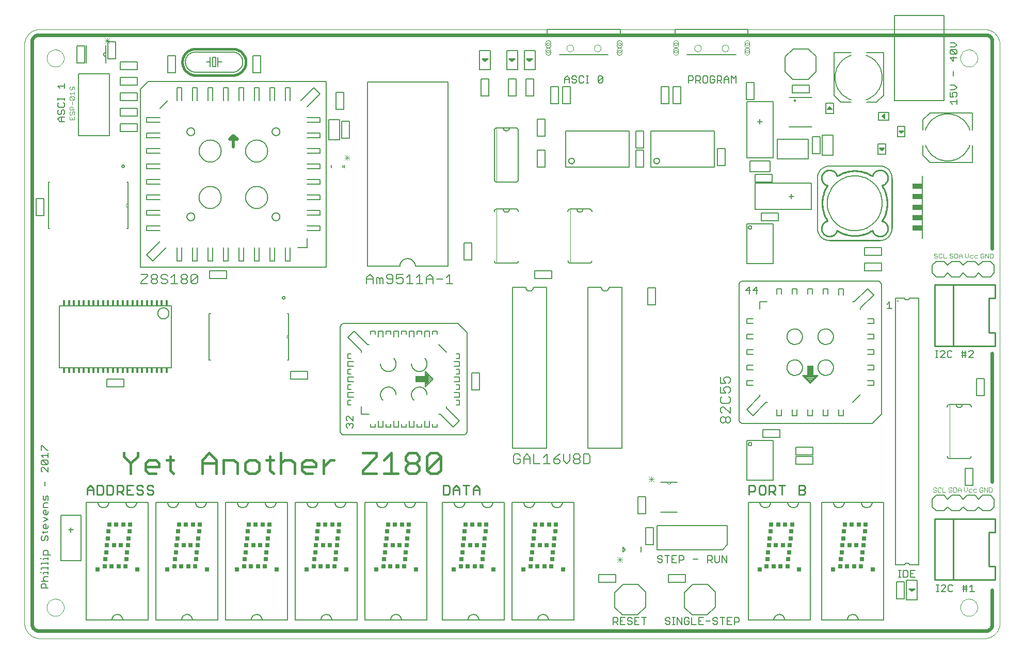
<source format=gto>
G75*
%MOIN*%
%OFA0B0*%
%FSLAX24Y24*%
%IPPOS*%
%LPD*%
%AMOC8*
5,1,8,0,0,1.08239X$1,22.5*
%
%ADD10C,0.0000*%
%ADD11C,0.0240*%
%ADD12C,0.0100*%
%ADD13C,0.0080*%
%ADD14C,0.0060*%
%ADD15C,0.0170*%
%ADD16C,0.0030*%
%ADD17C,0.0200*%
%ADD18C,0.0050*%
%ADD19R,0.0177X0.0354*%
%ADD20C,0.0160*%
%ADD21C,0.0020*%
%ADD22R,0.0400X0.0750*%
%ADD23R,0.0700X0.0150*%
%ADD24R,0.0500X0.0100*%
%ADD25R,0.0300X0.0100*%
%ADD26R,0.0100X0.0100*%
%ADD27R,0.0100X0.0050*%
%ADD28R,0.0050X0.0050*%
%ADD29R,0.0750X0.0400*%
%ADD30R,0.0150X0.0700*%
%ADD31R,0.0100X0.0500*%
%ADD32R,0.0100X0.0300*%
%ADD33R,0.0050X0.0100*%
%ADD34R,0.0250X0.0250*%
%ADD35C,0.0070*%
%ADD36C,0.0177*%
%ADD37R,0.0660X0.0380*%
%ADD38C,0.0010*%
%ADD39C,0.0008*%
%ADD40C,0.0040*%
D10*
X000350Y001350D02*
X000350Y038720D01*
X000352Y038780D01*
X000357Y038841D01*
X000366Y038900D01*
X000379Y038959D01*
X000395Y039018D01*
X000415Y039075D01*
X000438Y039130D01*
X000465Y039185D01*
X000494Y039237D01*
X000527Y039288D01*
X000563Y039337D01*
X000601Y039383D01*
X000643Y039427D01*
X000687Y039469D01*
X000733Y039507D01*
X000782Y039543D01*
X000833Y039576D01*
X000885Y039605D01*
X000940Y039632D01*
X000995Y039655D01*
X001052Y039675D01*
X001111Y039691D01*
X001170Y039704D01*
X001229Y039713D01*
X001290Y039718D01*
X001350Y039720D01*
X062342Y039720D01*
X062402Y039718D01*
X062463Y039713D01*
X062522Y039704D01*
X062581Y039691D01*
X062640Y039675D01*
X062697Y039655D01*
X062752Y039632D01*
X062807Y039605D01*
X062859Y039576D01*
X062910Y039543D01*
X062959Y039507D01*
X063005Y039469D01*
X063049Y039427D01*
X063091Y039383D01*
X063129Y039337D01*
X063165Y039288D01*
X063198Y039237D01*
X063227Y039185D01*
X063254Y039130D01*
X063277Y039075D01*
X063297Y039018D01*
X063313Y038959D01*
X063326Y038900D01*
X063335Y038841D01*
X063340Y038780D01*
X063342Y038720D01*
X063342Y001350D01*
X063340Y001290D01*
X063335Y001229D01*
X063326Y001170D01*
X063313Y001111D01*
X063297Y001052D01*
X063277Y000995D01*
X063254Y000940D01*
X063227Y000885D01*
X063198Y000833D01*
X063165Y000782D01*
X063129Y000733D01*
X063091Y000687D01*
X063049Y000643D01*
X063005Y000601D01*
X062959Y000563D01*
X062910Y000527D01*
X062859Y000494D01*
X062807Y000465D01*
X062752Y000438D01*
X062697Y000415D01*
X062640Y000395D01*
X062581Y000379D01*
X062522Y000366D01*
X062463Y000357D01*
X062402Y000352D01*
X062342Y000350D01*
X001350Y000350D01*
X001290Y000352D01*
X001229Y000357D01*
X001170Y000366D01*
X001111Y000379D01*
X001052Y000395D01*
X000995Y000415D01*
X000940Y000438D01*
X000885Y000465D01*
X000833Y000494D01*
X000782Y000527D01*
X000733Y000563D01*
X000687Y000601D01*
X000643Y000643D01*
X000601Y000687D01*
X000563Y000733D01*
X000527Y000782D01*
X000494Y000833D01*
X000465Y000885D01*
X000438Y000940D01*
X000415Y000995D01*
X000395Y001052D01*
X000379Y001111D01*
X000366Y001170D01*
X000357Y001229D01*
X000352Y001290D01*
X000350Y001350D01*
X001799Y002350D02*
X001801Y002397D01*
X001807Y002443D01*
X001817Y002489D01*
X001830Y002534D01*
X001848Y002577D01*
X001869Y002619D01*
X001893Y002659D01*
X001921Y002696D01*
X001952Y002731D01*
X001986Y002764D01*
X002022Y002793D01*
X002061Y002819D01*
X002102Y002842D01*
X002145Y002861D01*
X002189Y002877D01*
X002234Y002889D01*
X002280Y002897D01*
X002327Y002901D01*
X002373Y002901D01*
X002420Y002897D01*
X002466Y002889D01*
X002511Y002877D01*
X002555Y002861D01*
X002598Y002842D01*
X002639Y002819D01*
X002678Y002793D01*
X002714Y002764D01*
X002748Y002731D01*
X002779Y002696D01*
X002807Y002659D01*
X002831Y002619D01*
X002852Y002577D01*
X002870Y002534D01*
X002883Y002489D01*
X002893Y002443D01*
X002899Y002397D01*
X002901Y002350D01*
X002899Y002303D01*
X002893Y002257D01*
X002883Y002211D01*
X002870Y002166D01*
X002852Y002123D01*
X002831Y002081D01*
X002807Y002041D01*
X002779Y002004D01*
X002748Y001969D01*
X002714Y001936D01*
X002678Y001907D01*
X002639Y001881D01*
X002598Y001858D01*
X002555Y001839D01*
X002511Y001823D01*
X002466Y001811D01*
X002420Y001803D01*
X002373Y001799D01*
X002327Y001799D01*
X002280Y001803D01*
X002234Y001811D01*
X002189Y001823D01*
X002145Y001839D01*
X002102Y001858D01*
X002061Y001881D01*
X002022Y001907D01*
X001986Y001936D01*
X001952Y001969D01*
X001921Y002004D01*
X001893Y002041D01*
X001869Y002081D01*
X001848Y002123D01*
X001830Y002166D01*
X001817Y002211D01*
X001807Y002257D01*
X001801Y002303D01*
X001799Y002350D01*
X017410Y019730D02*
X017389Y019732D01*
X017369Y019737D01*
X017350Y019746D01*
X017333Y019758D01*
X017318Y019773D01*
X017306Y019790D01*
X017297Y019809D01*
X017292Y019829D01*
X017290Y019850D01*
X017292Y019871D01*
X017297Y019891D01*
X017306Y019910D01*
X017318Y019927D01*
X017333Y019942D01*
X017350Y019954D01*
X017369Y019963D01*
X017389Y019968D01*
X017410Y019970D01*
X007035Y028230D02*
X007014Y028232D01*
X006994Y028237D01*
X006975Y028246D01*
X006958Y028258D01*
X006943Y028273D01*
X006931Y028290D01*
X006922Y028309D01*
X006917Y028329D01*
X006915Y028350D01*
X006917Y028371D01*
X006922Y028391D01*
X006931Y028410D01*
X006943Y028427D01*
X006958Y028442D01*
X006975Y028454D01*
X006994Y028463D01*
X007014Y028468D01*
X007035Y028470D01*
X001799Y037850D02*
X001801Y037897D01*
X001807Y037943D01*
X001817Y037989D01*
X001830Y038034D01*
X001848Y038077D01*
X001869Y038119D01*
X001893Y038159D01*
X001921Y038196D01*
X001952Y038231D01*
X001986Y038264D01*
X002022Y038293D01*
X002061Y038319D01*
X002102Y038342D01*
X002145Y038361D01*
X002189Y038377D01*
X002234Y038389D01*
X002280Y038397D01*
X002327Y038401D01*
X002373Y038401D01*
X002420Y038397D01*
X002466Y038389D01*
X002511Y038377D01*
X002555Y038361D01*
X002598Y038342D01*
X002639Y038319D01*
X002678Y038293D01*
X002714Y038264D01*
X002748Y038231D01*
X002779Y038196D01*
X002807Y038159D01*
X002831Y038119D01*
X002852Y038077D01*
X002870Y038034D01*
X002883Y037989D01*
X002893Y037943D01*
X002899Y037897D01*
X002901Y037850D01*
X002899Y037803D01*
X002893Y037757D01*
X002883Y037711D01*
X002870Y037666D01*
X002852Y037623D01*
X002831Y037581D01*
X002807Y037541D01*
X002779Y037504D01*
X002748Y037469D01*
X002714Y037436D01*
X002678Y037407D01*
X002639Y037381D01*
X002598Y037358D01*
X002555Y037339D01*
X002511Y037323D01*
X002466Y037311D01*
X002420Y037303D01*
X002373Y037299D01*
X002327Y037299D01*
X002280Y037303D01*
X002234Y037311D01*
X002189Y037323D01*
X002145Y037339D01*
X002102Y037358D01*
X002061Y037381D01*
X002022Y037407D01*
X001986Y037436D01*
X001952Y037469D01*
X001921Y037504D01*
X001893Y037541D01*
X001869Y037581D01*
X001848Y037623D01*
X001830Y037666D01*
X001817Y037711D01*
X001807Y037757D01*
X001801Y037803D01*
X001799Y037850D01*
X034015Y038209D02*
X034017Y038234D01*
X034023Y038258D01*
X034032Y038280D01*
X034045Y038301D01*
X034061Y038320D01*
X034080Y038336D01*
X034101Y038349D01*
X034123Y038358D01*
X034147Y038364D01*
X034172Y038366D01*
X034197Y038364D01*
X034221Y038358D01*
X034243Y038349D01*
X034264Y038336D01*
X034283Y038320D01*
X034299Y038301D01*
X034312Y038280D01*
X034321Y038258D01*
X034327Y038234D01*
X034329Y038209D01*
X034327Y038184D01*
X034321Y038160D01*
X034312Y038138D01*
X034299Y038117D01*
X034283Y038098D01*
X034264Y038082D01*
X034243Y038069D01*
X034221Y038060D01*
X034197Y038054D01*
X034172Y038052D01*
X034147Y038054D01*
X034123Y038060D01*
X034101Y038069D01*
X034080Y038082D01*
X034061Y038098D01*
X034045Y038117D01*
X034032Y038138D01*
X034023Y038160D01*
X034017Y038184D01*
X034015Y038209D01*
X034015Y038367D02*
X034017Y038392D01*
X034023Y038416D01*
X034032Y038438D01*
X034045Y038459D01*
X034061Y038478D01*
X034080Y038494D01*
X034101Y038507D01*
X034123Y038516D01*
X034147Y038522D01*
X034172Y038524D01*
X034197Y038522D01*
X034221Y038516D01*
X034243Y038507D01*
X034264Y038494D01*
X034283Y038478D01*
X034299Y038459D01*
X034312Y038438D01*
X034321Y038416D01*
X034327Y038392D01*
X034329Y038367D01*
X034327Y038342D01*
X034321Y038318D01*
X034312Y038296D01*
X034299Y038275D01*
X034283Y038256D01*
X034264Y038240D01*
X034243Y038227D01*
X034221Y038218D01*
X034197Y038212D01*
X034172Y038210D01*
X034147Y038212D01*
X034123Y038218D01*
X034101Y038227D01*
X034080Y038240D01*
X034061Y038256D01*
X034045Y038275D01*
X034032Y038296D01*
X034023Y038318D01*
X034017Y038342D01*
X034015Y038367D01*
X034015Y038682D02*
X034017Y038707D01*
X034023Y038731D01*
X034032Y038753D01*
X034045Y038774D01*
X034061Y038793D01*
X034080Y038809D01*
X034101Y038822D01*
X034123Y038831D01*
X034147Y038837D01*
X034172Y038839D01*
X034197Y038837D01*
X034221Y038831D01*
X034243Y038822D01*
X034264Y038809D01*
X034283Y038793D01*
X034299Y038774D01*
X034312Y038753D01*
X034321Y038731D01*
X034327Y038707D01*
X034329Y038682D01*
X034327Y038657D01*
X034321Y038633D01*
X034312Y038611D01*
X034299Y038590D01*
X034283Y038571D01*
X034264Y038555D01*
X034243Y038542D01*
X034221Y038533D01*
X034197Y038527D01*
X034172Y038525D01*
X034147Y038527D01*
X034123Y038533D01*
X034101Y038542D01*
X034080Y038555D01*
X034061Y038571D01*
X034045Y038590D01*
X034032Y038611D01*
X034023Y038633D01*
X034017Y038657D01*
X034015Y038682D01*
X034015Y038839D02*
X034017Y038864D01*
X034023Y038888D01*
X034032Y038910D01*
X034045Y038931D01*
X034061Y038950D01*
X034080Y038966D01*
X034101Y038979D01*
X034123Y038988D01*
X034147Y038994D01*
X034172Y038996D01*
X034197Y038994D01*
X034221Y038988D01*
X034243Y038979D01*
X034264Y038966D01*
X034283Y038950D01*
X034299Y038931D01*
X034312Y038910D01*
X034321Y038888D01*
X034327Y038864D01*
X034329Y038839D01*
X034327Y038814D01*
X034321Y038790D01*
X034312Y038768D01*
X034299Y038747D01*
X034283Y038728D01*
X034264Y038712D01*
X034243Y038699D01*
X034221Y038690D01*
X034197Y038684D01*
X034172Y038682D01*
X034147Y038684D01*
X034123Y038690D01*
X034101Y038699D01*
X034080Y038712D01*
X034061Y038728D01*
X034045Y038747D01*
X034032Y038768D01*
X034023Y038790D01*
X034017Y038814D01*
X034015Y038839D01*
X035372Y038497D02*
X035374Y038526D01*
X035380Y038554D01*
X035389Y038582D01*
X035402Y038608D01*
X035419Y038631D01*
X035438Y038653D01*
X035460Y038672D01*
X035485Y038687D01*
X035511Y038700D01*
X035539Y038708D01*
X035567Y038713D01*
X035596Y038714D01*
X035625Y038711D01*
X035653Y038704D01*
X035680Y038694D01*
X035706Y038680D01*
X035729Y038663D01*
X035750Y038643D01*
X035768Y038620D01*
X035783Y038595D01*
X035794Y038568D01*
X035802Y038540D01*
X035806Y038511D01*
X035806Y038483D01*
X035802Y038454D01*
X035794Y038426D01*
X035783Y038399D01*
X035768Y038374D01*
X035750Y038351D01*
X035729Y038331D01*
X035706Y038314D01*
X035680Y038300D01*
X035653Y038290D01*
X035625Y038283D01*
X035596Y038280D01*
X035567Y038281D01*
X035539Y038286D01*
X035511Y038294D01*
X035485Y038307D01*
X035460Y038322D01*
X035438Y038341D01*
X035419Y038363D01*
X035402Y038386D01*
X035389Y038412D01*
X035380Y038440D01*
X035374Y038468D01*
X035372Y038497D01*
X037144Y038497D02*
X037146Y038526D01*
X037152Y038554D01*
X037161Y038582D01*
X037174Y038608D01*
X037191Y038631D01*
X037210Y038653D01*
X037232Y038672D01*
X037257Y038687D01*
X037283Y038700D01*
X037311Y038708D01*
X037339Y038713D01*
X037368Y038714D01*
X037397Y038711D01*
X037425Y038704D01*
X037452Y038694D01*
X037478Y038680D01*
X037501Y038663D01*
X037522Y038643D01*
X037540Y038620D01*
X037555Y038595D01*
X037566Y038568D01*
X037574Y038540D01*
X037578Y038511D01*
X037578Y038483D01*
X037574Y038454D01*
X037566Y038426D01*
X037555Y038399D01*
X037540Y038374D01*
X037522Y038351D01*
X037501Y038331D01*
X037478Y038314D01*
X037452Y038300D01*
X037425Y038290D01*
X037397Y038283D01*
X037368Y038280D01*
X037339Y038281D01*
X037311Y038286D01*
X037283Y038294D01*
X037257Y038307D01*
X037232Y038322D01*
X037210Y038341D01*
X037191Y038363D01*
X037174Y038386D01*
X037161Y038412D01*
X037152Y038440D01*
X037146Y038468D01*
X037144Y038497D01*
X038621Y038367D02*
X038623Y038392D01*
X038629Y038416D01*
X038638Y038438D01*
X038651Y038459D01*
X038667Y038478D01*
X038686Y038494D01*
X038707Y038507D01*
X038729Y038516D01*
X038753Y038522D01*
X038778Y038524D01*
X038803Y038522D01*
X038827Y038516D01*
X038849Y038507D01*
X038870Y038494D01*
X038889Y038478D01*
X038905Y038459D01*
X038918Y038438D01*
X038927Y038416D01*
X038933Y038392D01*
X038935Y038367D01*
X038933Y038342D01*
X038927Y038318D01*
X038918Y038296D01*
X038905Y038275D01*
X038889Y038256D01*
X038870Y038240D01*
X038849Y038227D01*
X038827Y038218D01*
X038803Y038212D01*
X038778Y038210D01*
X038753Y038212D01*
X038729Y038218D01*
X038707Y038227D01*
X038686Y038240D01*
X038667Y038256D01*
X038651Y038275D01*
X038638Y038296D01*
X038629Y038318D01*
X038623Y038342D01*
X038621Y038367D01*
X038621Y038209D02*
X038623Y038234D01*
X038629Y038258D01*
X038638Y038280D01*
X038651Y038301D01*
X038667Y038320D01*
X038686Y038336D01*
X038707Y038349D01*
X038729Y038358D01*
X038753Y038364D01*
X038778Y038366D01*
X038803Y038364D01*
X038827Y038358D01*
X038849Y038349D01*
X038870Y038336D01*
X038889Y038320D01*
X038905Y038301D01*
X038918Y038280D01*
X038927Y038258D01*
X038933Y038234D01*
X038935Y038209D01*
X038933Y038184D01*
X038927Y038160D01*
X038918Y038138D01*
X038905Y038117D01*
X038889Y038098D01*
X038870Y038082D01*
X038849Y038069D01*
X038827Y038060D01*
X038803Y038054D01*
X038778Y038052D01*
X038753Y038054D01*
X038729Y038060D01*
X038707Y038069D01*
X038686Y038082D01*
X038667Y038098D01*
X038651Y038117D01*
X038638Y038138D01*
X038629Y038160D01*
X038623Y038184D01*
X038621Y038209D01*
X038621Y038682D02*
X038623Y038707D01*
X038629Y038731D01*
X038638Y038753D01*
X038651Y038774D01*
X038667Y038793D01*
X038686Y038809D01*
X038707Y038822D01*
X038729Y038831D01*
X038753Y038837D01*
X038778Y038839D01*
X038803Y038837D01*
X038827Y038831D01*
X038849Y038822D01*
X038870Y038809D01*
X038889Y038793D01*
X038905Y038774D01*
X038918Y038753D01*
X038927Y038731D01*
X038933Y038707D01*
X038935Y038682D01*
X038933Y038657D01*
X038927Y038633D01*
X038918Y038611D01*
X038905Y038590D01*
X038889Y038571D01*
X038870Y038555D01*
X038849Y038542D01*
X038827Y038533D01*
X038803Y038527D01*
X038778Y038525D01*
X038753Y038527D01*
X038729Y038533D01*
X038707Y038542D01*
X038686Y038555D01*
X038667Y038571D01*
X038651Y038590D01*
X038638Y038611D01*
X038629Y038633D01*
X038623Y038657D01*
X038621Y038682D01*
X038621Y038839D02*
X038623Y038864D01*
X038629Y038888D01*
X038638Y038910D01*
X038651Y038931D01*
X038667Y038950D01*
X038686Y038966D01*
X038707Y038979D01*
X038729Y038988D01*
X038753Y038994D01*
X038778Y038996D01*
X038803Y038994D01*
X038827Y038988D01*
X038849Y038979D01*
X038870Y038966D01*
X038889Y038950D01*
X038905Y038931D01*
X038918Y038910D01*
X038927Y038888D01*
X038933Y038864D01*
X038935Y038839D01*
X038933Y038814D01*
X038927Y038790D01*
X038918Y038768D01*
X038905Y038747D01*
X038889Y038728D01*
X038870Y038712D01*
X038849Y038699D01*
X038827Y038690D01*
X038803Y038684D01*
X038778Y038682D01*
X038753Y038684D01*
X038729Y038690D01*
X038707Y038699D01*
X038686Y038712D01*
X038667Y038728D01*
X038651Y038747D01*
X038638Y038768D01*
X038629Y038790D01*
X038623Y038814D01*
X038621Y038839D01*
X042265Y038839D02*
X042267Y038864D01*
X042273Y038888D01*
X042282Y038910D01*
X042295Y038931D01*
X042311Y038950D01*
X042330Y038966D01*
X042351Y038979D01*
X042373Y038988D01*
X042397Y038994D01*
X042422Y038996D01*
X042447Y038994D01*
X042471Y038988D01*
X042493Y038979D01*
X042514Y038966D01*
X042533Y038950D01*
X042549Y038931D01*
X042562Y038910D01*
X042571Y038888D01*
X042577Y038864D01*
X042579Y038839D01*
X042577Y038814D01*
X042571Y038790D01*
X042562Y038768D01*
X042549Y038747D01*
X042533Y038728D01*
X042514Y038712D01*
X042493Y038699D01*
X042471Y038690D01*
X042447Y038684D01*
X042422Y038682D01*
X042397Y038684D01*
X042373Y038690D01*
X042351Y038699D01*
X042330Y038712D01*
X042311Y038728D01*
X042295Y038747D01*
X042282Y038768D01*
X042273Y038790D01*
X042267Y038814D01*
X042265Y038839D01*
X042265Y038682D02*
X042267Y038707D01*
X042273Y038731D01*
X042282Y038753D01*
X042295Y038774D01*
X042311Y038793D01*
X042330Y038809D01*
X042351Y038822D01*
X042373Y038831D01*
X042397Y038837D01*
X042422Y038839D01*
X042447Y038837D01*
X042471Y038831D01*
X042493Y038822D01*
X042514Y038809D01*
X042533Y038793D01*
X042549Y038774D01*
X042562Y038753D01*
X042571Y038731D01*
X042577Y038707D01*
X042579Y038682D01*
X042577Y038657D01*
X042571Y038633D01*
X042562Y038611D01*
X042549Y038590D01*
X042533Y038571D01*
X042514Y038555D01*
X042493Y038542D01*
X042471Y038533D01*
X042447Y038527D01*
X042422Y038525D01*
X042397Y038527D01*
X042373Y038533D01*
X042351Y038542D01*
X042330Y038555D01*
X042311Y038571D01*
X042295Y038590D01*
X042282Y038611D01*
X042273Y038633D01*
X042267Y038657D01*
X042265Y038682D01*
X042265Y038367D02*
X042267Y038392D01*
X042273Y038416D01*
X042282Y038438D01*
X042295Y038459D01*
X042311Y038478D01*
X042330Y038494D01*
X042351Y038507D01*
X042373Y038516D01*
X042397Y038522D01*
X042422Y038524D01*
X042447Y038522D01*
X042471Y038516D01*
X042493Y038507D01*
X042514Y038494D01*
X042533Y038478D01*
X042549Y038459D01*
X042562Y038438D01*
X042571Y038416D01*
X042577Y038392D01*
X042579Y038367D01*
X042577Y038342D01*
X042571Y038318D01*
X042562Y038296D01*
X042549Y038275D01*
X042533Y038256D01*
X042514Y038240D01*
X042493Y038227D01*
X042471Y038218D01*
X042447Y038212D01*
X042422Y038210D01*
X042397Y038212D01*
X042373Y038218D01*
X042351Y038227D01*
X042330Y038240D01*
X042311Y038256D01*
X042295Y038275D01*
X042282Y038296D01*
X042273Y038318D01*
X042267Y038342D01*
X042265Y038367D01*
X042265Y038209D02*
X042267Y038234D01*
X042273Y038258D01*
X042282Y038280D01*
X042295Y038301D01*
X042311Y038320D01*
X042330Y038336D01*
X042351Y038349D01*
X042373Y038358D01*
X042397Y038364D01*
X042422Y038366D01*
X042447Y038364D01*
X042471Y038358D01*
X042493Y038349D01*
X042514Y038336D01*
X042533Y038320D01*
X042549Y038301D01*
X042562Y038280D01*
X042571Y038258D01*
X042577Y038234D01*
X042579Y038209D01*
X042577Y038184D01*
X042571Y038160D01*
X042562Y038138D01*
X042549Y038117D01*
X042533Y038098D01*
X042514Y038082D01*
X042493Y038069D01*
X042471Y038060D01*
X042447Y038054D01*
X042422Y038052D01*
X042397Y038054D01*
X042373Y038060D01*
X042351Y038069D01*
X042330Y038082D01*
X042311Y038098D01*
X042295Y038117D01*
X042282Y038138D01*
X042273Y038160D01*
X042267Y038184D01*
X042265Y038209D01*
X043622Y038497D02*
X043624Y038526D01*
X043630Y038554D01*
X043639Y038582D01*
X043652Y038608D01*
X043669Y038631D01*
X043688Y038653D01*
X043710Y038672D01*
X043735Y038687D01*
X043761Y038700D01*
X043789Y038708D01*
X043817Y038713D01*
X043846Y038714D01*
X043875Y038711D01*
X043903Y038704D01*
X043930Y038694D01*
X043956Y038680D01*
X043979Y038663D01*
X044000Y038643D01*
X044018Y038620D01*
X044033Y038595D01*
X044044Y038568D01*
X044052Y038540D01*
X044056Y038511D01*
X044056Y038483D01*
X044052Y038454D01*
X044044Y038426D01*
X044033Y038399D01*
X044018Y038374D01*
X044000Y038351D01*
X043979Y038331D01*
X043956Y038314D01*
X043930Y038300D01*
X043903Y038290D01*
X043875Y038283D01*
X043846Y038280D01*
X043817Y038281D01*
X043789Y038286D01*
X043761Y038294D01*
X043735Y038307D01*
X043710Y038322D01*
X043688Y038341D01*
X043669Y038363D01*
X043652Y038386D01*
X043639Y038412D01*
X043630Y038440D01*
X043624Y038468D01*
X043622Y038497D01*
X045394Y038497D02*
X045396Y038526D01*
X045402Y038554D01*
X045411Y038582D01*
X045424Y038608D01*
X045441Y038631D01*
X045460Y038653D01*
X045482Y038672D01*
X045507Y038687D01*
X045533Y038700D01*
X045561Y038708D01*
X045589Y038713D01*
X045618Y038714D01*
X045647Y038711D01*
X045675Y038704D01*
X045702Y038694D01*
X045728Y038680D01*
X045751Y038663D01*
X045772Y038643D01*
X045790Y038620D01*
X045805Y038595D01*
X045816Y038568D01*
X045824Y038540D01*
X045828Y038511D01*
X045828Y038483D01*
X045824Y038454D01*
X045816Y038426D01*
X045805Y038399D01*
X045790Y038374D01*
X045772Y038351D01*
X045751Y038331D01*
X045728Y038314D01*
X045702Y038300D01*
X045675Y038290D01*
X045647Y038283D01*
X045618Y038280D01*
X045589Y038281D01*
X045561Y038286D01*
X045533Y038294D01*
X045507Y038307D01*
X045482Y038322D01*
X045460Y038341D01*
X045441Y038363D01*
X045424Y038386D01*
X045411Y038412D01*
X045402Y038440D01*
X045396Y038468D01*
X045394Y038497D01*
X046871Y038367D02*
X046873Y038392D01*
X046879Y038416D01*
X046888Y038438D01*
X046901Y038459D01*
X046917Y038478D01*
X046936Y038494D01*
X046957Y038507D01*
X046979Y038516D01*
X047003Y038522D01*
X047028Y038524D01*
X047053Y038522D01*
X047077Y038516D01*
X047099Y038507D01*
X047120Y038494D01*
X047139Y038478D01*
X047155Y038459D01*
X047168Y038438D01*
X047177Y038416D01*
X047183Y038392D01*
X047185Y038367D01*
X047183Y038342D01*
X047177Y038318D01*
X047168Y038296D01*
X047155Y038275D01*
X047139Y038256D01*
X047120Y038240D01*
X047099Y038227D01*
X047077Y038218D01*
X047053Y038212D01*
X047028Y038210D01*
X047003Y038212D01*
X046979Y038218D01*
X046957Y038227D01*
X046936Y038240D01*
X046917Y038256D01*
X046901Y038275D01*
X046888Y038296D01*
X046879Y038318D01*
X046873Y038342D01*
X046871Y038367D01*
X046871Y038209D02*
X046873Y038234D01*
X046879Y038258D01*
X046888Y038280D01*
X046901Y038301D01*
X046917Y038320D01*
X046936Y038336D01*
X046957Y038349D01*
X046979Y038358D01*
X047003Y038364D01*
X047028Y038366D01*
X047053Y038364D01*
X047077Y038358D01*
X047099Y038349D01*
X047120Y038336D01*
X047139Y038320D01*
X047155Y038301D01*
X047168Y038280D01*
X047177Y038258D01*
X047183Y038234D01*
X047185Y038209D01*
X047183Y038184D01*
X047177Y038160D01*
X047168Y038138D01*
X047155Y038117D01*
X047139Y038098D01*
X047120Y038082D01*
X047099Y038069D01*
X047077Y038060D01*
X047053Y038054D01*
X047028Y038052D01*
X047003Y038054D01*
X046979Y038060D01*
X046957Y038069D01*
X046936Y038082D01*
X046917Y038098D01*
X046901Y038117D01*
X046888Y038138D01*
X046879Y038160D01*
X046873Y038184D01*
X046871Y038209D01*
X046871Y038682D02*
X046873Y038707D01*
X046879Y038731D01*
X046888Y038753D01*
X046901Y038774D01*
X046917Y038793D01*
X046936Y038809D01*
X046957Y038822D01*
X046979Y038831D01*
X047003Y038837D01*
X047028Y038839D01*
X047053Y038837D01*
X047077Y038831D01*
X047099Y038822D01*
X047120Y038809D01*
X047139Y038793D01*
X047155Y038774D01*
X047168Y038753D01*
X047177Y038731D01*
X047183Y038707D01*
X047185Y038682D01*
X047183Y038657D01*
X047177Y038633D01*
X047168Y038611D01*
X047155Y038590D01*
X047139Y038571D01*
X047120Y038555D01*
X047099Y038542D01*
X047077Y038533D01*
X047053Y038527D01*
X047028Y038525D01*
X047003Y038527D01*
X046979Y038533D01*
X046957Y038542D01*
X046936Y038555D01*
X046917Y038571D01*
X046901Y038590D01*
X046888Y038611D01*
X046879Y038633D01*
X046873Y038657D01*
X046871Y038682D01*
X046871Y038839D02*
X046873Y038864D01*
X046879Y038888D01*
X046888Y038910D01*
X046901Y038931D01*
X046917Y038950D01*
X046936Y038966D01*
X046957Y038979D01*
X046979Y038988D01*
X047003Y038994D01*
X047028Y038996D01*
X047053Y038994D01*
X047077Y038988D01*
X047099Y038979D01*
X047120Y038966D01*
X047139Y038950D01*
X047155Y038931D01*
X047168Y038910D01*
X047177Y038888D01*
X047183Y038864D01*
X047185Y038839D01*
X047183Y038814D01*
X047177Y038790D01*
X047168Y038768D01*
X047155Y038747D01*
X047139Y038728D01*
X047120Y038712D01*
X047099Y038699D01*
X047077Y038690D01*
X047053Y038684D01*
X047028Y038682D01*
X047003Y038684D01*
X046979Y038690D01*
X046957Y038699D01*
X046936Y038712D01*
X046917Y038728D01*
X046901Y038747D01*
X046888Y038768D01*
X046879Y038790D01*
X046873Y038814D01*
X046871Y038839D01*
X052341Y030896D02*
X055609Y030896D01*
X051554Y030109D02*
X051554Y026841D01*
X052341Y026054D02*
X055609Y026054D01*
X060799Y037850D02*
X060801Y037897D01*
X060807Y037943D01*
X060817Y037989D01*
X060830Y038034D01*
X060848Y038077D01*
X060869Y038119D01*
X060893Y038159D01*
X060921Y038196D01*
X060952Y038231D01*
X060986Y038264D01*
X061022Y038293D01*
X061061Y038319D01*
X061102Y038342D01*
X061145Y038361D01*
X061189Y038377D01*
X061234Y038389D01*
X061280Y038397D01*
X061327Y038401D01*
X061373Y038401D01*
X061420Y038397D01*
X061466Y038389D01*
X061511Y038377D01*
X061555Y038361D01*
X061598Y038342D01*
X061639Y038319D01*
X061678Y038293D01*
X061714Y038264D01*
X061748Y038231D01*
X061779Y038196D01*
X061807Y038159D01*
X061831Y038119D01*
X061852Y038077D01*
X061870Y038034D01*
X061883Y037989D01*
X061893Y037943D01*
X061899Y037897D01*
X061901Y037850D01*
X061899Y037803D01*
X061893Y037757D01*
X061883Y037711D01*
X061870Y037666D01*
X061852Y037623D01*
X061831Y037581D01*
X061807Y037541D01*
X061779Y037504D01*
X061748Y037469D01*
X061714Y037436D01*
X061678Y037407D01*
X061639Y037381D01*
X061598Y037358D01*
X061555Y037339D01*
X061511Y037323D01*
X061466Y037311D01*
X061420Y037303D01*
X061373Y037299D01*
X061327Y037299D01*
X061280Y037303D01*
X061234Y037311D01*
X061189Y037323D01*
X061145Y037339D01*
X061102Y037358D01*
X061061Y037381D01*
X061022Y037407D01*
X060986Y037436D01*
X060952Y037469D01*
X060921Y037504D01*
X060893Y037541D01*
X060869Y037581D01*
X060848Y037623D01*
X060830Y037666D01*
X060817Y037711D01*
X060807Y037757D01*
X060801Y037803D01*
X060799Y037850D01*
X042095Y010455D02*
X042093Y010434D01*
X042088Y010414D01*
X042079Y010395D01*
X042067Y010378D01*
X042052Y010363D01*
X042035Y010351D01*
X042016Y010342D01*
X041996Y010337D01*
X041975Y010335D01*
X041954Y010337D01*
X041934Y010342D01*
X041915Y010351D01*
X041898Y010363D01*
X041883Y010378D01*
X041871Y010395D01*
X041862Y010414D01*
X041857Y010434D01*
X041855Y010455D01*
X060799Y002350D02*
X060801Y002397D01*
X060807Y002443D01*
X060817Y002489D01*
X060830Y002534D01*
X060848Y002577D01*
X060869Y002619D01*
X060893Y002659D01*
X060921Y002696D01*
X060952Y002731D01*
X060986Y002764D01*
X061022Y002793D01*
X061061Y002819D01*
X061102Y002842D01*
X061145Y002861D01*
X061189Y002877D01*
X061234Y002889D01*
X061280Y002897D01*
X061327Y002901D01*
X061373Y002901D01*
X061420Y002897D01*
X061466Y002889D01*
X061511Y002877D01*
X061555Y002861D01*
X061598Y002842D01*
X061639Y002819D01*
X061678Y002793D01*
X061714Y002764D01*
X061748Y002731D01*
X061779Y002696D01*
X061807Y002659D01*
X061831Y002619D01*
X061852Y002577D01*
X061870Y002534D01*
X061883Y002489D01*
X061893Y002443D01*
X061899Y002397D01*
X061901Y002350D01*
X061899Y002303D01*
X061893Y002257D01*
X061883Y002211D01*
X061870Y002166D01*
X061852Y002123D01*
X061831Y002081D01*
X061807Y002041D01*
X061779Y002004D01*
X061748Y001969D01*
X061714Y001936D01*
X061678Y001907D01*
X061639Y001881D01*
X061598Y001858D01*
X061555Y001839D01*
X061511Y001823D01*
X061466Y001811D01*
X061420Y001803D01*
X061373Y001799D01*
X061327Y001799D01*
X061280Y001803D01*
X061234Y001811D01*
X061189Y001823D01*
X061145Y001839D01*
X061102Y001858D01*
X061061Y001881D01*
X061022Y001907D01*
X060986Y001936D01*
X060952Y001969D01*
X060921Y002004D01*
X060893Y002041D01*
X060869Y002081D01*
X060848Y002123D01*
X060830Y002166D01*
X060817Y002211D01*
X060807Y002257D01*
X060801Y002303D01*
X060799Y002350D01*
D11*
X062456Y000850D02*
X001244Y000850D01*
X001205Y000852D01*
X001167Y000858D01*
X001130Y000867D01*
X001093Y000880D01*
X001058Y000897D01*
X001025Y000916D01*
X000994Y000939D01*
X000965Y000965D01*
X000939Y000994D01*
X000916Y001025D01*
X000897Y001058D01*
X000880Y001093D01*
X000867Y001130D01*
X000858Y001167D01*
X000852Y001205D01*
X000850Y001244D01*
X000850Y038956D01*
X000852Y038995D01*
X000858Y039033D01*
X000867Y039070D01*
X000880Y039107D01*
X000897Y039142D01*
X000916Y039175D01*
X000939Y039206D01*
X000965Y039235D01*
X000994Y039261D01*
X001025Y039284D01*
X001058Y039303D01*
X001093Y039320D01*
X001130Y039333D01*
X001167Y039342D01*
X001205Y039348D01*
X001244Y039350D01*
X062456Y039350D01*
X062495Y039348D01*
X062533Y039342D01*
X062570Y039333D01*
X062607Y039320D01*
X062642Y039303D01*
X062675Y039284D01*
X062706Y039261D01*
X062735Y039235D01*
X062761Y039206D01*
X062784Y039175D01*
X062803Y039142D01*
X062820Y039107D01*
X062833Y039070D01*
X062842Y039033D01*
X062848Y038995D01*
X062850Y038956D01*
X062850Y025538D01*
X062850Y018769D02*
X062850Y010475D01*
X062850Y003475D02*
X062850Y001244D01*
X062848Y001205D01*
X062842Y001167D01*
X062833Y001130D01*
X062820Y001093D01*
X062803Y001058D01*
X062784Y001025D01*
X062761Y000994D01*
X062735Y000965D01*
X062706Y000939D01*
X062675Y000916D01*
X062642Y000897D01*
X062607Y000880D01*
X062570Y000867D01*
X062533Y000858D01*
X062495Y000852D01*
X062456Y000850D01*
D12*
X063032Y004131D02*
X060355Y004131D01*
X060355Y008069D01*
X059134Y008069D01*
X059134Y004131D01*
X060355Y004131D01*
X062638Y004998D02*
X063032Y004998D01*
X063032Y004131D01*
X062638Y004998D02*
X062638Y007202D01*
X063032Y007202D01*
X063032Y008069D01*
X060355Y008069D01*
X050773Y009750D02*
X050673Y009650D01*
X050373Y009650D01*
X050373Y010251D01*
X050673Y010251D01*
X050773Y010150D01*
X050773Y010050D01*
X050673Y009950D01*
X050373Y009950D01*
X050673Y009950D02*
X050773Y009850D01*
X050773Y009750D01*
X049484Y010251D02*
X049084Y010251D01*
X049284Y010251D02*
X049284Y009650D01*
X048839Y009650D02*
X048639Y009850D01*
X048739Y009850D02*
X048439Y009850D01*
X048439Y009650D02*
X048439Y010251D01*
X048739Y010251D01*
X048839Y010150D01*
X048839Y009950D01*
X048739Y009850D01*
X048195Y009750D02*
X048195Y010150D01*
X048095Y010251D01*
X047895Y010251D01*
X047795Y010150D01*
X047795Y009750D01*
X047895Y009650D01*
X048095Y009650D01*
X048195Y009750D01*
X047550Y009950D02*
X047550Y010150D01*
X047450Y010251D01*
X047150Y010251D01*
X047150Y009650D01*
X047150Y009850D02*
X047450Y009850D01*
X047550Y009950D01*
X059134Y019256D02*
X059134Y023194D01*
X060355Y023194D01*
X060355Y019256D01*
X063032Y019256D01*
X063032Y020123D01*
X062638Y020123D01*
X062638Y022327D01*
X063032Y022327D01*
X063032Y023194D01*
X060355Y023194D01*
X060355Y019256D02*
X059134Y019256D01*
X029734Y010050D02*
X029734Y009650D01*
X029734Y009950D02*
X029334Y009950D01*
X029334Y010050D02*
X029334Y009650D01*
X029334Y010050D02*
X029534Y010251D01*
X029734Y010050D01*
X029089Y010251D02*
X028689Y010251D01*
X028889Y010251D02*
X028889Y009650D01*
X028445Y009650D02*
X028445Y010050D01*
X028245Y010251D01*
X028045Y010050D01*
X028045Y009650D01*
X027800Y009750D02*
X027800Y010150D01*
X027700Y010251D01*
X027400Y010251D01*
X027400Y009650D01*
X027700Y009650D01*
X027800Y009750D01*
X028045Y009950D02*
X028445Y009950D01*
X008668Y009850D02*
X008668Y009750D01*
X008568Y009650D01*
X008367Y009650D01*
X008267Y009750D01*
X008367Y009950D02*
X008267Y010050D01*
X008267Y010150D01*
X008367Y010251D01*
X008568Y010251D01*
X008668Y010150D01*
X008568Y009950D02*
X008668Y009850D01*
X008568Y009950D02*
X008367Y009950D01*
X008023Y009850D02*
X008023Y009750D01*
X007923Y009650D01*
X007723Y009650D01*
X007623Y009750D01*
X007723Y009950D02*
X007623Y010050D01*
X007623Y010150D01*
X007723Y010251D01*
X007923Y010251D01*
X008023Y010150D01*
X007923Y009950D02*
X008023Y009850D01*
X007923Y009950D02*
X007723Y009950D01*
X007379Y009650D02*
X006978Y009650D01*
X006978Y010251D01*
X007379Y010251D01*
X007178Y009950D02*
X006978Y009950D01*
X006734Y009950D02*
X006634Y009850D01*
X006334Y009850D01*
X006534Y009850D02*
X006734Y009650D01*
X006734Y009950D02*
X006734Y010150D01*
X006634Y010251D01*
X006334Y010251D01*
X006334Y009650D01*
X006089Y009750D02*
X006089Y010150D01*
X005989Y010251D01*
X005689Y010251D01*
X005689Y009650D01*
X005989Y009650D01*
X006089Y009750D01*
X005445Y009750D02*
X005445Y010150D01*
X005345Y010251D01*
X005045Y010251D01*
X005045Y009650D01*
X005345Y009650D01*
X005445Y009750D01*
X004800Y009650D02*
X004800Y010050D01*
X004600Y010251D01*
X004400Y010050D01*
X004400Y009650D01*
X004400Y009950D02*
X004800Y009950D01*
D13*
X007890Y023265D02*
X008304Y023265D01*
X008535Y023368D02*
X008535Y023472D01*
X008638Y023575D01*
X008845Y023575D01*
X008948Y023472D01*
X008948Y023368D01*
X008845Y023265D01*
X008638Y023265D01*
X008535Y023368D01*
X008638Y023575D02*
X008535Y023679D01*
X008535Y023782D01*
X008638Y023886D01*
X008845Y023886D01*
X008948Y023782D01*
X008948Y023679D01*
X008845Y023575D01*
X009179Y023679D02*
X009179Y023782D01*
X009283Y023886D01*
X009489Y023886D01*
X009593Y023782D01*
X009489Y023575D02*
X009593Y023472D01*
X009593Y023368D01*
X009489Y023265D01*
X009283Y023265D01*
X009179Y023368D01*
X009283Y023575D02*
X009489Y023575D01*
X009283Y023575D02*
X009179Y023679D01*
X009824Y023679D02*
X010030Y023886D01*
X010030Y023265D01*
X009824Y023265D02*
X010237Y023265D01*
X010468Y023368D02*
X010468Y023472D01*
X010572Y023575D01*
X010778Y023575D01*
X010882Y023472D01*
X010882Y023368D01*
X010778Y023265D01*
X010572Y023265D01*
X010468Y023368D01*
X010572Y023575D02*
X010468Y023679D01*
X010468Y023782D01*
X010572Y023886D01*
X010778Y023886D01*
X010882Y023782D01*
X010882Y023679D01*
X010778Y023575D01*
X011113Y023368D02*
X011113Y023782D01*
X011216Y023886D01*
X011423Y023886D01*
X011526Y023782D01*
X011113Y023368D01*
X011216Y023265D01*
X011423Y023265D01*
X011526Y023368D01*
X011526Y023782D01*
X008304Y023782D02*
X007890Y023368D01*
X007890Y023265D01*
X007890Y023886D02*
X008304Y023886D01*
X008304Y023782D01*
X022453Y023679D02*
X022659Y023886D01*
X022866Y023679D01*
X022866Y023265D01*
X023097Y023265D02*
X023097Y023679D01*
X023200Y023679D01*
X023304Y023575D01*
X023407Y023679D01*
X023511Y023575D01*
X023511Y023265D01*
X023304Y023265D02*
X023304Y023575D01*
X022866Y023575D02*
X022453Y023575D01*
X022453Y023679D02*
X022453Y023265D01*
X023742Y023368D02*
X023845Y023265D01*
X024052Y023265D01*
X024155Y023368D01*
X024155Y023782D01*
X024052Y023886D01*
X023845Y023886D01*
X023742Y023782D01*
X023742Y023679D01*
X023845Y023575D01*
X024155Y023575D01*
X024386Y023575D02*
X024386Y023886D01*
X024800Y023886D01*
X024696Y023679D02*
X024800Y023575D01*
X024800Y023368D01*
X024696Y023265D01*
X024490Y023265D01*
X024386Y023368D01*
X024386Y023575D02*
X024593Y023679D01*
X024696Y023679D01*
X025031Y023679D02*
X025238Y023886D01*
X025238Y023265D01*
X025444Y023265D02*
X025031Y023265D01*
X025675Y023265D02*
X026089Y023265D01*
X025882Y023265D02*
X025882Y023886D01*
X025675Y023679D01*
X026320Y023679D02*
X026527Y023886D01*
X026733Y023679D01*
X026733Y023265D01*
X026733Y023575D02*
X026320Y023575D01*
X026320Y023679D02*
X026320Y023265D01*
X026964Y023575D02*
X027378Y023575D01*
X027609Y023679D02*
X027816Y023886D01*
X027816Y023265D01*
X027609Y023265D02*
X028023Y023265D01*
X032056Y012261D02*
X031953Y012157D01*
X031953Y011743D01*
X032056Y011640D01*
X032263Y011640D01*
X032366Y011743D01*
X032366Y011950D01*
X032159Y011950D01*
X032366Y012157D02*
X032263Y012261D01*
X032056Y012261D01*
X032597Y012054D02*
X032597Y011640D01*
X032597Y011950D02*
X033011Y011950D01*
X033011Y012054D02*
X033011Y011640D01*
X033242Y011640D02*
X033242Y012261D01*
X033011Y012054D02*
X032804Y012261D01*
X032597Y012054D01*
X033242Y011640D02*
X033655Y011640D01*
X033886Y011640D02*
X034300Y011640D01*
X034093Y011640D02*
X034093Y012261D01*
X033886Y012054D01*
X034531Y011950D02*
X034531Y011743D01*
X034634Y011640D01*
X034841Y011640D01*
X034944Y011743D01*
X034944Y011847D01*
X034841Y011950D01*
X034531Y011950D01*
X034738Y012157D01*
X034944Y012261D01*
X035175Y012261D02*
X035175Y011847D01*
X035382Y011640D01*
X035589Y011847D01*
X035589Y012261D01*
X035820Y012157D02*
X035820Y012054D01*
X035923Y011950D01*
X036130Y011950D01*
X036233Y011847D01*
X036233Y011743D01*
X036130Y011640D01*
X035923Y011640D01*
X035820Y011743D01*
X035820Y011847D01*
X035923Y011950D01*
X036130Y011950D02*
X036233Y012054D01*
X036233Y012157D01*
X036130Y012261D01*
X035923Y012261D01*
X035820Y012157D01*
X036464Y012261D02*
X036464Y011640D01*
X036775Y011640D01*
X036878Y011743D01*
X036878Y012157D01*
X036775Y012261D01*
X036464Y012261D01*
X045314Y014368D02*
X045314Y014575D01*
X045418Y014679D01*
X045521Y014679D01*
X045625Y014575D01*
X045625Y014368D01*
X045521Y014265D01*
X045418Y014265D01*
X045314Y014368D01*
X045625Y014368D02*
X045728Y014265D01*
X045832Y014265D01*
X045935Y014368D01*
X045935Y014575D01*
X045832Y014679D01*
X045728Y014679D01*
X045625Y014575D01*
X045418Y014910D02*
X045314Y015013D01*
X045314Y015220D01*
X045418Y015323D01*
X045521Y015323D01*
X045935Y014910D01*
X045935Y015323D01*
X045832Y015554D02*
X045935Y015658D01*
X045935Y015864D01*
X045832Y015968D01*
X045832Y016199D02*
X045935Y016302D01*
X045935Y016509D01*
X045832Y016612D01*
X045625Y016612D01*
X045521Y016509D01*
X045521Y016405D01*
X045625Y016199D01*
X045314Y016199D01*
X045314Y016612D01*
X045314Y016843D02*
X045625Y016843D01*
X045521Y017050D01*
X045521Y017153D01*
X045625Y017257D01*
X045832Y017257D01*
X045935Y017153D01*
X045935Y016947D01*
X045832Y016843D01*
X045314Y016843D02*
X045314Y017257D01*
X045418Y015968D02*
X045314Y015864D01*
X045314Y015658D01*
X045418Y015554D01*
X045832Y015554D01*
X056602Y022327D02*
X057193Y022327D01*
X057205Y022306D01*
X057220Y022287D01*
X057237Y022269D01*
X057257Y022255D01*
X057279Y022243D01*
X057302Y022235D01*
X057326Y022230D01*
X057350Y022228D01*
X057374Y022230D01*
X057398Y022235D01*
X057421Y022243D01*
X057443Y022255D01*
X057463Y022269D01*
X057480Y022287D01*
X057495Y022306D01*
X057507Y022327D01*
X058098Y022327D01*
X058098Y005123D01*
X057507Y005123D01*
X057495Y005144D01*
X057480Y005163D01*
X057463Y005181D01*
X057443Y005195D01*
X057421Y005207D01*
X057398Y005215D01*
X057374Y005220D01*
X057350Y005222D01*
X057326Y005220D01*
X057302Y005215D01*
X057279Y005207D01*
X057257Y005195D01*
X057237Y005181D01*
X057220Y005163D01*
X057205Y005144D01*
X057193Y005123D01*
X056602Y005123D01*
X056602Y022327D01*
X058975Y023975D02*
X058975Y024475D01*
X059225Y024725D01*
X059725Y024725D01*
X059975Y024475D01*
X060225Y024725D01*
X060725Y024725D01*
X060975Y024475D01*
X061225Y024725D01*
X061725Y024725D01*
X061975Y024475D01*
X062225Y024725D01*
X062725Y024725D01*
X062975Y024475D01*
X062975Y023975D01*
X062725Y023725D01*
X062225Y023725D01*
X061975Y023975D01*
X061725Y023725D01*
X061225Y023725D01*
X060975Y023975D01*
X060725Y023725D01*
X060225Y023725D01*
X059975Y023975D01*
X059725Y023725D01*
X059225Y023725D01*
X058975Y023975D01*
X058341Y026219D02*
X058341Y030231D01*
X058825Y031125D02*
X058381Y031564D01*
X058375Y031575D02*
X058375Y032225D01*
X058375Y033225D02*
X058375Y033875D01*
X058381Y033886D02*
X058825Y034325D01*
X061575Y034325D01*
X061575Y033225D01*
X061575Y032225D02*
X061575Y031125D01*
X058825Y031125D01*
X058535Y033205D02*
X058561Y033278D01*
X058591Y033349D01*
X058625Y033419D01*
X058662Y033487D01*
X058702Y033553D01*
X058746Y033616D01*
X058793Y033678D01*
X058843Y033737D01*
X058896Y033793D01*
X058952Y033847D01*
X059011Y033897D01*
X059072Y033945D01*
X059135Y033989D01*
X059201Y034031D01*
X059268Y034068D01*
X059338Y034103D01*
X059409Y034133D01*
X059481Y034160D01*
X059555Y034184D01*
X059630Y034203D01*
X059706Y034219D01*
X059782Y034231D01*
X059859Y034239D01*
X059936Y034243D01*
X060014Y034243D01*
X060091Y034239D01*
X060168Y034231D01*
X060244Y034219D01*
X060320Y034203D01*
X060395Y034184D01*
X060469Y034160D01*
X060541Y034133D01*
X060612Y034103D01*
X060682Y034068D01*
X060749Y034031D01*
X060815Y033989D01*
X060878Y033945D01*
X060939Y033897D01*
X060998Y033847D01*
X061054Y033793D01*
X061107Y033737D01*
X061157Y033678D01*
X061204Y033616D01*
X061248Y033553D01*
X061288Y033487D01*
X061325Y033419D01*
X061359Y033349D01*
X061389Y033278D01*
X061415Y033205D01*
X061415Y032245D02*
X061389Y032172D01*
X061359Y032101D01*
X061325Y032031D01*
X061288Y031963D01*
X061248Y031897D01*
X061204Y031834D01*
X061157Y031772D01*
X061107Y031713D01*
X061054Y031657D01*
X060998Y031603D01*
X060939Y031553D01*
X060878Y031505D01*
X060815Y031461D01*
X060749Y031419D01*
X060682Y031382D01*
X060612Y031347D01*
X060541Y031317D01*
X060469Y031290D01*
X060395Y031266D01*
X060320Y031247D01*
X060244Y031231D01*
X060168Y031219D01*
X060091Y031211D01*
X060014Y031207D01*
X059936Y031207D01*
X059859Y031211D01*
X059782Y031219D01*
X059706Y031231D01*
X059630Y031247D01*
X059555Y031266D01*
X059481Y031290D01*
X059409Y031317D01*
X059338Y031347D01*
X059268Y031382D01*
X059201Y031419D01*
X059135Y031461D01*
X059072Y031505D01*
X059011Y031553D01*
X058952Y031603D01*
X058896Y031657D01*
X058843Y031713D01*
X058793Y031772D01*
X058746Y031834D01*
X058702Y031897D01*
X058662Y031963D01*
X058625Y032031D01*
X058591Y032101D01*
X058561Y032172D01*
X058535Y032245D01*
X056396Y030109D02*
X056396Y026841D01*
X056377Y026841D02*
X056375Y026789D01*
X056370Y026736D01*
X056361Y026685D01*
X056349Y026634D01*
X056333Y026584D01*
X056313Y026535D01*
X056291Y026488D01*
X056265Y026442D01*
X056236Y026398D01*
X056205Y026356D01*
X056170Y026317D01*
X056133Y026280D01*
X056094Y026245D01*
X056052Y026214D01*
X056008Y026185D01*
X055962Y026159D01*
X055915Y026137D01*
X055866Y026117D01*
X055816Y026101D01*
X055765Y026089D01*
X055714Y026080D01*
X055661Y026075D01*
X055609Y026073D01*
X052341Y026073D01*
X052289Y026075D01*
X052236Y026080D01*
X052185Y026089D01*
X052134Y026101D01*
X052084Y026117D01*
X052035Y026137D01*
X051988Y026159D01*
X051942Y026185D01*
X051898Y026214D01*
X051856Y026245D01*
X051817Y026280D01*
X051780Y026317D01*
X051745Y026356D01*
X051714Y026398D01*
X051685Y026442D01*
X051659Y026488D01*
X051637Y026535D01*
X051617Y026584D01*
X051601Y026634D01*
X051589Y026685D01*
X051580Y026736D01*
X051575Y026789D01*
X051573Y026841D01*
X051573Y030109D01*
X051575Y030161D01*
X051580Y030214D01*
X051589Y030265D01*
X051601Y030316D01*
X051617Y030366D01*
X051637Y030415D01*
X051659Y030462D01*
X051685Y030508D01*
X051714Y030552D01*
X051745Y030594D01*
X051780Y030633D01*
X051817Y030670D01*
X051856Y030705D01*
X051898Y030736D01*
X051942Y030765D01*
X051988Y030791D01*
X052035Y030813D01*
X052084Y030833D01*
X052134Y030849D01*
X052185Y030861D01*
X052236Y030870D01*
X052289Y030875D01*
X052341Y030877D01*
X055609Y030877D01*
X055661Y030875D01*
X055714Y030870D01*
X055765Y030861D01*
X055816Y030849D01*
X055866Y030833D01*
X055915Y030813D01*
X055962Y030791D01*
X056008Y030765D01*
X056052Y030736D01*
X056094Y030705D01*
X056133Y030670D01*
X056170Y030633D01*
X056205Y030594D01*
X056236Y030552D01*
X056265Y030508D01*
X056291Y030462D01*
X056313Y030415D01*
X056333Y030366D01*
X056349Y030316D01*
X056361Y030265D01*
X056370Y030214D01*
X056375Y030161D01*
X056377Y030109D01*
X052203Y028475D02*
X052205Y028559D01*
X052211Y028642D01*
X052221Y028725D01*
X052235Y028808D01*
X052252Y028890D01*
X052274Y028971D01*
X052299Y029050D01*
X052328Y029129D01*
X052361Y029206D01*
X052397Y029281D01*
X052437Y029355D01*
X052480Y029427D01*
X052527Y029496D01*
X052577Y029563D01*
X052630Y029628D01*
X052686Y029690D01*
X052744Y029750D01*
X052806Y029807D01*
X052870Y029860D01*
X052937Y029911D01*
X053006Y029958D01*
X053077Y030003D01*
X053150Y030043D01*
X053225Y030080D01*
X053302Y030114D01*
X053380Y030144D01*
X053459Y030170D01*
X053540Y030193D01*
X053622Y030211D01*
X053704Y030226D01*
X053787Y030237D01*
X053870Y030244D01*
X053954Y030247D01*
X054038Y030246D01*
X054121Y030241D01*
X054205Y030232D01*
X054287Y030219D01*
X054369Y030203D01*
X054450Y030182D01*
X054531Y030158D01*
X054609Y030130D01*
X054687Y030098D01*
X054763Y030062D01*
X054837Y030023D01*
X054909Y029981D01*
X054979Y029935D01*
X055047Y029886D01*
X055112Y029834D01*
X055175Y029779D01*
X055235Y029721D01*
X055293Y029660D01*
X055347Y029596D01*
X055399Y029530D01*
X055447Y029462D01*
X055492Y029391D01*
X055533Y029318D01*
X055572Y029244D01*
X055606Y029168D01*
X055637Y029090D01*
X055664Y029011D01*
X055688Y028930D01*
X055707Y028849D01*
X055723Y028767D01*
X055735Y028684D01*
X055743Y028600D01*
X055747Y028517D01*
X055747Y028433D01*
X055743Y028350D01*
X055735Y028266D01*
X055723Y028183D01*
X055707Y028101D01*
X055688Y028020D01*
X055664Y027939D01*
X055637Y027860D01*
X055606Y027782D01*
X055572Y027706D01*
X055533Y027632D01*
X055492Y027559D01*
X055447Y027488D01*
X055399Y027420D01*
X055347Y027354D01*
X055293Y027290D01*
X055235Y027229D01*
X055175Y027171D01*
X055112Y027116D01*
X055047Y027064D01*
X054979Y027015D01*
X054909Y026969D01*
X054837Y026927D01*
X054763Y026888D01*
X054687Y026852D01*
X054609Y026820D01*
X054531Y026792D01*
X054450Y026768D01*
X054369Y026747D01*
X054287Y026731D01*
X054205Y026718D01*
X054121Y026709D01*
X054038Y026704D01*
X053954Y026703D01*
X053870Y026706D01*
X053787Y026713D01*
X053704Y026724D01*
X053622Y026739D01*
X053540Y026757D01*
X053459Y026780D01*
X053380Y026806D01*
X053302Y026836D01*
X053225Y026870D01*
X053150Y026907D01*
X053077Y026947D01*
X053006Y026992D01*
X052937Y027039D01*
X052870Y027090D01*
X052806Y027143D01*
X052744Y027200D01*
X052686Y027260D01*
X052630Y027322D01*
X052577Y027387D01*
X052527Y027454D01*
X052480Y027523D01*
X052437Y027595D01*
X052397Y027669D01*
X052361Y027744D01*
X052328Y027821D01*
X052299Y027900D01*
X052274Y027979D01*
X052252Y028060D01*
X052235Y028142D01*
X052221Y028225D01*
X052211Y028308D01*
X052205Y028391D01*
X052203Y028475D01*
X053075Y035000D02*
X053725Y035000D01*
X053064Y035006D02*
X052625Y035450D01*
X052625Y038200D01*
X053725Y038200D01*
X054725Y038200D02*
X055825Y038200D01*
X055825Y035450D01*
X055386Y035006D01*
X055375Y035000D02*
X054725Y035000D01*
X053745Y035160D02*
X053672Y035186D01*
X053601Y035216D01*
X053531Y035250D01*
X053463Y035287D01*
X053397Y035327D01*
X053334Y035371D01*
X053272Y035418D01*
X053213Y035468D01*
X053157Y035521D01*
X053103Y035577D01*
X053053Y035636D01*
X053005Y035697D01*
X052961Y035760D01*
X052919Y035826D01*
X052882Y035893D01*
X052847Y035963D01*
X052817Y036034D01*
X052790Y036106D01*
X052766Y036180D01*
X052747Y036255D01*
X052731Y036331D01*
X052719Y036407D01*
X052711Y036484D01*
X052707Y036561D01*
X052707Y036639D01*
X052711Y036716D01*
X052719Y036793D01*
X052731Y036869D01*
X052747Y036945D01*
X052766Y037020D01*
X052790Y037094D01*
X052817Y037166D01*
X052847Y037237D01*
X052882Y037307D01*
X052919Y037374D01*
X052961Y037440D01*
X053005Y037503D01*
X053053Y037564D01*
X053103Y037623D01*
X053157Y037679D01*
X053213Y037732D01*
X053272Y037782D01*
X053334Y037829D01*
X053397Y037873D01*
X053463Y037913D01*
X053531Y037950D01*
X053601Y037984D01*
X053672Y038014D01*
X053745Y038040D01*
X054705Y038040D02*
X054778Y038014D01*
X054849Y037984D01*
X054919Y037950D01*
X054987Y037913D01*
X055053Y037873D01*
X055116Y037829D01*
X055178Y037782D01*
X055237Y037732D01*
X055293Y037679D01*
X055347Y037623D01*
X055397Y037564D01*
X055445Y037503D01*
X055489Y037440D01*
X055531Y037374D01*
X055568Y037307D01*
X055603Y037237D01*
X055633Y037166D01*
X055660Y037094D01*
X055684Y037020D01*
X055703Y036945D01*
X055719Y036869D01*
X055731Y036793D01*
X055739Y036716D01*
X055743Y036639D01*
X055743Y036561D01*
X055739Y036484D01*
X055731Y036407D01*
X055719Y036331D01*
X055703Y036255D01*
X055684Y036180D01*
X055660Y036106D01*
X055633Y036034D01*
X055603Y035963D01*
X055568Y035893D01*
X055531Y035826D01*
X055489Y035760D01*
X055445Y035697D01*
X055397Y035636D01*
X055347Y035577D01*
X055293Y035521D01*
X055237Y035468D01*
X055178Y035418D01*
X055116Y035371D01*
X055053Y035327D01*
X054987Y035287D01*
X054919Y035250D01*
X054849Y035216D01*
X054778Y035186D01*
X054705Y035160D01*
X047087Y039245D02*
X047087Y039725D01*
X042363Y039725D01*
X042363Y039245D01*
X043150Y038064D02*
X046300Y038064D01*
X038837Y039245D02*
X038837Y039725D01*
X034113Y039725D01*
X034113Y039245D01*
X034900Y038064D02*
X038050Y038064D01*
X059225Y009600D02*
X059725Y009600D01*
X059975Y009350D01*
X060225Y009600D01*
X060725Y009600D01*
X060975Y009350D01*
X061225Y009600D01*
X061725Y009600D01*
X061975Y009350D01*
X062225Y009600D01*
X062725Y009600D01*
X062975Y009350D01*
X062975Y008850D01*
X062725Y008600D01*
X062225Y008600D01*
X061975Y008850D01*
X061725Y008600D01*
X061225Y008600D01*
X060975Y008850D01*
X060725Y008600D01*
X060225Y008600D01*
X059975Y008850D01*
X059725Y008600D01*
X059225Y008600D01*
X058975Y008850D01*
X058975Y009350D01*
X059225Y009600D01*
D14*
X060105Y011975D02*
X061345Y011975D01*
X061368Y011977D01*
X061391Y011982D01*
X061413Y011991D01*
X061433Y012004D01*
X061451Y012019D01*
X061466Y012037D01*
X061479Y012057D01*
X061488Y012079D01*
X061493Y012102D01*
X061495Y012125D01*
X060105Y011975D02*
X060082Y011977D01*
X060059Y011982D01*
X060037Y011991D01*
X060017Y012004D01*
X059999Y012019D01*
X059984Y012037D01*
X059971Y012057D01*
X059962Y012079D01*
X059957Y012102D01*
X059955Y012125D01*
X059955Y015325D02*
X059957Y015348D01*
X059962Y015371D01*
X059971Y015393D01*
X059984Y015413D01*
X059999Y015431D01*
X060017Y015446D01*
X060037Y015459D01*
X060059Y015468D01*
X060082Y015473D01*
X060105Y015475D01*
X060525Y015475D01*
X060925Y015475D01*
X061345Y015475D01*
X061368Y015473D01*
X061391Y015468D01*
X061413Y015459D01*
X061433Y015446D01*
X061451Y015431D01*
X061466Y015413D01*
X061479Y015393D01*
X061488Y015371D01*
X061493Y015348D01*
X061495Y015325D01*
X060925Y015475D02*
X060923Y015448D01*
X060918Y015421D01*
X060908Y015395D01*
X060896Y015371D01*
X060880Y015349D01*
X060862Y015329D01*
X060840Y015312D01*
X060817Y015297D01*
X060792Y015287D01*
X060766Y015279D01*
X060739Y015275D01*
X060711Y015275D01*
X060684Y015279D01*
X060658Y015287D01*
X060633Y015297D01*
X060610Y015312D01*
X060588Y015329D01*
X060570Y015349D01*
X060554Y015371D01*
X060542Y015395D01*
X060532Y015421D01*
X060527Y015448D01*
X060525Y015475D01*
X060180Y018505D02*
X060253Y018578D01*
X060180Y018505D02*
X060033Y018505D01*
X059960Y018578D01*
X059960Y018872D01*
X060033Y018945D01*
X060180Y018945D01*
X060253Y018872D01*
X059793Y018872D02*
X059720Y018945D01*
X059573Y018945D01*
X059499Y018872D01*
X059339Y018945D02*
X059193Y018945D01*
X059266Y018945D02*
X059266Y018505D01*
X059193Y018505D02*
X059339Y018505D01*
X059499Y018505D02*
X059793Y018799D01*
X059793Y018872D01*
X059793Y018505D02*
X059499Y018505D01*
X060881Y018652D02*
X061174Y018652D01*
X061174Y018799D02*
X061101Y018799D01*
X060881Y018799D01*
X060954Y018945D02*
X060954Y018505D01*
X061101Y018505D02*
X061101Y018945D01*
X061341Y018872D02*
X061414Y018945D01*
X061561Y018945D01*
X061635Y018872D01*
X061635Y018799D01*
X061341Y018505D01*
X061635Y018505D01*
X056361Y021661D02*
X056068Y021661D01*
X056214Y021661D02*
X056214Y022102D01*
X056068Y021955D01*
X048706Y024588D02*
X048706Y027139D01*
X046994Y027139D01*
X046994Y024588D01*
X048706Y024588D01*
X047100Y026917D02*
X047102Y026938D01*
X047108Y026958D01*
X047117Y026976D01*
X047130Y026992D01*
X047146Y027006D01*
X047164Y027016D01*
X047183Y027023D01*
X047204Y027026D01*
X047225Y027025D01*
X047245Y027020D01*
X047263Y027011D01*
X047280Y026999D01*
X047295Y026984D01*
X047306Y026967D01*
X047314Y026948D01*
X047318Y026927D01*
X047318Y026907D01*
X047314Y026886D01*
X047306Y026867D01*
X047295Y026850D01*
X047280Y026835D01*
X047264Y026823D01*
X047245Y026814D01*
X047225Y026809D01*
X047204Y026808D01*
X047183Y026811D01*
X047164Y026818D01*
X047146Y026828D01*
X047130Y026842D01*
X047117Y026858D01*
X047108Y026876D01*
X047102Y026896D01*
X047100Y026917D01*
X044897Y030823D02*
X040803Y030823D01*
X040803Y033127D01*
X044897Y033127D01*
X044897Y030823D01*
X041006Y031207D02*
X041008Y031233D01*
X041014Y031259D01*
X041023Y031284D01*
X041036Y031307D01*
X041052Y031328D01*
X041071Y031346D01*
X041093Y031362D01*
X041116Y031374D01*
X041141Y031382D01*
X041167Y031387D01*
X041194Y031388D01*
X041220Y031385D01*
X041245Y031378D01*
X041270Y031368D01*
X041292Y031354D01*
X041313Y031337D01*
X041330Y031318D01*
X041345Y031296D01*
X041356Y031272D01*
X041364Y031246D01*
X041368Y031220D01*
X041368Y031194D01*
X041364Y031168D01*
X041356Y031142D01*
X041345Y031118D01*
X041330Y031096D01*
X041313Y031077D01*
X041292Y031060D01*
X041270Y031046D01*
X041245Y031036D01*
X041220Y031029D01*
X041194Y031026D01*
X041167Y031027D01*
X041141Y031032D01*
X041116Y031040D01*
X041093Y031052D01*
X041071Y031068D01*
X041052Y031086D01*
X041036Y031107D01*
X041023Y031130D01*
X041014Y031155D01*
X041008Y031181D01*
X041006Y031207D01*
X039397Y030823D02*
X035303Y030823D01*
X035303Y033127D01*
X039397Y033127D01*
X039397Y030823D01*
X035506Y031207D02*
X035508Y031233D01*
X035514Y031259D01*
X035523Y031284D01*
X035536Y031307D01*
X035552Y031328D01*
X035571Y031346D01*
X035593Y031362D01*
X035616Y031374D01*
X035641Y031382D01*
X035667Y031387D01*
X035694Y031388D01*
X035720Y031385D01*
X035745Y031378D01*
X035770Y031368D01*
X035792Y031354D01*
X035813Y031337D01*
X035830Y031318D01*
X035845Y031296D01*
X035856Y031272D01*
X035864Y031246D01*
X035868Y031220D01*
X035868Y031194D01*
X035864Y031168D01*
X035856Y031142D01*
X035845Y031118D01*
X035830Y031096D01*
X035813Y031077D01*
X035792Y031060D01*
X035770Y031046D01*
X035745Y031036D01*
X035720Y031029D01*
X035694Y031026D01*
X035667Y031027D01*
X035641Y031032D01*
X035616Y031040D01*
X035593Y031052D01*
X035571Y031068D01*
X035552Y031086D01*
X035536Y031107D01*
X035523Y031130D01*
X035514Y031155D01*
X035508Y031181D01*
X035506Y031207D01*
X032245Y030000D02*
X032245Y033200D01*
X032243Y033223D01*
X032238Y033246D01*
X032229Y033268D01*
X032216Y033288D01*
X032201Y033306D01*
X032183Y033321D01*
X032163Y033334D01*
X032141Y033343D01*
X032118Y033348D01*
X032095Y033350D01*
X031675Y033350D01*
X031275Y033350D01*
X030855Y033350D01*
X030832Y033348D01*
X030809Y033343D01*
X030787Y033334D01*
X030767Y033321D01*
X030749Y033306D01*
X030734Y033288D01*
X030721Y033268D01*
X030712Y033246D01*
X030707Y033223D01*
X030705Y033200D01*
X030705Y030000D01*
X030707Y029977D01*
X030712Y029954D01*
X030721Y029932D01*
X030734Y029912D01*
X030749Y029894D01*
X030767Y029879D01*
X030787Y029866D01*
X030809Y029857D01*
X030832Y029852D01*
X030855Y029850D01*
X032095Y029850D01*
X032118Y029852D01*
X032141Y029857D01*
X032163Y029866D01*
X032183Y029879D01*
X032201Y029894D01*
X032216Y029912D01*
X032229Y029932D01*
X032238Y029954D01*
X032243Y029977D01*
X032245Y030000D01*
X032095Y028100D02*
X031675Y028100D01*
X031275Y028100D01*
X030855Y028100D01*
X030832Y028098D01*
X030809Y028093D01*
X030787Y028084D01*
X030767Y028071D01*
X030749Y028056D01*
X030734Y028038D01*
X030721Y028018D01*
X030712Y027996D01*
X030707Y027973D01*
X030705Y027950D01*
X031275Y028100D02*
X031277Y028073D01*
X031282Y028046D01*
X031292Y028020D01*
X031304Y027996D01*
X031320Y027974D01*
X031338Y027954D01*
X031360Y027937D01*
X031383Y027922D01*
X031408Y027912D01*
X031434Y027904D01*
X031461Y027900D01*
X031489Y027900D01*
X031516Y027904D01*
X031542Y027912D01*
X031567Y027922D01*
X031590Y027937D01*
X031612Y027954D01*
X031630Y027974D01*
X031646Y027996D01*
X031658Y028020D01*
X031668Y028046D01*
X031673Y028073D01*
X031675Y028100D01*
X032095Y028100D02*
X032118Y028098D01*
X032141Y028093D01*
X032163Y028084D01*
X032183Y028071D01*
X032201Y028056D01*
X032216Y028038D01*
X032229Y028018D01*
X032238Y027996D01*
X032243Y027973D01*
X032245Y027950D01*
X035455Y027950D02*
X035457Y027973D01*
X035462Y027996D01*
X035471Y028018D01*
X035484Y028038D01*
X035499Y028056D01*
X035517Y028071D01*
X035537Y028084D01*
X035559Y028093D01*
X035582Y028098D01*
X035605Y028100D01*
X036025Y028100D01*
X036425Y028100D01*
X036845Y028100D01*
X036868Y028098D01*
X036891Y028093D01*
X036913Y028084D01*
X036933Y028071D01*
X036951Y028056D01*
X036966Y028038D01*
X036979Y028018D01*
X036988Y027996D01*
X036993Y027973D01*
X036995Y027950D01*
X036425Y028100D02*
X036423Y028073D01*
X036418Y028046D01*
X036408Y028020D01*
X036396Y027996D01*
X036380Y027974D01*
X036362Y027954D01*
X036340Y027937D01*
X036317Y027922D01*
X036292Y027912D01*
X036266Y027904D01*
X036239Y027900D01*
X036211Y027900D01*
X036184Y027904D01*
X036158Y027912D01*
X036133Y027922D01*
X036110Y027937D01*
X036088Y027954D01*
X036070Y027974D01*
X036054Y027996D01*
X036042Y028020D01*
X036032Y028046D01*
X036027Y028073D01*
X036025Y028100D01*
X035455Y024750D02*
X035457Y024727D01*
X035462Y024704D01*
X035471Y024682D01*
X035484Y024662D01*
X035499Y024644D01*
X035517Y024629D01*
X035537Y024616D01*
X035559Y024607D01*
X035582Y024602D01*
X035605Y024600D01*
X036845Y024600D01*
X036868Y024602D01*
X036891Y024607D01*
X036913Y024616D01*
X036933Y024629D01*
X036951Y024644D01*
X036966Y024662D01*
X036979Y024682D01*
X036988Y024704D01*
X036993Y024727D01*
X036995Y024750D01*
X036750Y023050D02*
X036750Y012650D01*
X038950Y012650D01*
X038950Y023050D01*
X038100Y023050D01*
X038098Y023020D01*
X038093Y022990D01*
X038084Y022961D01*
X038071Y022934D01*
X038056Y022908D01*
X038037Y022884D01*
X038016Y022863D01*
X037992Y022844D01*
X037966Y022829D01*
X037939Y022816D01*
X037910Y022807D01*
X037880Y022802D01*
X037850Y022800D01*
X037820Y022802D01*
X037790Y022807D01*
X037761Y022816D01*
X037734Y022829D01*
X037708Y022844D01*
X037684Y022863D01*
X037663Y022884D01*
X037644Y022908D01*
X037629Y022934D01*
X037616Y022961D01*
X037607Y022990D01*
X037602Y023020D01*
X037600Y023050D01*
X036750Y023050D01*
X034075Y023050D02*
X034075Y012650D01*
X031875Y012650D01*
X031875Y023050D01*
X032725Y023050D01*
X032727Y023020D01*
X032732Y022990D01*
X032741Y022961D01*
X032754Y022934D01*
X032769Y022908D01*
X032788Y022884D01*
X032809Y022863D01*
X032833Y022844D01*
X032859Y022829D01*
X032886Y022816D01*
X032915Y022807D01*
X032945Y022802D01*
X032975Y022800D01*
X033005Y022802D01*
X033035Y022807D01*
X033064Y022816D01*
X033091Y022829D01*
X033117Y022844D01*
X033141Y022863D01*
X033162Y022884D01*
X033181Y022908D01*
X033196Y022934D01*
X033209Y022961D01*
X033218Y022990D01*
X033223Y023020D01*
X033225Y023050D01*
X034075Y023050D01*
X032095Y024600D02*
X030855Y024600D01*
X030832Y024602D01*
X030809Y024607D01*
X030787Y024616D01*
X030767Y024629D01*
X030749Y024644D01*
X030734Y024662D01*
X030721Y024682D01*
X030712Y024704D01*
X030707Y024727D01*
X030705Y024750D01*
X032095Y024600D02*
X032118Y024602D01*
X032141Y024607D01*
X032163Y024616D01*
X032183Y024629D01*
X032201Y024644D01*
X032216Y024662D01*
X032229Y024682D01*
X032238Y024704D01*
X032243Y024727D01*
X032245Y024750D01*
X027700Y024400D02*
X027700Y036300D01*
X022500Y036300D01*
X022500Y024400D01*
X024600Y024400D01*
X024602Y024444D01*
X024608Y024487D01*
X024617Y024529D01*
X024630Y024571D01*
X024647Y024611D01*
X024667Y024650D01*
X024690Y024687D01*
X024717Y024721D01*
X024746Y024754D01*
X024779Y024783D01*
X024813Y024810D01*
X024850Y024833D01*
X024889Y024853D01*
X024929Y024870D01*
X024971Y024883D01*
X025013Y024892D01*
X025056Y024898D01*
X025100Y024900D01*
X025144Y024898D01*
X025187Y024892D01*
X025229Y024883D01*
X025271Y024870D01*
X025311Y024853D01*
X025350Y024833D01*
X025387Y024810D01*
X025421Y024783D01*
X025454Y024754D01*
X025483Y024721D01*
X025510Y024687D01*
X025533Y024650D01*
X025553Y024611D01*
X025570Y024571D01*
X025583Y024529D01*
X025592Y024487D01*
X025598Y024444D01*
X025600Y024400D01*
X027700Y024400D01*
X028350Y020700D02*
X021000Y020700D01*
X020970Y020698D01*
X020940Y020693D01*
X020911Y020684D01*
X020884Y020671D01*
X020858Y020656D01*
X020834Y020637D01*
X020813Y020616D01*
X020794Y020592D01*
X020779Y020566D01*
X020766Y020539D01*
X020757Y020510D01*
X020752Y020480D01*
X020750Y020450D01*
X020750Y013750D01*
X020752Y013720D01*
X020757Y013690D01*
X020766Y013661D01*
X020779Y013634D01*
X020794Y013608D01*
X020813Y013584D01*
X020834Y013563D01*
X020858Y013544D01*
X020884Y013529D01*
X020911Y013516D01*
X020940Y013507D01*
X020970Y013502D01*
X021000Y013500D01*
X028700Y013500D01*
X028730Y013502D01*
X028760Y013507D01*
X028789Y013516D01*
X028816Y013529D01*
X028842Y013544D01*
X028866Y013563D01*
X028887Y013584D01*
X028906Y013608D01*
X028921Y013634D01*
X028934Y013661D01*
X028943Y013690D01*
X028948Y013720D01*
X028950Y013750D01*
X028950Y020100D01*
X028350Y020700D01*
X027000Y020200D02*
X027000Y020000D01*
X027000Y020200D02*
X026700Y020200D01*
X026700Y020000D01*
X026500Y019850D02*
X026500Y020200D01*
X026200Y020200D01*
X026200Y019850D01*
X026000Y020000D02*
X026000Y020200D01*
X025700Y020200D01*
X025700Y020000D01*
X025500Y019850D02*
X025500Y020200D01*
X025200Y020200D01*
X025200Y019850D01*
X025000Y020000D02*
X025000Y020200D01*
X024700Y020200D01*
X024700Y020000D01*
X024500Y019850D02*
X024500Y020200D01*
X024200Y020200D01*
X024200Y019850D01*
X024000Y020000D02*
X024000Y020200D01*
X023700Y020200D01*
X023700Y020000D01*
X023500Y019850D02*
X023500Y020200D01*
X023200Y020200D01*
X023200Y019850D01*
X023000Y020000D02*
X023000Y020200D01*
X022700Y020200D01*
X022700Y020000D01*
X022600Y019350D02*
X022500Y019350D01*
X021650Y020200D01*
X021250Y019800D01*
X022100Y018950D01*
X022100Y018850D01*
X021450Y018750D02*
X021250Y018750D01*
X021250Y018450D01*
X021450Y018450D01*
X021600Y018250D02*
X021250Y018250D01*
X021250Y017950D01*
X021600Y017950D01*
X021450Y017750D02*
X021250Y017750D01*
X021250Y017450D01*
X021450Y017450D01*
X021600Y017250D02*
X021250Y017250D01*
X021250Y016950D01*
X021600Y016950D01*
X021450Y016750D02*
X021250Y016750D01*
X021250Y016450D01*
X021450Y016450D01*
X021600Y016250D02*
X021250Y016250D01*
X021250Y015950D01*
X021600Y015950D01*
X021450Y015750D02*
X021250Y015750D01*
X021250Y015450D01*
X021450Y015450D01*
X022100Y015350D02*
X022100Y014850D01*
X022600Y014850D01*
X022700Y014200D02*
X022700Y014000D01*
X023000Y014000D01*
X023000Y014200D01*
X023200Y014000D02*
X023200Y014400D01*
X023500Y014400D02*
X023500Y014000D01*
X023200Y014000D01*
X023700Y014000D02*
X023700Y014200D01*
X023700Y014000D02*
X024000Y014000D01*
X024000Y014200D01*
X024200Y014000D02*
X024200Y014400D01*
X024500Y014400D02*
X024500Y014000D01*
X024200Y014000D01*
X024700Y014000D02*
X024700Y014200D01*
X024700Y014000D02*
X025000Y014000D01*
X025000Y014200D01*
X025200Y014000D02*
X025200Y014400D01*
X025500Y014400D02*
X025500Y014000D01*
X025200Y014000D01*
X025700Y014000D02*
X025700Y014200D01*
X025700Y014000D02*
X026000Y014000D01*
X026000Y014200D01*
X026200Y014000D02*
X026200Y014400D01*
X026500Y014400D02*
X026500Y014000D01*
X026200Y014000D01*
X026700Y014000D02*
X026700Y014200D01*
X026700Y014000D02*
X027000Y014000D01*
X027000Y014200D01*
X027100Y014850D02*
X027200Y014850D01*
X028050Y014000D01*
X028450Y014400D01*
X027600Y015250D01*
X027600Y015350D01*
X028250Y015450D02*
X028450Y015450D01*
X028450Y015750D01*
X028250Y015750D01*
X028100Y015950D02*
X028450Y015950D01*
X028450Y016250D01*
X028100Y016250D01*
X028250Y016450D02*
X028450Y016450D01*
X028450Y016750D01*
X028250Y016750D01*
X028100Y016950D02*
X028450Y016950D01*
X028450Y017250D01*
X028100Y017250D01*
X028250Y017450D02*
X028450Y017450D01*
X028450Y017750D01*
X028250Y017750D01*
X028100Y017950D02*
X028450Y017950D01*
X028450Y018250D01*
X028100Y018250D01*
X028250Y018450D02*
X028450Y018450D01*
X028450Y018750D01*
X028250Y018750D01*
X027600Y018850D02*
X027100Y019350D01*
X026204Y018454D02*
X026233Y018421D01*
X026260Y018387D01*
X026283Y018350D01*
X026303Y018311D01*
X026320Y018271D01*
X026333Y018229D01*
X026342Y018187D01*
X026348Y018144D01*
X026350Y018100D01*
X026348Y018056D01*
X026342Y018013D01*
X026333Y017971D01*
X026320Y017929D01*
X026303Y017889D01*
X026283Y017850D01*
X026260Y017813D01*
X026233Y017779D01*
X026204Y017746D01*
X026171Y017717D01*
X026137Y017690D01*
X026100Y017667D01*
X026061Y017647D01*
X026021Y017630D01*
X025979Y017617D01*
X025937Y017608D01*
X025894Y017602D01*
X025850Y017600D01*
X025806Y017602D01*
X025763Y017608D01*
X025721Y017617D01*
X025679Y017630D01*
X025639Y017647D01*
X025600Y017667D01*
X025563Y017690D01*
X025529Y017717D01*
X025496Y017746D01*
X025467Y017779D01*
X025440Y017813D01*
X025417Y017850D01*
X025397Y017889D01*
X025380Y017929D01*
X025367Y017971D01*
X025358Y018013D01*
X025352Y018056D01*
X025350Y018100D01*
X026250Y017600D02*
X026750Y017100D01*
X026250Y016600D01*
X026250Y017600D01*
X026350Y016100D02*
X026348Y016144D01*
X026342Y016187D01*
X026333Y016229D01*
X026320Y016271D01*
X026303Y016311D01*
X026283Y016350D01*
X026260Y016387D01*
X026233Y016421D01*
X026204Y016454D01*
X026171Y016483D01*
X026137Y016510D01*
X026100Y016533D01*
X026061Y016553D01*
X026021Y016570D01*
X025979Y016583D01*
X025937Y016592D01*
X025894Y016598D01*
X025850Y016600D01*
X025806Y016598D01*
X025763Y016592D01*
X025721Y016583D01*
X025679Y016570D01*
X025639Y016553D01*
X025600Y016533D01*
X025563Y016510D01*
X025529Y016483D01*
X025496Y016454D01*
X025467Y016421D01*
X025440Y016387D01*
X025417Y016350D01*
X025397Y016311D01*
X025380Y016271D01*
X025367Y016229D01*
X025358Y016187D01*
X025352Y016144D01*
X025350Y016100D01*
X025352Y016056D01*
X025358Y016013D01*
X025367Y015971D01*
X025380Y015929D01*
X025397Y015889D01*
X025417Y015850D01*
X025440Y015813D01*
X025467Y015779D01*
X025496Y015746D01*
X024350Y016100D02*
X024348Y016144D01*
X024342Y016187D01*
X024333Y016229D01*
X024320Y016271D01*
X024303Y016311D01*
X024283Y016350D01*
X024260Y016387D01*
X024233Y016421D01*
X024204Y016454D01*
X024171Y016483D01*
X024137Y016510D01*
X024100Y016533D01*
X024061Y016553D01*
X024021Y016570D01*
X023979Y016583D01*
X023937Y016592D01*
X023894Y016598D01*
X023850Y016600D01*
X023806Y016598D01*
X023763Y016592D01*
X023721Y016583D01*
X023679Y016570D01*
X023639Y016553D01*
X023600Y016533D01*
X023563Y016510D01*
X023529Y016483D01*
X023496Y016454D01*
X023467Y016421D01*
X023440Y016387D01*
X023417Y016350D01*
X023397Y016311D01*
X023380Y016271D01*
X023367Y016229D01*
X023358Y016187D01*
X023352Y016144D01*
X023350Y016100D01*
X023352Y016056D01*
X023358Y016013D01*
X023367Y015971D01*
X023380Y015929D01*
X023397Y015889D01*
X023417Y015850D01*
X023440Y015813D01*
X023467Y015779D01*
X023496Y015746D01*
X023350Y018100D02*
X023352Y018056D01*
X023358Y018013D01*
X023367Y017971D01*
X023380Y017929D01*
X023397Y017889D01*
X023417Y017850D01*
X023440Y017813D01*
X023467Y017779D01*
X023496Y017746D01*
X023529Y017717D01*
X023563Y017690D01*
X023600Y017667D01*
X023639Y017647D01*
X023679Y017630D01*
X023721Y017617D01*
X023763Y017608D01*
X023806Y017602D01*
X023850Y017600D01*
X023894Y017602D01*
X023937Y017608D01*
X023979Y017617D01*
X024021Y017630D01*
X024061Y017647D01*
X024100Y017667D01*
X024137Y017690D01*
X024171Y017717D01*
X024204Y017746D01*
X024233Y017779D01*
X024260Y017813D01*
X024283Y017850D01*
X024303Y017889D01*
X024320Y017929D01*
X024333Y017971D01*
X024342Y018013D01*
X024348Y018056D01*
X024350Y018100D01*
X024348Y018144D01*
X024342Y018187D01*
X024333Y018229D01*
X024320Y018271D01*
X024303Y018311D01*
X024283Y018350D01*
X024260Y018387D01*
X024233Y018421D01*
X024204Y018454D01*
X017410Y018350D02*
X017410Y019730D01*
X017410Y019970D01*
X017410Y021350D01*
X017340Y021350D01*
X017100Y022290D02*
X017117Y022292D01*
X017133Y022297D01*
X017147Y022305D01*
X017159Y022316D01*
X017169Y022330D01*
X017176Y022345D01*
X017180Y022362D01*
X017180Y022378D01*
X017176Y022395D01*
X017169Y022410D01*
X017159Y022424D01*
X017147Y022435D01*
X017133Y022443D01*
X017117Y022448D01*
X017100Y022450D01*
X017083Y022448D01*
X017067Y022443D01*
X017053Y022435D01*
X017041Y022424D01*
X017031Y022410D01*
X017024Y022395D01*
X017020Y022378D01*
X017020Y022362D01*
X017024Y022345D01*
X017031Y022330D01*
X017041Y022316D01*
X017053Y022305D01*
X017067Y022297D01*
X017083Y022292D01*
X017100Y022290D01*
X019850Y024350D02*
X019850Y036350D01*
X008350Y036350D01*
X007850Y035850D01*
X007850Y024350D01*
X019850Y024350D01*
X018600Y025600D02*
X018000Y025600D01*
X017500Y025600D02*
X017500Y024750D01*
X017200Y024750D01*
X017200Y025600D01*
X016500Y025600D02*
X016500Y024750D01*
X016200Y024750D01*
X016200Y025600D01*
X015500Y025600D02*
X015500Y024750D01*
X015200Y024750D01*
X015200Y025600D01*
X014500Y025600D02*
X014500Y024750D01*
X014200Y024750D01*
X014200Y025600D01*
X013500Y025600D02*
X013500Y024750D01*
X013200Y024750D01*
X013200Y025600D01*
X012500Y025600D02*
X012500Y024750D01*
X012200Y024750D01*
X012200Y025600D01*
X011500Y025600D02*
X011500Y024750D01*
X011200Y024750D01*
X011200Y025600D01*
X010500Y025600D02*
X010500Y024750D01*
X010200Y024750D01*
X010200Y025600D01*
X009500Y025600D02*
X008650Y024750D01*
X008250Y025150D01*
X009100Y026000D01*
X009100Y026700D02*
X008250Y026700D01*
X008250Y027000D01*
X009100Y027000D01*
X009100Y027700D02*
X008250Y027700D01*
X008250Y028000D01*
X009100Y028000D01*
X009100Y028700D02*
X008250Y028700D01*
X008250Y029000D01*
X009100Y029000D01*
X009100Y029700D02*
X008250Y029700D01*
X008250Y030000D01*
X009100Y030000D01*
X009100Y030700D02*
X008250Y030700D01*
X008250Y031000D01*
X009100Y031000D01*
X009100Y031700D02*
X008250Y031700D01*
X008250Y032000D01*
X009100Y032000D01*
X009100Y032700D02*
X008250Y032700D01*
X008250Y033000D01*
X009100Y033000D01*
X009100Y033700D02*
X008250Y033700D01*
X008250Y034000D01*
X009100Y034000D01*
X009100Y034600D02*
X009600Y035100D01*
X010200Y035100D02*
X010200Y035950D01*
X010500Y035950D01*
X010500Y035100D01*
X011200Y035100D02*
X011200Y035950D01*
X011500Y035950D01*
X011500Y035100D01*
X012200Y035100D02*
X012200Y035950D01*
X012500Y035950D01*
X012500Y035100D01*
X013200Y035100D02*
X013200Y035950D01*
X013500Y035950D01*
X013500Y035100D01*
X014200Y035100D02*
X014200Y035950D01*
X014500Y035950D01*
X014500Y035100D01*
X015200Y035100D02*
X015200Y035950D01*
X015500Y035950D01*
X015500Y035100D01*
X016200Y035100D02*
X016200Y035950D01*
X016500Y035950D01*
X016500Y035100D01*
X017200Y035100D02*
X017200Y035950D01*
X017500Y035950D01*
X017500Y035100D01*
X018200Y035100D02*
X019050Y035950D01*
X019450Y035550D01*
X018600Y034700D01*
X018600Y034000D02*
X019450Y034000D01*
X019450Y033700D01*
X018600Y033700D01*
X018600Y033000D02*
X019450Y033000D01*
X019450Y032700D01*
X018600Y032700D01*
X018600Y032000D02*
X019450Y032000D01*
X019450Y031700D01*
X018600Y031700D01*
X018600Y031000D02*
X019450Y031000D01*
X019450Y030700D01*
X018600Y030700D01*
X018600Y030000D02*
X019450Y030000D01*
X019450Y029700D01*
X018600Y029700D01*
X018600Y029000D02*
X019450Y029000D01*
X019450Y028700D01*
X018600Y028700D01*
X018600Y028000D02*
X019450Y028000D01*
X019450Y027700D01*
X018600Y027700D01*
X018600Y027000D02*
X019450Y027000D01*
X019450Y026700D01*
X018600Y026700D01*
X018600Y026200D02*
X018600Y025600D01*
X016350Y027600D02*
X016352Y027631D01*
X016358Y027662D01*
X016368Y027692D01*
X016381Y027720D01*
X016398Y027747D01*
X016418Y027771D01*
X016441Y027793D01*
X016466Y027811D01*
X016494Y027826D01*
X016523Y027838D01*
X016553Y027846D01*
X016584Y027850D01*
X016616Y027850D01*
X016647Y027846D01*
X016677Y027838D01*
X016706Y027826D01*
X016734Y027811D01*
X016759Y027793D01*
X016782Y027771D01*
X016802Y027747D01*
X016819Y027720D01*
X016832Y027692D01*
X016842Y027662D01*
X016848Y027631D01*
X016850Y027600D01*
X016848Y027569D01*
X016842Y027538D01*
X016832Y027508D01*
X016819Y027480D01*
X016802Y027453D01*
X016782Y027429D01*
X016759Y027407D01*
X016734Y027389D01*
X016706Y027374D01*
X016677Y027362D01*
X016647Y027354D01*
X016616Y027350D01*
X016584Y027350D01*
X016553Y027354D01*
X016523Y027362D01*
X016494Y027374D01*
X016466Y027389D01*
X016441Y027407D01*
X016418Y027429D01*
X016398Y027453D01*
X016381Y027480D01*
X016368Y027508D01*
X016358Y027538D01*
X016352Y027569D01*
X016350Y027600D01*
X014640Y028850D02*
X014642Y028903D01*
X014648Y028956D01*
X014658Y029008D01*
X014672Y029059D01*
X014689Y029109D01*
X014710Y029158D01*
X014735Y029205D01*
X014763Y029250D01*
X014795Y029293D01*
X014830Y029333D01*
X014867Y029370D01*
X014907Y029405D01*
X014950Y029437D01*
X014995Y029465D01*
X015042Y029490D01*
X015091Y029511D01*
X015141Y029528D01*
X015192Y029542D01*
X015244Y029552D01*
X015297Y029558D01*
X015350Y029560D01*
X015403Y029558D01*
X015456Y029552D01*
X015508Y029542D01*
X015559Y029528D01*
X015609Y029511D01*
X015658Y029490D01*
X015705Y029465D01*
X015750Y029437D01*
X015793Y029405D01*
X015833Y029370D01*
X015870Y029333D01*
X015905Y029293D01*
X015937Y029250D01*
X015965Y029205D01*
X015990Y029158D01*
X016011Y029109D01*
X016028Y029059D01*
X016042Y029008D01*
X016052Y028956D01*
X016058Y028903D01*
X016060Y028850D01*
X016058Y028797D01*
X016052Y028744D01*
X016042Y028692D01*
X016028Y028641D01*
X016011Y028591D01*
X015990Y028542D01*
X015965Y028495D01*
X015937Y028450D01*
X015905Y028407D01*
X015870Y028367D01*
X015833Y028330D01*
X015793Y028295D01*
X015750Y028263D01*
X015705Y028235D01*
X015658Y028210D01*
X015609Y028189D01*
X015559Y028172D01*
X015508Y028158D01*
X015456Y028148D01*
X015403Y028142D01*
X015350Y028140D01*
X015297Y028142D01*
X015244Y028148D01*
X015192Y028158D01*
X015141Y028172D01*
X015091Y028189D01*
X015042Y028210D01*
X014995Y028235D01*
X014950Y028263D01*
X014907Y028295D01*
X014867Y028330D01*
X014830Y028367D01*
X014795Y028407D01*
X014763Y028450D01*
X014735Y028495D01*
X014710Y028542D01*
X014689Y028591D01*
X014672Y028641D01*
X014658Y028692D01*
X014648Y028744D01*
X014642Y028797D01*
X014640Y028850D01*
X011640Y028850D02*
X011642Y028903D01*
X011648Y028956D01*
X011658Y029008D01*
X011672Y029059D01*
X011689Y029109D01*
X011710Y029158D01*
X011735Y029205D01*
X011763Y029250D01*
X011795Y029293D01*
X011830Y029333D01*
X011867Y029370D01*
X011907Y029405D01*
X011950Y029437D01*
X011995Y029465D01*
X012042Y029490D01*
X012091Y029511D01*
X012141Y029528D01*
X012192Y029542D01*
X012244Y029552D01*
X012297Y029558D01*
X012350Y029560D01*
X012403Y029558D01*
X012456Y029552D01*
X012508Y029542D01*
X012559Y029528D01*
X012609Y029511D01*
X012658Y029490D01*
X012705Y029465D01*
X012750Y029437D01*
X012793Y029405D01*
X012833Y029370D01*
X012870Y029333D01*
X012905Y029293D01*
X012937Y029250D01*
X012965Y029205D01*
X012990Y029158D01*
X013011Y029109D01*
X013028Y029059D01*
X013042Y029008D01*
X013052Y028956D01*
X013058Y028903D01*
X013060Y028850D01*
X013058Y028797D01*
X013052Y028744D01*
X013042Y028692D01*
X013028Y028641D01*
X013011Y028591D01*
X012990Y028542D01*
X012965Y028495D01*
X012937Y028450D01*
X012905Y028407D01*
X012870Y028367D01*
X012833Y028330D01*
X012793Y028295D01*
X012750Y028263D01*
X012705Y028235D01*
X012658Y028210D01*
X012609Y028189D01*
X012559Y028172D01*
X012508Y028158D01*
X012456Y028148D01*
X012403Y028142D01*
X012350Y028140D01*
X012297Y028142D01*
X012244Y028148D01*
X012192Y028158D01*
X012141Y028172D01*
X012091Y028189D01*
X012042Y028210D01*
X011995Y028235D01*
X011950Y028263D01*
X011907Y028295D01*
X011867Y028330D01*
X011830Y028367D01*
X011795Y028407D01*
X011763Y028450D01*
X011735Y028495D01*
X011710Y028542D01*
X011689Y028591D01*
X011672Y028641D01*
X011658Y028692D01*
X011648Y028744D01*
X011642Y028797D01*
X011640Y028850D01*
X010850Y027600D02*
X010852Y027631D01*
X010858Y027662D01*
X010868Y027692D01*
X010881Y027720D01*
X010898Y027747D01*
X010918Y027771D01*
X010941Y027793D01*
X010966Y027811D01*
X010994Y027826D01*
X011023Y027838D01*
X011053Y027846D01*
X011084Y027850D01*
X011116Y027850D01*
X011147Y027846D01*
X011177Y027838D01*
X011206Y027826D01*
X011234Y027811D01*
X011259Y027793D01*
X011282Y027771D01*
X011302Y027747D01*
X011319Y027720D01*
X011332Y027692D01*
X011342Y027662D01*
X011348Y027631D01*
X011350Y027600D01*
X011348Y027569D01*
X011342Y027538D01*
X011332Y027508D01*
X011319Y027480D01*
X011302Y027453D01*
X011282Y027429D01*
X011259Y027407D01*
X011234Y027389D01*
X011206Y027374D01*
X011177Y027362D01*
X011147Y027354D01*
X011116Y027350D01*
X011084Y027350D01*
X011053Y027354D01*
X011023Y027362D01*
X010994Y027374D01*
X010966Y027389D01*
X010941Y027407D01*
X010918Y027429D01*
X010898Y027453D01*
X010881Y027480D01*
X010868Y027508D01*
X010858Y027538D01*
X010852Y027569D01*
X010850Y027600D01*
X007035Y028230D02*
X007035Y026850D01*
X006965Y026850D01*
X007035Y028230D02*
X007035Y028470D01*
X007035Y029850D01*
X006965Y029850D01*
X006725Y030790D02*
X006742Y030792D01*
X006758Y030797D01*
X006772Y030805D01*
X006784Y030816D01*
X006794Y030830D01*
X006801Y030845D01*
X006805Y030862D01*
X006805Y030878D01*
X006801Y030895D01*
X006794Y030910D01*
X006784Y030924D01*
X006772Y030935D01*
X006758Y030943D01*
X006742Y030948D01*
X006725Y030950D01*
X006708Y030948D01*
X006692Y030943D01*
X006678Y030935D01*
X006666Y030924D01*
X006656Y030910D01*
X006649Y030895D01*
X006645Y030878D01*
X006645Y030862D01*
X006649Y030845D01*
X006656Y030830D01*
X006666Y030816D01*
X006678Y030805D01*
X006692Y030797D01*
X006708Y030792D01*
X006725Y030790D01*
X002945Y033755D02*
X002651Y033755D01*
X002505Y033902D01*
X002651Y034049D01*
X002945Y034049D01*
X002872Y034215D02*
X002945Y034289D01*
X002945Y034436D01*
X002872Y034509D01*
X002798Y034509D01*
X002725Y034436D01*
X002725Y034289D01*
X002651Y034215D01*
X002578Y034215D01*
X002505Y034289D01*
X002505Y034436D01*
X002578Y034509D01*
X002578Y034676D02*
X002505Y034749D01*
X002505Y034896D01*
X002578Y034969D01*
X002505Y035136D02*
X002505Y035283D01*
X002505Y035210D02*
X002945Y035210D01*
X002945Y035283D02*
X002945Y035136D01*
X002872Y034969D02*
X002945Y034896D01*
X002945Y034749D01*
X002872Y034676D01*
X002578Y034676D01*
X002725Y034049D02*
X002725Y033755D01*
X002651Y035903D02*
X002505Y036050D01*
X002945Y036050D01*
X002945Y035903D02*
X002945Y036197D01*
X004355Y037530D02*
X004355Y038670D01*
X005595Y038670D02*
X005595Y038220D01*
X005595Y037980D01*
X005595Y037530D01*
X005595Y037980D02*
X005574Y037982D01*
X005554Y037987D01*
X005535Y037996D01*
X005518Y038008D01*
X005503Y038023D01*
X005491Y038040D01*
X005482Y038059D01*
X005477Y038079D01*
X005475Y038100D01*
X005477Y038121D01*
X005482Y038141D01*
X005491Y038160D01*
X005503Y038177D01*
X005518Y038192D01*
X005535Y038204D01*
X005554Y038213D01*
X005574Y038218D01*
X005595Y038220D01*
X011400Y038250D02*
X013800Y038250D01*
X013850Y038248D01*
X013899Y038242D01*
X013948Y038233D01*
X013996Y038220D01*
X014043Y038203D01*
X014088Y038183D01*
X014132Y038159D01*
X014174Y038132D01*
X014214Y038101D01*
X014251Y038068D01*
X014285Y038032D01*
X014317Y037994D01*
X014346Y037953D01*
X014371Y037911D01*
X014393Y037866D01*
X014412Y037820D01*
X014427Y037772D01*
X014438Y037724D01*
X014446Y037675D01*
X014450Y037625D01*
X014450Y037575D01*
X014446Y037525D01*
X014438Y037476D01*
X014427Y037428D01*
X014412Y037380D01*
X014393Y037334D01*
X014371Y037289D01*
X014346Y037247D01*
X014317Y037206D01*
X014285Y037168D01*
X014251Y037132D01*
X014214Y037099D01*
X014174Y037068D01*
X014132Y037041D01*
X014088Y037017D01*
X014043Y036997D01*
X013996Y036980D01*
X013948Y036967D01*
X013899Y036958D01*
X013850Y036952D01*
X013800Y036950D01*
X011400Y036950D01*
X011350Y036952D01*
X011301Y036958D01*
X011252Y036967D01*
X011204Y036980D01*
X011157Y036997D01*
X011112Y037017D01*
X011068Y037041D01*
X011026Y037068D01*
X010986Y037099D01*
X010949Y037132D01*
X010915Y037168D01*
X010883Y037206D01*
X010854Y037247D01*
X010829Y037289D01*
X010807Y037334D01*
X010788Y037380D01*
X010773Y037428D01*
X010762Y037476D01*
X010754Y037525D01*
X010750Y037575D01*
X010750Y037625D01*
X010754Y037675D01*
X010762Y037724D01*
X010773Y037772D01*
X010788Y037820D01*
X010807Y037866D01*
X010829Y037911D01*
X010854Y037953D01*
X010883Y037994D01*
X010915Y038032D01*
X010949Y038068D01*
X010986Y038101D01*
X011026Y038132D01*
X011068Y038159D01*
X011112Y038183D01*
X011157Y038203D01*
X011204Y038220D01*
X011252Y038233D01*
X011301Y038242D01*
X011350Y038248D01*
X011400Y038250D01*
X012100Y037600D02*
X012350Y037600D01*
X012350Y037900D01*
X012500Y037900D02*
X012700Y037900D01*
X012700Y037300D01*
X012500Y037300D01*
X012500Y037900D01*
X012350Y037600D02*
X012350Y037300D01*
X012850Y037300D02*
X012850Y037600D01*
X013100Y037600D01*
X012850Y037600D02*
X012850Y037900D01*
X010850Y033100D02*
X010852Y033131D01*
X010858Y033162D01*
X010868Y033192D01*
X010881Y033220D01*
X010898Y033247D01*
X010918Y033271D01*
X010941Y033293D01*
X010966Y033311D01*
X010994Y033326D01*
X011023Y033338D01*
X011053Y033346D01*
X011084Y033350D01*
X011116Y033350D01*
X011147Y033346D01*
X011177Y033338D01*
X011206Y033326D01*
X011234Y033311D01*
X011259Y033293D01*
X011282Y033271D01*
X011302Y033247D01*
X011319Y033220D01*
X011332Y033192D01*
X011342Y033162D01*
X011348Y033131D01*
X011350Y033100D01*
X011348Y033069D01*
X011342Y033038D01*
X011332Y033008D01*
X011319Y032980D01*
X011302Y032953D01*
X011282Y032929D01*
X011259Y032907D01*
X011234Y032889D01*
X011206Y032874D01*
X011177Y032862D01*
X011147Y032854D01*
X011116Y032850D01*
X011084Y032850D01*
X011053Y032854D01*
X011023Y032862D01*
X010994Y032874D01*
X010966Y032889D01*
X010941Y032907D01*
X010918Y032929D01*
X010898Y032953D01*
X010881Y032980D01*
X010868Y033008D01*
X010858Y033038D01*
X010852Y033069D01*
X010850Y033100D01*
X011640Y031850D02*
X011642Y031903D01*
X011648Y031956D01*
X011658Y032008D01*
X011672Y032059D01*
X011689Y032109D01*
X011710Y032158D01*
X011735Y032205D01*
X011763Y032250D01*
X011795Y032293D01*
X011830Y032333D01*
X011867Y032370D01*
X011907Y032405D01*
X011950Y032437D01*
X011995Y032465D01*
X012042Y032490D01*
X012091Y032511D01*
X012141Y032528D01*
X012192Y032542D01*
X012244Y032552D01*
X012297Y032558D01*
X012350Y032560D01*
X012403Y032558D01*
X012456Y032552D01*
X012508Y032542D01*
X012559Y032528D01*
X012609Y032511D01*
X012658Y032490D01*
X012705Y032465D01*
X012750Y032437D01*
X012793Y032405D01*
X012833Y032370D01*
X012870Y032333D01*
X012905Y032293D01*
X012937Y032250D01*
X012965Y032205D01*
X012990Y032158D01*
X013011Y032109D01*
X013028Y032059D01*
X013042Y032008D01*
X013052Y031956D01*
X013058Y031903D01*
X013060Y031850D01*
X013058Y031797D01*
X013052Y031744D01*
X013042Y031692D01*
X013028Y031641D01*
X013011Y031591D01*
X012990Y031542D01*
X012965Y031495D01*
X012937Y031450D01*
X012905Y031407D01*
X012870Y031367D01*
X012833Y031330D01*
X012793Y031295D01*
X012750Y031263D01*
X012705Y031235D01*
X012658Y031210D01*
X012609Y031189D01*
X012559Y031172D01*
X012508Y031158D01*
X012456Y031148D01*
X012403Y031142D01*
X012350Y031140D01*
X012297Y031142D01*
X012244Y031148D01*
X012192Y031158D01*
X012141Y031172D01*
X012091Y031189D01*
X012042Y031210D01*
X011995Y031235D01*
X011950Y031263D01*
X011907Y031295D01*
X011867Y031330D01*
X011830Y031367D01*
X011795Y031407D01*
X011763Y031450D01*
X011735Y031495D01*
X011710Y031542D01*
X011689Y031591D01*
X011672Y031641D01*
X011658Y031692D01*
X011648Y031744D01*
X011642Y031797D01*
X011640Y031850D01*
X014640Y031850D02*
X014642Y031903D01*
X014648Y031956D01*
X014658Y032008D01*
X014672Y032059D01*
X014689Y032109D01*
X014710Y032158D01*
X014735Y032205D01*
X014763Y032250D01*
X014795Y032293D01*
X014830Y032333D01*
X014867Y032370D01*
X014907Y032405D01*
X014950Y032437D01*
X014995Y032465D01*
X015042Y032490D01*
X015091Y032511D01*
X015141Y032528D01*
X015192Y032542D01*
X015244Y032552D01*
X015297Y032558D01*
X015350Y032560D01*
X015403Y032558D01*
X015456Y032552D01*
X015508Y032542D01*
X015559Y032528D01*
X015609Y032511D01*
X015658Y032490D01*
X015705Y032465D01*
X015750Y032437D01*
X015793Y032405D01*
X015833Y032370D01*
X015870Y032333D01*
X015905Y032293D01*
X015937Y032250D01*
X015965Y032205D01*
X015990Y032158D01*
X016011Y032109D01*
X016028Y032059D01*
X016042Y032008D01*
X016052Y031956D01*
X016058Y031903D01*
X016060Y031850D01*
X016058Y031797D01*
X016052Y031744D01*
X016042Y031692D01*
X016028Y031641D01*
X016011Y031591D01*
X015990Y031542D01*
X015965Y031495D01*
X015937Y031450D01*
X015905Y031407D01*
X015870Y031367D01*
X015833Y031330D01*
X015793Y031295D01*
X015750Y031263D01*
X015705Y031235D01*
X015658Y031210D01*
X015609Y031189D01*
X015559Y031172D01*
X015508Y031158D01*
X015456Y031148D01*
X015403Y031142D01*
X015350Y031140D01*
X015297Y031142D01*
X015244Y031148D01*
X015192Y031158D01*
X015141Y031172D01*
X015091Y031189D01*
X015042Y031210D01*
X014995Y031235D01*
X014950Y031263D01*
X014907Y031295D01*
X014867Y031330D01*
X014830Y031367D01*
X014795Y031407D01*
X014763Y031450D01*
X014735Y031495D01*
X014710Y031542D01*
X014689Y031591D01*
X014672Y031641D01*
X014658Y031692D01*
X014648Y031744D01*
X014642Y031797D01*
X014640Y031850D01*
X016350Y033100D02*
X016352Y033131D01*
X016358Y033162D01*
X016368Y033192D01*
X016381Y033220D01*
X016398Y033247D01*
X016418Y033271D01*
X016441Y033293D01*
X016466Y033311D01*
X016494Y033326D01*
X016523Y033338D01*
X016553Y033346D01*
X016584Y033350D01*
X016616Y033350D01*
X016647Y033346D01*
X016677Y033338D01*
X016706Y033326D01*
X016734Y033311D01*
X016759Y033293D01*
X016782Y033271D01*
X016802Y033247D01*
X016819Y033220D01*
X016832Y033192D01*
X016842Y033162D01*
X016848Y033131D01*
X016850Y033100D01*
X016848Y033069D01*
X016842Y033038D01*
X016832Y033008D01*
X016819Y032980D01*
X016802Y032953D01*
X016782Y032929D01*
X016759Y032907D01*
X016734Y032889D01*
X016706Y032874D01*
X016677Y032862D01*
X016647Y032854D01*
X016616Y032850D01*
X016584Y032850D01*
X016553Y032854D01*
X016523Y032862D01*
X016494Y032874D01*
X016466Y032889D01*
X016441Y032907D01*
X016418Y032929D01*
X016398Y032953D01*
X016381Y032980D01*
X016368Y033008D01*
X016358Y033038D01*
X016352Y033069D01*
X016350Y033100D01*
X020180Y030940D02*
X020180Y030760D01*
X021020Y030760D02*
X021020Y030940D01*
X020910Y030900D02*
X020903Y030881D01*
X020899Y030860D01*
X020899Y030840D01*
X020903Y030819D01*
X020910Y030800D01*
X031275Y033350D02*
X031277Y033323D01*
X031282Y033296D01*
X031292Y033270D01*
X031304Y033246D01*
X031320Y033224D01*
X031338Y033204D01*
X031360Y033187D01*
X031383Y033172D01*
X031408Y033162D01*
X031434Y033154D01*
X031461Y033150D01*
X031489Y033150D01*
X031516Y033154D01*
X031542Y033162D01*
X031567Y033172D01*
X031590Y033187D01*
X031612Y033204D01*
X031630Y033224D01*
X031646Y033246D01*
X031658Y033270D01*
X031668Y033296D01*
X031673Y033323D01*
X031675Y033350D01*
X035255Y036255D02*
X035255Y036549D01*
X035402Y036695D01*
X035549Y036549D01*
X035549Y036255D01*
X035715Y036328D02*
X035789Y036255D01*
X035936Y036255D01*
X036009Y036328D01*
X036009Y036402D01*
X035936Y036475D01*
X035789Y036475D01*
X035715Y036549D01*
X035715Y036622D01*
X035789Y036695D01*
X035936Y036695D01*
X036009Y036622D01*
X036176Y036622D02*
X036176Y036328D01*
X036249Y036255D01*
X036396Y036255D01*
X036469Y036328D01*
X036636Y036255D02*
X036783Y036255D01*
X036710Y036255D02*
X036710Y036695D01*
X036783Y036695D02*
X036636Y036695D01*
X036469Y036622D02*
X036396Y036695D01*
X036249Y036695D01*
X036176Y036622D01*
X035549Y036475D02*
X035255Y036475D01*
X037403Y036328D02*
X037697Y036622D01*
X037697Y036328D01*
X037624Y036255D01*
X037477Y036255D01*
X037403Y036328D01*
X037403Y036622D01*
X037477Y036695D01*
X037624Y036695D01*
X037697Y036622D01*
X043255Y036695D02*
X043255Y036255D01*
X043255Y036402D02*
X043475Y036402D01*
X043549Y036475D01*
X043549Y036622D01*
X043475Y036695D01*
X043255Y036695D01*
X043715Y036695D02*
X043715Y036255D01*
X043715Y036402D02*
X043936Y036402D01*
X044009Y036475D01*
X044009Y036622D01*
X043936Y036695D01*
X043715Y036695D01*
X043862Y036402D02*
X044009Y036255D01*
X044176Y036328D02*
X044249Y036255D01*
X044396Y036255D01*
X044469Y036328D01*
X044469Y036622D01*
X044396Y036695D01*
X044249Y036695D01*
X044176Y036622D01*
X044176Y036328D01*
X044636Y036328D02*
X044636Y036622D01*
X044710Y036695D01*
X044856Y036695D01*
X044930Y036622D01*
X044930Y036475D02*
X044783Y036475D01*
X044930Y036475D02*
X044930Y036328D01*
X044856Y036255D01*
X044710Y036255D01*
X044636Y036328D01*
X045097Y036255D02*
X045097Y036695D01*
X045317Y036695D01*
X045390Y036622D01*
X045390Y036475D01*
X045317Y036402D01*
X045097Y036402D01*
X045243Y036402D02*
X045390Y036255D01*
X045557Y036255D02*
X045557Y036549D01*
X045704Y036695D01*
X045851Y036549D01*
X045851Y036255D01*
X046017Y036255D02*
X046017Y036695D01*
X046164Y036549D01*
X046311Y036695D01*
X046311Y036255D01*
X045851Y036475D02*
X045557Y036475D01*
X060130Y036094D02*
X060423Y036094D01*
X060570Y035948D01*
X060423Y035801D01*
X060130Y035801D01*
X060130Y035634D02*
X060130Y035340D01*
X060350Y035340D01*
X060276Y035487D01*
X060276Y035561D01*
X060350Y035634D01*
X060497Y035634D01*
X060570Y035561D01*
X060570Y035414D01*
X060497Y035340D01*
X060570Y035174D02*
X060570Y034880D01*
X060570Y035027D02*
X060130Y035027D01*
X060276Y034880D01*
X060350Y036722D02*
X060350Y037015D01*
X060350Y037642D02*
X060350Y037936D01*
X060497Y038103D02*
X060203Y038396D01*
X060497Y038396D01*
X060570Y038323D01*
X060570Y038176D01*
X060497Y038103D01*
X060203Y038103D01*
X060130Y038176D01*
X060130Y038323D01*
X060203Y038396D01*
X060130Y038563D02*
X060423Y038563D01*
X060570Y038710D01*
X060423Y038857D01*
X060130Y038857D01*
X060130Y037863D02*
X060350Y037642D01*
X060570Y037863D02*
X060130Y037863D01*
X048706Y013139D02*
X046994Y013139D01*
X046994Y010588D01*
X048706Y010588D01*
X048706Y013139D01*
X047100Y012917D02*
X047102Y012938D01*
X047108Y012958D01*
X047117Y012976D01*
X047130Y012992D01*
X047146Y013006D01*
X047164Y013016D01*
X047183Y013023D01*
X047204Y013026D01*
X047225Y013025D01*
X047245Y013020D01*
X047263Y013011D01*
X047280Y012999D01*
X047295Y012984D01*
X047306Y012967D01*
X047314Y012948D01*
X047318Y012927D01*
X047318Y012907D01*
X047314Y012886D01*
X047306Y012867D01*
X047295Y012850D01*
X047280Y012835D01*
X047264Y012823D01*
X047245Y012814D01*
X047225Y012809D01*
X047204Y012808D01*
X047183Y012811D01*
X047164Y012818D01*
X047146Y012828D01*
X047130Y012842D01*
X047117Y012858D01*
X047108Y012876D01*
X047102Y012896D01*
X047100Y012917D01*
X042515Y010455D02*
X042095Y010455D01*
X041855Y010455D01*
X041435Y010455D01*
X041435Y008495D02*
X042515Y008495D01*
X040190Y006270D02*
X040190Y005930D01*
X041255Y005622D02*
X041255Y005549D01*
X041328Y005475D01*
X041475Y005475D01*
X041549Y005402D01*
X041549Y005328D01*
X041475Y005255D01*
X041328Y005255D01*
X041255Y005328D01*
X041255Y005622D02*
X041328Y005695D01*
X041475Y005695D01*
X041549Y005622D01*
X041715Y005695D02*
X042009Y005695D01*
X041862Y005695D02*
X041862Y005255D01*
X042176Y005255D02*
X042176Y005695D01*
X042469Y005695D01*
X042636Y005695D02*
X042856Y005695D01*
X042930Y005622D01*
X042930Y005475D01*
X042856Y005402D01*
X042636Y005402D01*
X042636Y005255D02*
X042636Y005695D01*
X042323Y005475D02*
X042176Y005475D01*
X042176Y005255D02*
X042469Y005255D01*
X043557Y005475D02*
X043851Y005475D01*
X044478Y005402D02*
X044698Y005402D01*
X044771Y005475D01*
X044771Y005622D01*
X044698Y005695D01*
X044478Y005695D01*
X044478Y005255D01*
X044625Y005402D02*
X044771Y005255D01*
X044938Y005328D02*
X045012Y005255D01*
X045158Y005255D01*
X045232Y005328D01*
X045232Y005695D01*
X045399Y005695D02*
X045692Y005255D01*
X045692Y005695D01*
X045399Y005695D02*
X045399Y005255D01*
X044938Y005328D02*
X044938Y005695D01*
X047100Y009150D02*
X047100Y001550D01*
X048750Y001550D01*
X049450Y001550D01*
X051100Y001550D01*
X051100Y009150D01*
X050350Y009150D01*
X049650Y009150D01*
X048550Y009150D01*
X047850Y009150D01*
X047100Y009150D01*
X047850Y009150D02*
X047852Y009113D01*
X047858Y009077D01*
X047867Y009042D01*
X047880Y009008D01*
X047897Y008975D01*
X047917Y008944D01*
X047940Y008916D01*
X047966Y008890D01*
X047994Y008867D01*
X048025Y008847D01*
X048058Y008830D01*
X048092Y008817D01*
X048127Y008808D01*
X048163Y008802D01*
X048200Y008800D01*
X048237Y008802D01*
X048273Y008808D01*
X048308Y008817D01*
X048342Y008830D01*
X048375Y008847D01*
X048406Y008867D01*
X048434Y008890D01*
X048460Y008916D01*
X048483Y008944D01*
X048503Y008975D01*
X048520Y009008D01*
X048533Y009042D01*
X048542Y009077D01*
X048548Y009113D01*
X048550Y009150D01*
X049650Y009150D02*
X049652Y009113D01*
X049658Y009077D01*
X049667Y009042D01*
X049680Y009008D01*
X049697Y008975D01*
X049717Y008944D01*
X049740Y008916D01*
X049766Y008890D01*
X049794Y008867D01*
X049825Y008847D01*
X049858Y008830D01*
X049892Y008817D01*
X049927Y008808D01*
X049963Y008802D01*
X050000Y008800D01*
X050037Y008802D01*
X050073Y008808D01*
X050108Y008817D01*
X050142Y008830D01*
X050175Y008847D01*
X050206Y008867D01*
X050234Y008890D01*
X050260Y008916D01*
X050283Y008944D01*
X050303Y008975D01*
X050320Y009008D01*
X050333Y009042D01*
X050342Y009077D01*
X050348Y009113D01*
X050350Y009150D01*
X051850Y009150D02*
X051850Y001550D01*
X053500Y001550D01*
X054200Y001550D01*
X055850Y001550D01*
X055850Y009150D01*
X055100Y009150D01*
X054400Y009150D01*
X053300Y009150D01*
X052600Y009150D01*
X051850Y009150D01*
X052600Y009150D02*
X052602Y009113D01*
X052608Y009077D01*
X052617Y009042D01*
X052630Y009008D01*
X052647Y008975D01*
X052667Y008944D01*
X052690Y008916D01*
X052716Y008890D01*
X052744Y008867D01*
X052775Y008847D01*
X052808Y008830D01*
X052842Y008817D01*
X052877Y008808D01*
X052913Y008802D01*
X052950Y008800D01*
X052987Y008802D01*
X053023Y008808D01*
X053058Y008817D01*
X053092Y008830D01*
X053125Y008847D01*
X053156Y008867D01*
X053184Y008890D01*
X053210Y008916D01*
X053233Y008944D01*
X053253Y008975D01*
X053270Y009008D01*
X053283Y009042D01*
X053292Y009077D01*
X053298Y009113D01*
X053300Y009150D01*
X054400Y009150D02*
X054402Y009113D01*
X054408Y009077D01*
X054417Y009042D01*
X054430Y009008D01*
X054447Y008975D01*
X054467Y008944D01*
X054490Y008916D01*
X054516Y008890D01*
X054544Y008867D01*
X054575Y008847D01*
X054608Y008830D01*
X054642Y008817D01*
X054677Y008808D01*
X054713Y008802D01*
X054750Y008800D01*
X054787Y008802D01*
X054823Y008808D01*
X054858Y008817D01*
X054892Y008830D01*
X054925Y008847D01*
X054956Y008867D01*
X054984Y008890D01*
X055010Y008916D01*
X055033Y008944D01*
X055053Y008975D01*
X055070Y009008D01*
X055083Y009042D01*
X055092Y009077D01*
X055098Y009113D01*
X055100Y009150D01*
X056818Y004758D02*
X056964Y004758D01*
X056891Y004758D02*
X056891Y004318D01*
X056818Y004318D02*
X056964Y004318D01*
X057124Y004318D02*
X057345Y004318D01*
X057418Y004391D01*
X057418Y004684D01*
X057345Y004758D01*
X057124Y004758D01*
X057124Y004318D01*
X057585Y004318D02*
X057585Y004758D01*
X057878Y004758D01*
X057732Y004538D02*
X057585Y004538D01*
X057585Y004318D02*
X057878Y004318D01*
X059255Y003820D02*
X059402Y003820D01*
X059328Y003820D02*
X059328Y003380D01*
X059255Y003380D02*
X059402Y003380D01*
X059562Y003380D02*
X059856Y003674D01*
X059856Y003747D01*
X059782Y003820D01*
X059635Y003820D01*
X059562Y003747D01*
X059562Y003380D02*
X059856Y003380D01*
X060022Y003453D02*
X060022Y003747D01*
X060096Y003820D01*
X060243Y003820D01*
X060316Y003747D01*
X060316Y003453D02*
X060243Y003380D01*
X060096Y003380D01*
X060022Y003453D01*
X060943Y003527D02*
X061237Y003527D01*
X061237Y003674D02*
X061163Y003674D01*
X060943Y003674D01*
X061017Y003820D02*
X061017Y003380D01*
X061163Y003380D02*
X061163Y003820D01*
X061403Y003674D02*
X061550Y003820D01*
X061550Y003380D01*
X061403Y003380D02*
X061697Y003380D01*
X054200Y001550D02*
X054198Y001587D01*
X054192Y001623D01*
X054183Y001658D01*
X054170Y001692D01*
X054153Y001725D01*
X054133Y001756D01*
X054110Y001784D01*
X054084Y001810D01*
X054056Y001833D01*
X054025Y001853D01*
X053992Y001870D01*
X053958Y001883D01*
X053923Y001892D01*
X053887Y001898D01*
X053850Y001900D01*
X053813Y001898D01*
X053777Y001892D01*
X053742Y001883D01*
X053708Y001870D01*
X053675Y001853D01*
X053644Y001833D01*
X053616Y001810D01*
X053590Y001784D01*
X053567Y001756D01*
X053547Y001725D01*
X053530Y001692D01*
X053517Y001658D01*
X053508Y001623D01*
X053502Y001587D01*
X053500Y001550D01*
X049450Y001550D02*
X049448Y001587D01*
X049442Y001623D01*
X049433Y001658D01*
X049420Y001692D01*
X049403Y001725D01*
X049383Y001756D01*
X049360Y001784D01*
X049334Y001810D01*
X049306Y001833D01*
X049275Y001853D01*
X049242Y001870D01*
X049208Y001883D01*
X049173Y001892D01*
X049137Y001898D01*
X049100Y001900D01*
X049063Y001898D01*
X049027Y001892D01*
X048992Y001883D01*
X048958Y001870D01*
X048925Y001853D01*
X048894Y001833D01*
X048866Y001810D01*
X048840Y001784D01*
X048817Y001756D01*
X048797Y001725D01*
X048780Y001692D01*
X048767Y001658D01*
X048758Y001623D01*
X048752Y001587D01*
X048750Y001550D01*
X046499Y001622D02*
X046499Y001475D01*
X046426Y001402D01*
X046205Y001402D01*
X046205Y001255D02*
X046205Y001695D01*
X046426Y001695D01*
X046499Y001622D01*
X046039Y001695D02*
X045745Y001695D01*
X045745Y001255D01*
X046039Y001255D01*
X045892Y001475D02*
X045745Y001475D01*
X045578Y001695D02*
X045285Y001695D01*
X045431Y001695D02*
X045431Y001255D01*
X045118Y001328D02*
X045118Y001402D01*
X045044Y001475D01*
X044898Y001475D01*
X044824Y001549D01*
X044824Y001622D01*
X044898Y001695D01*
X045044Y001695D01*
X045118Y001622D01*
X045118Y001328D02*
X045044Y001255D01*
X044898Y001255D01*
X044824Y001328D01*
X044657Y001475D02*
X044364Y001475D01*
X044197Y001255D02*
X043903Y001255D01*
X043903Y001695D01*
X044197Y001695D01*
X044050Y001475D02*
X043903Y001475D01*
X043737Y001255D02*
X043443Y001255D01*
X043443Y001695D01*
X043276Y001622D02*
X043203Y001695D01*
X043056Y001695D01*
X042983Y001622D01*
X042983Y001328D01*
X043056Y001255D01*
X043203Y001255D01*
X043276Y001328D01*
X043276Y001475D01*
X043130Y001475D01*
X042816Y001255D02*
X042816Y001695D01*
X042522Y001695D02*
X042522Y001255D01*
X042362Y001255D02*
X042215Y001255D01*
X042289Y001255D02*
X042289Y001695D01*
X042362Y001695D02*
X042215Y001695D01*
X042049Y001622D02*
X041975Y001695D01*
X041828Y001695D01*
X041755Y001622D01*
X041755Y001549D01*
X041828Y001475D01*
X041975Y001475D01*
X042049Y001402D01*
X042049Y001328D01*
X041975Y001255D01*
X041828Y001255D01*
X041755Y001328D01*
X042522Y001695D02*
X042816Y001255D01*
X040515Y001695D02*
X040222Y001695D01*
X040368Y001695D02*
X040368Y001255D01*
X040055Y001255D02*
X039761Y001255D01*
X039761Y001695D01*
X040055Y001695D01*
X039908Y001475D02*
X039761Y001475D01*
X039594Y001402D02*
X039594Y001328D01*
X039521Y001255D01*
X039374Y001255D01*
X039301Y001328D01*
X039374Y001475D02*
X039521Y001475D01*
X039594Y001402D01*
X039594Y001622D02*
X039521Y001695D01*
X039374Y001695D01*
X039301Y001622D01*
X039301Y001549D01*
X039374Y001475D01*
X039134Y001255D02*
X038840Y001255D01*
X038840Y001695D01*
X039134Y001695D01*
X038987Y001475D02*
X038840Y001475D01*
X038674Y001475D02*
X038600Y001402D01*
X038380Y001402D01*
X038527Y001402D02*
X038674Y001255D01*
X038674Y001475D02*
X038674Y001622D01*
X038600Y001695D01*
X038380Y001695D01*
X038380Y001255D01*
X035850Y001550D02*
X035850Y009150D01*
X035100Y009150D01*
X034400Y009150D01*
X033300Y009150D01*
X032600Y009150D01*
X031850Y009150D01*
X031850Y001550D01*
X033500Y001550D01*
X034200Y001550D01*
X035850Y001550D01*
X034200Y001550D02*
X034198Y001587D01*
X034192Y001623D01*
X034183Y001658D01*
X034170Y001692D01*
X034153Y001725D01*
X034133Y001756D01*
X034110Y001784D01*
X034084Y001810D01*
X034056Y001833D01*
X034025Y001853D01*
X033992Y001870D01*
X033958Y001883D01*
X033923Y001892D01*
X033887Y001898D01*
X033850Y001900D01*
X033813Y001898D01*
X033777Y001892D01*
X033742Y001883D01*
X033708Y001870D01*
X033675Y001853D01*
X033644Y001833D01*
X033616Y001810D01*
X033590Y001784D01*
X033567Y001756D01*
X033547Y001725D01*
X033530Y001692D01*
X033517Y001658D01*
X033508Y001623D01*
X033502Y001587D01*
X033500Y001550D01*
X031350Y001550D02*
X031350Y009150D01*
X030600Y009150D01*
X029900Y009150D01*
X028800Y009150D01*
X028100Y009150D01*
X027350Y009150D01*
X027350Y001550D01*
X029000Y001550D01*
X029700Y001550D01*
X031350Y001550D01*
X029700Y001550D02*
X029698Y001587D01*
X029692Y001623D01*
X029683Y001658D01*
X029670Y001692D01*
X029653Y001725D01*
X029633Y001756D01*
X029610Y001784D01*
X029584Y001810D01*
X029556Y001833D01*
X029525Y001853D01*
X029492Y001870D01*
X029458Y001883D01*
X029423Y001892D01*
X029387Y001898D01*
X029350Y001900D01*
X029313Y001898D01*
X029277Y001892D01*
X029242Y001883D01*
X029208Y001870D01*
X029175Y001853D01*
X029144Y001833D01*
X029116Y001810D01*
X029090Y001784D01*
X029067Y001756D01*
X029047Y001725D01*
X029030Y001692D01*
X029017Y001658D01*
X029008Y001623D01*
X029002Y001587D01*
X029000Y001550D01*
X026350Y001550D02*
X026350Y009150D01*
X025600Y009150D01*
X024900Y009150D01*
X023800Y009150D01*
X023100Y009150D01*
X022350Y009150D01*
X022350Y001550D01*
X024000Y001550D01*
X024700Y001550D01*
X026350Y001550D01*
X024700Y001550D02*
X024698Y001587D01*
X024692Y001623D01*
X024683Y001658D01*
X024670Y001692D01*
X024653Y001725D01*
X024633Y001756D01*
X024610Y001784D01*
X024584Y001810D01*
X024556Y001833D01*
X024525Y001853D01*
X024492Y001870D01*
X024458Y001883D01*
X024423Y001892D01*
X024387Y001898D01*
X024350Y001900D01*
X024313Y001898D01*
X024277Y001892D01*
X024242Y001883D01*
X024208Y001870D01*
X024175Y001853D01*
X024144Y001833D01*
X024116Y001810D01*
X024090Y001784D01*
X024067Y001756D01*
X024047Y001725D01*
X024030Y001692D01*
X024017Y001658D01*
X024008Y001623D01*
X024002Y001587D01*
X024000Y001550D01*
X021850Y001550D02*
X021850Y009150D01*
X021100Y009150D01*
X020400Y009150D01*
X019300Y009150D01*
X018600Y009150D01*
X017850Y009150D01*
X017850Y001550D01*
X019500Y001550D01*
X020200Y001550D01*
X021850Y001550D01*
X020200Y001550D02*
X020198Y001587D01*
X020192Y001623D01*
X020183Y001658D01*
X020170Y001692D01*
X020153Y001725D01*
X020133Y001756D01*
X020110Y001784D01*
X020084Y001810D01*
X020056Y001833D01*
X020025Y001853D01*
X019992Y001870D01*
X019958Y001883D01*
X019923Y001892D01*
X019887Y001898D01*
X019850Y001900D01*
X019813Y001898D01*
X019777Y001892D01*
X019742Y001883D01*
X019708Y001870D01*
X019675Y001853D01*
X019644Y001833D01*
X019616Y001810D01*
X019590Y001784D01*
X019567Y001756D01*
X019547Y001725D01*
X019530Y001692D01*
X019517Y001658D01*
X019508Y001623D01*
X019502Y001587D01*
X019500Y001550D01*
X017350Y001550D02*
X017350Y009150D01*
X016600Y009150D01*
X015900Y009150D01*
X014800Y009150D01*
X014100Y009150D01*
X013350Y009150D01*
X013350Y001550D01*
X015000Y001550D01*
X015700Y001550D01*
X017350Y001550D01*
X015700Y001550D02*
X015698Y001587D01*
X015692Y001623D01*
X015683Y001658D01*
X015670Y001692D01*
X015653Y001725D01*
X015633Y001756D01*
X015610Y001784D01*
X015584Y001810D01*
X015556Y001833D01*
X015525Y001853D01*
X015492Y001870D01*
X015458Y001883D01*
X015423Y001892D01*
X015387Y001898D01*
X015350Y001900D01*
X015313Y001898D01*
X015277Y001892D01*
X015242Y001883D01*
X015208Y001870D01*
X015175Y001853D01*
X015144Y001833D01*
X015116Y001810D01*
X015090Y001784D01*
X015067Y001756D01*
X015047Y001725D01*
X015030Y001692D01*
X015017Y001658D01*
X015008Y001623D01*
X015002Y001587D01*
X015000Y001550D01*
X012850Y001550D02*
X012850Y009150D01*
X012100Y009150D01*
X011400Y009150D01*
X010300Y009150D01*
X009600Y009150D01*
X008850Y009150D01*
X008850Y001550D01*
X010500Y001550D01*
X011200Y001550D01*
X012850Y001550D01*
X011200Y001550D02*
X011198Y001587D01*
X011192Y001623D01*
X011183Y001658D01*
X011170Y001692D01*
X011153Y001725D01*
X011133Y001756D01*
X011110Y001784D01*
X011084Y001810D01*
X011056Y001833D01*
X011025Y001853D01*
X010992Y001870D01*
X010958Y001883D01*
X010923Y001892D01*
X010887Y001898D01*
X010850Y001900D01*
X010813Y001898D01*
X010777Y001892D01*
X010742Y001883D01*
X010708Y001870D01*
X010675Y001853D01*
X010644Y001833D01*
X010616Y001810D01*
X010590Y001784D01*
X010567Y001756D01*
X010547Y001725D01*
X010530Y001692D01*
X010517Y001658D01*
X010508Y001623D01*
X010502Y001587D01*
X010500Y001550D01*
X008350Y001550D02*
X008350Y009150D01*
X007600Y009150D01*
X006900Y009150D01*
X005800Y009150D01*
X005100Y009150D01*
X004350Y009150D01*
X004350Y001550D01*
X006000Y001550D01*
X006700Y001550D01*
X008350Y001550D01*
X006700Y001550D02*
X006698Y001587D01*
X006692Y001623D01*
X006683Y001658D01*
X006670Y001692D01*
X006653Y001725D01*
X006633Y001756D01*
X006610Y001784D01*
X006584Y001810D01*
X006556Y001833D01*
X006525Y001853D01*
X006492Y001870D01*
X006458Y001883D01*
X006423Y001892D01*
X006387Y001898D01*
X006350Y001900D01*
X006313Y001898D01*
X006277Y001892D01*
X006242Y001883D01*
X006208Y001870D01*
X006175Y001853D01*
X006144Y001833D01*
X006116Y001810D01*
X006090Y001784D01*
X006067Y001756D01*
X006047Y001725D01*
X006030Y001692D01*
X006017Y001658D01*
X006008Y001623D01*
X006002Y001587D01*
X006000Y001550D01*
X001883Y003599D02*
X001442Y003599D01*
X001442Y003819D01*
X001516Y003892D01*
X001662Y003892D01*
X001736Y003819D01*
X001736Y003599D01*
X001662Y004059D02*
X001589Y004133D01*
X001589Y004279D01*
X001662Y004353D01*
X001883Y004353D01*
X001883Y004520D02*
X001883Y004666D01*
X001883Y004593D02*
X001589Y004593D01*
X001589Y004520D01*
X001442Y004593D02*
X001369Y004593D01*
X001442Y004826D02*
X001442Y004900D01*
X001883Y004900D01*
X001883Y004973D02*
X001883Y004826D01*
X001883Y005133D02*
X001883Y005280D01*
X001883Y005207D02*
X001442Y005207D01*
X001442Y005133D01*
X001589Y005440D02*
X001589Y005514D01*
X001883Y005514D01*
X001883Y005587D02*
X001883Y005440D01*
X001883Y005747D02*
X001883Y005967D01*
X001809Y006041D01*
X001662Y006041D01*
X001589Y005967D01*
X001589Y005747D01*
X002029Y005747D01*
X001442Y005514D02*
X001369Y005514D01*
X001516Y006668D02*
X001589Y006668D01*
X001662Y006741D01*
X001662Y006888D01*
X001736Y006962D01*
X001809Y006962D01*
X001883Y006888D01*
X001883Y006741D01*
X001809Y006668D01*
X001516Y006668D02*
X001442Y006741D01*
X001442Y006888D01*
X001516Y006962D01*
X001589Y007128D02*
X001589Y007275D01*
X001516Y007202D02*
X001809Y007202D01*
X001883Y007275D01*
X001809Y007435D02*
X001662Y007435D01*
X001589Y007509D01*
X001589Y007656D01*
X001662Y007729D01*
X001736Y007729D01*
X001736Y007435D01*
X001809Y007435D02*
X001883Y007509D01*
X001883Y007656D01*
X001589Y007896D02*
X001883Y008043D01*
X001589Y008189D01*
X001662Y008356D02*
X001589Y008430D01*
X001589Y008576D01*
X001662Y008650D01*
X001736Y008650D01*
X001736Y008356D01*
X001809Y008356D02*
X001662Y008356D01*
X001809Y008356D02*
X001883Y008430D01*
X001883Y008576D01*
X001883Y008817D02*
X001589Y008817D01*
X001589Y009037D01*
X001662Y009110D01*
X001883Y009110D01*
X001883Y009277D02*
X001883Y009497D01*
X001809Y009571D01*
X001736Y009497D01*
X001736Y009350D01*
X001662Y009277D01*
X001589Y009350D01*
X001589Y009571D01*
X001662Y010198D02*
X001662Y010491D01*
X001516Y011118D02*
X001442Y011192D01*
X001442Y011339D01*
X001516Y011412D01*
X001589Y011412D01*
X001883Y011118D01*
X001883Y011412D01*
X001809Y011579D02*
X001516Y011872D01*
X001809Y011872D01*
X001883Y011799D01*
X001883Y011652D01*
X001809Y011579D01*
X001516Y011579D01*
X001442Y011652D01*
X001442Y011799D01*
X001516Y011872D01*
X001589Y012039D02*
X001442Y012186D01*
X001883Y012186D01*
X001883Y012039D02*
X001883Y012333D01*
X001883Y012500D02*
X001809Y012500D01*
X001516Y012793D01*
X001442Y012793D01*
X001442Y012500D01*
X005100Y009150D02*
X005102Y009113D01*
X005108Y009077D01*
X005117Y009042D01*
X005130Y009008D01*
X005147Y008975D01*
X005167Y008944D01*
X005190Y008916D01*
X005216Y008890D01*
X005244Y008867D01*
X005275Y008847D01*
X005308Y008830D01*
X005342Y008817D01*
X005377Y008808D01*
X005413Y008802D01*
X005450Y008800D01*
X005487Y008802D01*
X005523Y008808D01*
X005558Y008817D01*
X005592Y008830D01*
X005625Y008847D01*
X005656Y008867D01*
X005684Y008890D01*
X005710Y008916D01*
X005733Y008944D01*
X005753Y008975D01*
X005770Y009008D01*
X005783Y009042D01*
X005792Y009077D01*
X005798Y009113D01*
X005800Y009150D01*
X006900Y009150D02*
X006902Y009113D01*
X006908Y009077D01*
X006917Y009042D01*
X006930Y009008D01*
X006947Y008975D01*
X006967Y008944D01*
X006990Y008916D01*
X007016Y008890D01*
X007044Y008867D01*
X007075Y008847D01*
X007108Y008830D01*
X007142Y008817D01*
X007177Y008808D01*
X007213Y008802D01*
X007250Y008800D01*
X007287Y008802D01*
X007323Y008808D01*
X007358Y008817D01*
X007392Y008830D01*
X007425Y008847D01*
X007456Y008867D01*
X007484Y008890D01*
X007510Y008916D01*
X007533Y008944D01*
X007553Y008975D01*
X007570Y009008D01*
X007583Y009042D01*
X007592Y009077D01*
X007598Y009113D01*
X007600Y009150D01*
X009600Y009150D02*
X009602Y009113D01*
X009608Y009077D01*
X009617Y009042D01*
X009630Y009008D01*
X009647Y008975D01*
X009667Y008944D01*
X009690Y008916D01*
X009716Y008890D01*
X009744Y008867D01*
X009775Y008847D01*
X009808Y008830D01*
X009842Y008817D01*
X009877Y008808D01*
X009913Y008802D01*
X009950Y008800D01*
X009987Y008802D01*
X010023Y008808D01*
X010058Y008817D01*
X010092Y008830D01*
X010125Y008847D01*
X010156Y008867D01*
X010184Y008890D01*
X010210Y008916D01*
X010233Y008944D01*
X010253Y008975D01*
X010270Y009008D01*
X010283Y009042D01*
X010292Y009077D01*
X010298Y009113D01*
X010300Y009150D01*
X011400Y009150D02*
X011402Y009113D01*
X011408Y009077D01*
X011417Y009042D01*
X011430Y009008D01*
X011447Y008975D01*
X011467Y008944D01*
X011490Y008916D01*
X011516Y008890D01*
X011544Y008867D01*
X011575Y008847D01*
X011608Y008830D01*
X011642Y008817D01*
X011677Y008808D01*
X011713Y008802D01*
X011750Y008800D01*
X011787Y008802D01*
X011823Y008808D01*
X011858Y008817D01*
X011892Y008830D01*
X011925Y008847D01*
X011956Y008867D01*
X011984Y008890D01*
X012010Y008916D01*
X012033Y008944D01*
X012053Y008975D01*
X012070Y009008D01*
X012083Y009042D01*
X012092Y009077D01*
X012098Y009113D01*
X012100Y009150D01*
X014100Y009150D02*
X014102Y009113D01*
X014108Y009077D01*
X014117Y009042D01*
X014130Y009008D01*
X014147Y008975D01*
X014167Y008944D01*
X014190Y008916D01*
X014216Y008890D01*
X014244Y008867D01*
X014275Y008847D01*
X014308Y008830D01*
X014342Y008817D01*
X014377Y008808D01*
X014413Y008802D01*
X014450Y008800D01*
X014487Y008802D01*
X014523Y008808D01*
X014558Y008817D01*
X014592Y008830D01*
X014625Y008847D01*
X014656Y008867D01*
X014684Y008890D01*
X014710Y008916D01*
X014733Y008944D01*
X014753Y008975D01*
X014770Y009008D01*
X014783Y009042D01*
X014792Y009077D01*
X014798Y009113D01*
X014800Y009150D01*
X015900Y009150D02*
X015902Y009113D01*
X015908Y009077D01*
X015917Y009042D01*
X015930Y009008D01*
X015947Y008975D01*
X015967Y008944D01*
X015990Y008916D01*
X016016Y008890D01*
X016044Y008867D01*
X016075Y008847D01*
X016108Y008830D01*
X016142Y008817D01*
X016177Y008808D01*
X016213Y008802D01*
X016250Y008800D01*
X016287Y008802D01*
X016323Y008808D01*
X016358Y008817D01*
X016392Y008830D01*
X016425Y008847D01*
X016456Y008867D01*
X016484Y008890D01*
X016510Y008916D01*
X016533Y008944D01*
X016553Y008975D01*
X016570Y009008D01*
X016583Y009042D01*
X016592Y009077D01*
X016598Y009113D01*
X016600Y009150D01*
X018600Y009150D02*
X018602Y009113D01*
X018608Y009077D01*
X018617Y009042D01*
X018630Y009008D01*
X018647Y008975D01*
X018667Y008944D01*
X018690Y008916D01*
X018716Y008890D01*
X018744Y008867D01*
X018775Y008847D01*
X018808Y008830D01*
X018842Y008817D01*
X018877Y008808D01*
X018913Y008802D01*
X018950Y008800D01*
X018987Y008802D01*
X019023Y008808D01*
X019058Y008817D01*
X019092Y008830D01*
X019125Y008847D01*
X019156Y008867D01*
X019184Y008890D01*
X019210Y008916D01*
X019233Y008944D01*
X019253Y008975D01*
X019270Y009008D01*
X019283Y009042D01*
X019292Y009077D01*
X019298Y009113D01*
X019300Y009150D01*
X020400Y009150D02*
X020402Y009113D01*
X020408Y009077D01*
X020417Y009042D01*
X020430Y009008D01*
X020447Y008975D01*
X020467Y008944D01*
X020490Y008916D01*
X020516Y008890D01*
X020544Y008867D01*
X020575Y008847D01*
X020608Y008830D01*
X020642Y008817D01*
X020677Y008808D01*
X020713Y008802D01*
X020750Y008800D01*
X020787Y008802D01*
X020823Y008808D01*
X020858Y008817D01*
X020892Y008830D01*
X020925Y008847D01*
X020956Y008867D01*
X020984Y008890D01*
X021010Y008916D01*
X021033Y008944D01*
X021053Y008975D01*
X021070Y009008D01*
X021083Y009042D01*
X021092Y009077D01*
X021098Y009113D01*
X021100Y009150D01*
X023100Y009150D02*
X023102Y009113D01*
X023108Y009077D01*
X023117Y009042D01*
X023130Y009008D01*
X023147Y008975D01*
X023167Y008944D01*
X023190Y008916D01*
X023216Y008890D01*
X023244Y008867D01*
X023275Y008847D01*
X023308Y008830D01*
X023342Y008817D01*
X023377Y008808D01*
X023413Y008802D01*
X023450Y008800D01*
X023487Y008802D01*
X023523Y008808D01*
X023558Y008817D01*
X023592Y008830D01*
X023625Y008847D01*
X023656Y008867D01*
X023684Y008890D01*
X023710Y008916D01*
X023733Y008944D01*
X023753Y008975D01*
X023770Y009008D01*
X023783Y009042D01*
X023792Y009077D01*
X023798Y009113D01*
X023800Y009150D01*
X024900Y009150D02*
X024902Y009113D01*
X024908Y009077D01*
X024917Y009042D01*
X024930Y009008D01*
X024947Y008975D01*
X024967Y008944D01*
X024990Y008916D01*
X025016Y008890D01*
X025044Y008867D01*
X025075Y008847D01*
X025108Y008830D01*
X025142Y008817D01*
X025177Y008808D01*
X025213Y008802D01*
X025250Y008800D01*
X025287Y008802D01*
X025323Y008808D01*
X025358Y008817D01*
X025392Y008830D01*
X025425Y008847D01*
X025456Y008867D01*
X025484Y008890D01*
X025510Y008916D01*
X025533Y008944D01*
X025553Y008975D01*
X025570Y009008D01*
X025583Y009042D01*
X025592Y009077D01*
X025598Y009113D01*
X025600Y009150D01*
X028100Y009150D02*
X028102Y009113D01*
X028108Y009077D01*
X028117Y009042D01*
X028130Y009008D01*
X028147Y008975D01*
X028167Y008944D01*
X028190Y008916D01*
X028216Y008890D01*
X028244Y008867D01*
X028275Y008847D01*
X028308Y008830D01*
X028342Y008817D01*
X028377Y008808D01*
X028413Y008802D01*
X028450Y008800D01*
X028487Y008802D01*
X028523Y008808D01*
X028558Y008817D01*
X028592Y008830D01*
X028625Y008847D01*
X028656Y008867D01*
X028684Y008890D01*
X028710Y008916D01*
X028733Y008944D01*
X028753Y008975D01*
X028770Y009008D01*
X028783Y009042D01*
X028792Y009077D01*
X028798Y009113D01*
X028800Y009150D01*
X029900Y009150D02*
X029902Y009113D01*
X029908Y009077D01*
X029917Y009042D01*
X029930Y009008D01*
X029947Y008975D01*
X029967Y008944D01*
X029990Y008916D01*
X030016Y008890D01*
X030044Y008867D01*
X030075Y008847D01*
X030108Y008830D01*
X030142Y008817D01*
X030177Y008808D01*
X030213Y008802D01*
X030250Y008800D01*
X030287Y008802D01*
X030323Y008808D01*
X030358Y008817D01*
X030392Y008830D01*
X030425Y008847D01*
X030456Y008867D01*
X030484Y008890D01*
X030510Y008916D01*
X030533Y008944D01*
X030553Y008975D01*
X030570Y009008D01*
X030583Y009042D01*
X030592Y009077D01*
X030598Y009113D01*
X030600Y009150D01*
X032600Y009150D02*
X032602Y009113D01*
X032608Y009077D01*
X032617Y009042D01*
X032630Y009008D01*
X032647Y008975D01*
X032667Y008944D01*
X032690Y008916D01*
X032716Y008890D01*
X032744Y008867D01*
X032775Y008847D01*
X032808Y008830D01*
X032842Y008817D01*
X032877Y008808D01*
X032913Y008802D01*
X032950Y008800D01*
X032987Y008802D01*
X033023Y008808D01*
X033058Y008817D01*
X033092Y008830D01*
X033125Y008847D01*
X033156Y008867D01*
X033184Y008890D01*
X033210Y008916D01*
X033233Y008944D01*
X033253Y008975D01*
X033270Y009008D01*
X033283Y009042D01*
X033292Y009077D01*
X033298Y009113D01*
X033300Y009150D01*
X034400Y009150D02*
X034402Y009113D01*
X034408Y009077D01*
X034417Y009042D01*
X034430Y009008D01*
X034447Y008975D01*
X034467Y008944D01*
X034490Y008916D01*
X034516Y008890D01*
X034544Y008867D01*
X034575Y008847D01*
X034608Y008830D01*
X034642Y008817D01*
X034677Y008808D01*
X034713Y008802D01*
X034750Y008800D01*
X034787Y008802D01*
X034823Y008808D01*
X034858Y008817D01*
X034892Y008830D01*
X034925Y008847D01*
X034956Y008867D01*
X034984Y008890D01*
X035010Y008916D01*
X035033Y008944D01*
X035053Y008975D01*
X035070Y009008D01*
X035083Y009042D01*
X035092Y009077D01*
X035098Y009113D01*
X035100Y009150D01*
X039010Y006270D02*
X039010Y006220D01*
X039010Y005980D01*
X039010Y005930D01*
X039010Y005980D02*
X039031Y005982D01*
X039051Y005987D01*
X039070Y005996D01*
X039087Y006008D01*
X039102Y006023D01*
X039114Y006040D01*
X039123Y006059D01*
X039128Y006079D01*
X039130Y006100D01*
X039128Y006121D01*
X039123Y006141D01*
X039114Y006160D01*
X039102Y006177D01*
X039087Y006192D01*
X039070Y006204D01*
X039051Y006213D01*
X039031Y006218D01*
X039010Y006220D01*
X017410Y018350D02*
X017340Y018350D01*
X012360Y018350D02*
X012290Y018350D01*
X012290Y021350D01*
X012360Y021350D01*
X001985Y026850D02*
X001915Y026850D01*
X001915Y029850D01*
X001985Y029850D01*
X001883Y004059D02*
X001442Y004059D01*
D15*
X007222Y010998D02*
X007222Y011663D01*
X007666Y012107D01*
X007666Y012329D01*
X008160Y011663D02*
X008382Y011885D01*
X008825Y011885D01*
X009047Y011663D01*
X009047Y011441D01*
X008160Y011441D01*
X008160Y011219D02*
X008160Y011663D01*
X008160Y011219D02*
X008382Y010998D01*
X008825Y010998D01*
X009763Y011219D02*
X009763Y012107D01*
X009541Y011885D02*
X009985Y011885D01*
X009763Y011219D02*
X009985Y010998D01*
X011843Y010998D02*
X011843Y011885D01*
X012287Y012329D01*
X012731Y011885D01*
X012731Y010998D01*
X013224Y010998D02*
X013224Y011885D01*
X013890Y011885D01*
X014112Y011663D01*
X014112Y010998D01*
X014605Y011219D02*
X014827Y010998D01*
X015271Y010998D01*
X015493Y011219D01*
X015493Y011663D01*
X015271Y011885D01*
X014827Y011885D01*
X014605Y011663D01*
X014605Y011219D01*
X015987Y011885D02*
X016430Y011885D01*
X016208Y012107D02*
X016208Y011219D01*
X016430Y010998D01*
X016907Y010998D02*
X016907Y012329D01*
X017129Y011885D02*
X017573Y011885D01*
X017795Y011663D01*
X017795Y010998D01*
X018289Y011219D02*
X018289Y011663D01*
X018510Y011885D01*
X018954Y011885D01*
X019176Y011663D01*
X019176Y011441D01*
X018289Y011441D01*
X018289Y011219D02*
X018510Y010998D01*
X018954Y010998D01*
X019670Y010998D02*
X019670Y011885D01*
X020113Y011885D02*
X019670Y011441D01*
X020113Y011885D02*
X020335Y011885D01*
X022202Y012329D02*
X023089Y012329D01*
X023089Y012107D01*
X022202Y011219D01*
X022202Y010998D01*
X023089Y010998D01*
X023583Y010998D02*
X024471Y010998D01*
X024027Y010998D02*
X024027Y012329D01*
X023583Y011885D01*
X024964Y011885D02*
X025186Y011663D01*
X025630Y011663D01*
X025852Y011441D01*
X025852Y011219D01*
X025630Y010998D01*
X025186Y010998D01*
X024964Y011219D01*
X024964Y011441D01*
X025186Y011663D01*
X024964Y011885D02*
X024964Y012107D01*
X025186Y012329D01*
X025630Y012329D01*
X025852Y012107D01*
X025852Y011885D01*
X025630Y011663D01*
X026345Y011219D02*
X027233Y012107D01*
X027233Y011219D01*
X027011Y010998D01*
X026567Y010998D01*
X026345Y011219D01*
X026345Y012107D01*
X026567Y012329D01*
X027011Y012329D01*
X027233Y012107D01*
X017129Y011885D02*
X016907Y011663D01*
X012731Y011663D02*
X011843Y011663D01*
X007222Y011663D02*
X006779Y012107D01*
X006779Y012329D01*
D16*
X021033Y031261D02*
X021347Y031575D01*
X021190Y031575D02*
X021190Y031261D01*
X021347Y031261D02*
X021033Y031575D01*
X021033Y031418D02*
X021347Y031418D01*
X005852Y038821D02*
X005538Y039135D01*
X005538Y038978D02*
X005852Y038978D01*
X005852Y039135D02*
X005538Y038821D01*
X005695Y038821D02*
X005695Y039135D01*
X040690Y010802D02*
X041004Y010488D01*
X040847Y010488D02*
X040847Y010802D01*
X041004Y010802D02*
X040690Y010488D01*
X040690Y010645D02*
X041004Y010645D01*
X038967Y005599D02*
X038653Y005285D01*
X038653Y005442D02*
X038967Y005442D01*
X038967Y005285D02*
X038653Y005599D01*
X038810Y005599D02*
X038810Y005285D01*
X059053Y009851D02*
X059101Y009803D01*
X059198Y009803D01*
X059246Y009851D01*
X059246Y009899D01*
X059198Y009948D01*
X059101Y009948D01*
X059053Y009996D01*
X059053Y010044D01*
X059101Y010093D01*
X059198Y010093D01*
X059246Y010044D01*
X059347Y010044D02*
X059347Y009851D01*
X059396Y009803D01*
X059492Y009803D01*
X059541Y009851D01*
X059642Y009803D02*
X059835Y009803D01*
X059642Y009803D02*
X059642Y010093D01*
X059541Y010044D02*
X059492Y010093D01*
X059396Y010093D01*
X059347Y010044D01*
X060053Y010044D02*
X060053Y009996D01*
X060101Y009948D01*
X060198Y009948D01*
X060246Y009899D01*
X060246Y009851D01*
X060198Y009803D01*
X060101Y009803D01*
X060053Y009851D01*
X060053Y010044D02*
X060101Y010093D01*
X060198Y010093D01*
X060246Y010044D01*
X060347Y010093D02*
X060492Y010093D01*
X060541Y010044D01*
X060541Y009851D01*
X060492Y009803D01*
X060347Y009803D01*
X060347Y010093D01*
X060642Y009996D02*
X060739Y010093D01*
X060835Y009996D01*
X060835Y009803D01*
X060835Y009948D02*
X060642Y009948D01*
X060642Y009996D02*
X060642Y009803D01*
X061053Y009899D02*
X061149Y009803D01*
X061246Y009899D01*
X061246Y010093D01*
X061347Y009948D02*
X061347Y009851D01*
X061396Y009803D01*
X061541Y009803D01*
X061642Y009851D02*
X061690Y009803D01*
X061835Y009803D01*
X061835Y009996D02*
X061690Y009996D01*
X061642Y009948D01*
X061642Y009851D01*
X061541Y009996D02*
X061396Y009996D01*
X061347Y009948D01*
X061053Y009899D02*
X061053Y010093D01*
X062053Y010044D02*
X062053Y009851D01*
X062101Y009803D01*
X062198Y009803D01*
X062246Y009851D01*
X062246Y009948D01*
X062149Y009948D01*
X062053Y010044D02*
X062101Y010093D01*
X062198Y010093D01*
X062246Y010044D01*
X062347Y010093D02*
X062541Y009803D01*
X062541Y010093D01*
X062642Y010093D02*
X062787Y010093D01*
X062835Y010044D01*
X062835Y009851D01*
X062787Y009803D01*
X062642Y009803D01*
X062642Y010093D01*
X062347Y010093D02*
X062347Y009803D01*
X062410Y024928D02*
X062410Y025218D01*
X062603Y024928D01*
X062603Y025218D01*
X062704Y025218D02*
X062849Y025218D01*
X062898Y025169D01*
X062898Y024976D01*
X062849Y024928D01*
X062704Y024928D01*
X062704Y025218D01*
X062308Y025169D02*
X062260Y025218D01*
X062163Y025218D01*
X062115Y025169D01*
X062115Y024976D01*
X062163Y024928D01*
X062260Y024928D01*
X062308Y024976D01*
X062308Y025073D01*
X062212Y025073D01*
X061898Y025121D02*
X061753Y025121D01*
X061704Y025073D01*
X061704Y024976D01*
X061753Y024928D01*
X061898Y024928D01*
X061603Y024928D02*
X061458Y024928D01*
X061410Y024976D01*
X061410Y025073D01*
X061458Y025121D01*
X061603Y025121D01*
X061308Y025024D02*
X061308Y025218D01*
X061115Y025218D02*
X061115Y025024D01*
X061212Y024928D01*
X061308Y025024D01*
X060898Y025073D02*
X060704Y025073D01*
X060704Y025121D02*
X060704Y024928D01*
X060603Y024976D02*
X060603Y025169D01*
X060555Y025218D01*
X060410Y025218D01*
X060410Y024928D01*
X060555Y024928D01*
X060603Y024976D01*
X060704Y025121D02*
X060801Y025218D01*
X060898Y025121D01*
X060898Y024928D01*
X060308Y024976D02*
X060260Y024928D01*
X060163Y024928D01*
X060115Y024976D01*
X060163Y025073D02*
X060260Y025073D01*
X060308Y025024D01*
X060308Y024976D01*
X060163Y025073D02*
X060115Y025121D01*
X060115Y025169D01*
X060163Y025218D01*
X060260Y025218D01*
X060308Y025169D01*
X059898Y024928D02*
X059704Y024928D01*
X059704Y025218D01*
X059603Y025169D02*
X059555Y025218D01*
X059458Y025218D01*
X059410Y025169D01*
X059410Y024976D01*
X059458Y024928D01*
X059555Y024928D01*
X059603Y024976D01*
X059308Y024976D02*
X059260Y024928D01*
X059163Y024928D01*
X059115Y024976D01*
X059163Y025073D02*
X059260Y025073D01*
X059308Y025024D01*
X059308Y024976D01*
X059163Y025073D02*
X059115Y025121D01*
X059115Y025169D01*
X059163Y025218D01*
X059260Y025218D01*
X059308Y025169D01*
D17*
X014100Y032600D02*
X013600Y032600D01*
X013850Y032850D01*
X014100Y032600D01*
X013850Y032850D02*
X013850Y032100D01*
D18*
X007650Y033100D02*
X006550Y033100D01*
X006550Y033600D01*
X007650Y033600D01*
X007650Y033100D01*
X007650Y034100D02*
X006550Y034100D01*
X006550Y034600D01*
X007650Y034600D01*
X007650Y034100D01*
X007650Y035100D02*
X006550Y035100D01*
X006550Y035600D01*
X007650Y035600D01*
X007650Y035100D01*
X007650Y036100D02*
X006550Y036100D01*
X006550Y036600D01*
X007650Y036600D01*
X007650Y036100D01*
X007650Y037100D02*
X006550Y037100D01*
X006550Y037600D01*
X007650Y037600D01*
X007650Y037100D01*
X006225Y037800D02*
X005725Y037800D01*
X005725Y038900D01*
X006225Y038900D01*
X006225Y037800D01*
X005850Y036850D02*
X005850Y032850D01*
X003850Y032850D01*
X003850Y036850D01*
X005850Y036850D01*
X004225Y037550D02*
X003725Y037550D01*
X003725Y038650D01*
X004225Y038650D01*
X004225Y037550D01*
X009600Y038025D02*
X009600Y036925D01*
X010100Y036925D01*
X010100Y038025D01*
X009600Y038025D01*
X015100Y038025D02*
X015100Y036925D01*
X015600Y036925D01*
X015600Y038025D01*
X015100Y038025D01*
X020475Y035650D02*
X020475Y034550D01*
X020975Y034550D01*
X020975Y035650D01*
X020475Y035650D01*
X020700Y033875D02*
X020000Y033875D01*
X020000Y032575D01*
X020700Y032575D01*
X020700Y033875D01*
X020850Y033775D02*
X021350Y033775D01*
X021350Y032675D01*
X020850Y032675D01*
X020850Y033775D01*
X029850Y035425D02*
X030350Y035425D01*
X030350Y036525D01*
X029850Y036525D01*
X029850Y035425D01*
X031600Y035425D02*
X031600Y036525D01*
X032100Y036525D01*
X032100Y035425D01*
X031600Y035425D01*
X032725Y035425D02*
X033225Y035425D01*
X033225Y036525D01*
X032725Y036525D01*
X032725Y035425D01*
X034350Y034925D02*
X034350Y036025D01*
X034850Y036025D01*
X034850Y034925D01*
X034350Y034925D01*
X035100Y034925D02*
X035100Y036025D01*
X035600Y036025D01*
X035600Y034925D01*
X035100Y034925D01*
X033975Y033900D02*
X033475Y033900D01*
X033475Y032800D01*
X033975Y032800D01*
X033975Y033900D01*
X033975Y031900D02*
X033475Y031900D01*
X033475Y030800D01*
X033975Y030800D01*
X033975Y031900D01*
X039850Y031900D02*
X039850Y030800D01*
X040350Y030800D01*
X040350Y031900D01*
X039850Y031900D01*
X039850Y032050D02*
X039850Y033150D01*
X040350Y033150D01*
X040350Y032050D01*
X039850Y032050D01*
X041475Y034925D02*
X041475Y036025D01*
X041975Y036025D01*
X041975Y034925D01*
X041475Y034925D01*
X042225Y034925D02*
X042725Y034925D01*
X042725Y036025D01*
X042225Y036025D01*
X042225Y034925D01*
X045100Y032025D02*
X045600Y032025D01*
X045600Y030925D01*
X045100Y030925D01*
X045100Y032025D01*
X047000Y031400D02*
X047000Y035050D01*
X048700Y035050D01*
X048700Y031400D01*
X047000Y031400D01*
X047200Y031200D02*
X048500Y031200D01*
X048500Y030500D01*
X047200Y030500D01*
X047200Y031200D01*
X047550Y030350D02*
X047550Y029850D01*
X048650Y029850D01*
X048650Y030350D01*
X047550Y030350D01*
X047525Y029763D02*
X051175Y029763D01*
X051175Y028063D01*
X047525Y028063D01*
X047525Y029763D01*
X048975Y031350D02*
X048975Y032600D01*
X050975Y032600D01*
X050975Y031350D01*
X048975Y031350D01*
X051225Y031675D02*
X051225Y032775D01*
X051725Y032775D01*
X051725Y031675D01*
X051225Y031675D01*
X051875Y031575D02*
X051875Y032875D01*
X052575Y032875D01*
X052575Y031575D01*
X051875Y031575D01*
X052104Y034265D02*
X052104Y034935D01*
X052596Y034935D01*
X052596Y034265D01*
X052104Y034265D01*
X052200Y034545D02*
X052500Y034545D01*
X052500Y034550D02*
X052350Y034700D01*
X052200Y034550D01*
X052500Y034550D01*
X052350Y034700D01*
X052200Y034550D01*
X052241Y034591D02*
X052459Y034591D01*
X052410Y034640D02*
X052290Y034640D01*
X052338Y034688D02*
X052362Y034688D01*
X051025Y035600D02*
X049925Y035600D01*
X049925Y036100D01*
X051025Y036100D01*
X051025Y035600D01*
X050966Y036491D02*
X049969Y036491D01*
X049491Y036969D01*
X049491Y037957D01*
X049993Y038459D01*
X050981Y038459D01*
X051459Y037981D01*
X051459Y036984D01*
X050966Y036491D01*
X047475Y036275D02*
X047475Y035175D01*
X046975Y035175D01*
X046975Y036275D01*
X047475Y036275D01*
X047850Y033900D02*
X047850Y033600D01*
X047700Y033750D02*
X048000Y033750D01*
X049875Y029063D02*
X049875Y028763D01*
X050025Y028913D02*
X049725Y028913D01*
X049025Y027850D02*
X049025Y027350D01*
X047925Y027350D01*
X047925Y027850D01*
X049025Y027850D01*
X054613Y025600D02*
X054613Y025100D01*
X055713Y025100D01*
X055713Y025600D01*
X054613Y025600D01*
X054613Y024600D02*
X055713Y024600D01*
X055713Y024100D01*
X054613Y024100D01*
X054613Y024600D01*
X055450Y023450D02*
X046750Y023450D01*
X046720Y023448D01*
X046690Y023443D01*
X046661Y023434D01*
X046634Y023421D01*
X046608Y023406D01*
X046584Y023387D01*
X046563Y023366D01*
X046544Y023342D01*
X046529Y023316D01*
X046516Y023289D01*
X046507Y023260D01*
X046502Y023230D01*
X046500Y023200D01*
X046500Y014500D01*
X046502Y014470D01*
X046507Y014440D01*
X046516Y014411D01*
X046529Y014384D01*
X046544Y014358D01*
X046563Y014334D01*
X046584Y014313D01*
X046608Y014294D01*
X046634Y014279D01*
X046661Y014266D01*
X046690Y014257D01*
X046720Y014252D01*
X046750Y014250D01*
X055100Y014250D01*
X055700Y014850D01*
X055700Y023200D01*
X055698Y023230D01*
X055693Y023260D01*
X055684Y023289D01*
X055671Y023316D01*
X055656Y023342D01*
X055637Y023366D01*
X055616Y023387D01*
X055592Y023406D01*
X055566Y023421D01*
X055539Y023434D01*
X055510Y023443D01*
X055480Y023448D01*
X055450Y023450D01*
X054800Y022950D02*
X055200Y022550D01*
X054350Y021700D01*
X054350Y021600D01*
X053950Y022100D02*
X053850Y022100D01*
X053950Y022100D02*
X054800Y022950D01*
X053250Y022950D02*
X053250Y022550D01*
X052950Y022550D02*
X052950Y022950D01*
X053250Y022950D01*
X052250Y022950D02*
X052250Y022600D01*
X051950Y022600D02*
X051950Y022950D01*
X052250Y022950D01*
X051250Y022950D02*
X051250Y022600D01*
X050950Y022600D02*
X050950Y022950D01*
X051250Y022950D01*
X050250Y022950D02*
X050250Y022600D01*
X049950Y022600D02*
X049950Y022950D01*
X050250Y022950D01*
X049250Y022950D02*
X049250Y022600D01*
X048950Y022600D02*
X048950Y022950D01*
X049250Y022950D01*
X048300Y022100D02*
X047850Y022100D01*
X047850Y021650D01*
X047400Y021000D02*
X047000Y021000D01*
X047000Y020700D01*
X047400Y020700D01*
X047400Y020000D02*
X047000Y020000D01*
X047000Y019700D01*
X047400Y019700D01*
X047400Y019000D02*
X047000Y019000D01*
X047000Y018700D01*
X047400Y018700D01*
X047400Y018000D02*
X047000Y018000D01*
X047000Y017700D01*
X047400Y017700D01*
X047400Y017000D02*
X047000Y017000D01*
X047000Y016700D01*
X047400Y016700D01*
X047850Y016100D02*
X047850Y016000D01*
X047000Y015150D01*
X047400Y014750D01*
X048250Y015600D01*
X048350Y015600D01*
X048950Y015150D02*
X048950Y014750D01*
X049250Y014750D01*
X049250Y015150D01*
X049950Y015150D02*
X049950Y014750D01*
X050250Y014750D01*
X050250Y015150D01*
X050950Y015150D02*
X050950Y014750D01*
X051250Y014750D01*
X051250Y015150D01*
X051950Y015150D02*
X051950Y014750D01*
X052250Y014750D01*
X052250Y015150D01*
X052950Y015150D02*
X052950Y014750D01*
X053250Y014750D01*
X053250Y015150D01*
X053850Y015600D02*
X054350Y016100D01*
X054800Y016700D02*
X055200Y016700D01*
X055200Y017000D01*
X054800Y017000D01*
X054800Y017700D02*
X055200Y017700D01*
X055200Y018000D01*
X054800Y018000D01*
X054800Y018700D02*
X055200Y018700D01*
X055200Y019000D01*
X054800Y019000D01*
X054800Y019700D02*
X055200Y019700D01*
X055200Y020000D01*
X054800Y020000D01*
X054800Y020700D02*
X055200Y020700D01*
X055200Y021000D01*
X054800Y021000D01*
X051600Y019850D02*
X051602Y019894D01*
X051608Y019938D01*
X051618Y019981D01*
X051631Y020023D01*
X051648Y020064D01*
X051669Y020103D01*
X051693Y020140D01*
X051720Y020175D01*
X051750Y020207D01*
X051783Y020237D01*
X051819Y020263D01*
X051856Y020287D01*
X051896Y020306D01*
X051937Y020323D01*
X051980Y020335D01*
X052023Y020344D01*
X052067Y020349D01*
X052111Y020350D01*
X052155Y020347D01*
X052199Y020340D01*
X052242Y020329D01*
X052284Y020315D01*
X052324Y020297D01*
X052363Y020275D01*
X052399Y020251D01*
X052433Y020223D01*
X052465Y020192D01*
X052494Y020158D01*
X052520Y020122D01*
X052542Y020084D01*
X052561Y020044D01*
X052576Y020002D01*
X052588Y019960D01*
X052596Y019916D01*
X052600Y019872D01*
X052600Y019828D01*
X052596Y019784D01*
X052588Y019740D01*
X052576Y019698D01*
X052561Y019656D01*
X052542Y019616D01*
X052520Y019578D01*
X052494Y019542D01*
X052465Y019508D01*
X052433Y019477D01*
X052399Y019449D01*
X052363Y019425D01*
X052324Y019403D01*
X052284Y019385D01*
X052242Y019371D01*
X052199Y019360D01*
X052155Y019353D01*
X052111Y019350D01*
X052067Y019351D01*
X052023Y019356D01*
X051980Y019365D01*
X051937Y019377D01*
X051896Y019394D01*
X051856Y019413D01*
X051819Y019437D01*
X051783Y019463D01*
X051750Y019493D01*
X051720Y019525D01*
X051693Y019560D01*
X051669Y019597D01*
X051648Y019636D01*
X051631Y019677D01*
X051618Y019719D01*
X051608Y019762D01*
X051602Y019806D01*
X051600Y019850D01*
X049600Y019850D02*
X049602Y019894D01*
X049608Y019938D01*
X049618Y019981D01*
X049631Y020023D01*
X049648Y020064D01*
X049669Y020103D01*
X049693Y020140D01*
X049720Y020175D01*
X049750Y020207D01*
X049783Y020237D01*
X049819Y020263D01*
X049856Y020287D01*
X049896Y020306D01*
X049937Y020323D01*
X049980Y020335D01*
X050023Y020344D01*
X050067Y020349D01*
X050111Y020350D01*
X050155Y020347D01*
X050199Y020340D01*
X050242Y020329D01*
X050284Y020315D01*
X050324Y020297D01*
X050363Y020275D01*
X050399Y020251D01*
X050433Y020223D01*
X050465Y020192D01*
X050494Y020158D01*
X050520Y020122D01*
X050542Y020084D01*
X050561Y020044D01*
X050576Y020002D01*
X050588Y019960D01*
X050596Y019916D01*
X050600Y019872D01*
X050600Y019828D01*
X050596Y019784D01*
X050588Y019740D01*
X050576Y019698D01*
X050561Y019656D01*
X050542Y019616D01*
X050520Y019578D01*
X050494Y019542D01*
X050465Y019508D01*
X050433Y019477D01*
X050399Y019449D01*
X050363Y019425D01*
X050324Y019403D01*
X050284Y019385D01*
X050242Y019371D01*
X050199Y019360D01*
X050155Y019353D01*
X050111Y019350D01*
X050067Y019351D01*
X050023Y019356D01*
X049980Y019365D01*
X049937Y019377D01*
X049896Y019394D01*
X049856Y019413D01*
X049819Y019437D01*
X049783Y019463D01*
X049750Y019493D01*
X049720Y019525D01*
X049693Y019560D01*
X049669Y019597D01*
X049648Y019636D01*
X049631Y019677D01*
X049618Y019719D01*
X049608Y019762D01*
X049602Y019806D01*
X049600Y019850D01*
X049600Y017850D02*
X049602Y017894D01*
X049608Y017938D01*
X049618Y017981D01*
X049631Y018023D01*
X049648Y018064D01*
X049669Y018103D01*
X049693Y018140D01*
X049720Y018175D01*
X049750Y018207D01*
X049783Y018237D01*
X049819Y018263D01*
X049856Y018287D01*
X049896Y018306D01*
X049937Y018323D01*
X049980Y018335D01*
X050023Y018344D01*
X050067Y018349D01*
X050111Y018350D01*
X050155Y018347D01*
X050199Y018340D01*
X050242Y018329D01*
X050284Y018315D01*
X050324Y018297D01*
X050363Y018275D01*
X050399Y018251D01*
X050433Y018223D01*
X050465Y018192D01*
X050494Y018158D01*
X050520Y018122D01*
X050542Y018084D01*
X050561Y018044D01*
X050576Y018002D01*
X050588Y017960D01*
X050596Y017916D01*
X050600Y017872D01*
X050600Y017828D01*
X050596Y017784D01*
X050588Y017740D01*
X050576Y017698D01*
X050561Y017656D01*
X050542Y017616D01*
X050520Y017578D01*
X050494Y017542D01*
X050465Y017508D01*
X050433Y017477D01*
X050399Y017449D01*
X050363Y017425D01*
X050324Y017403D01*
X050284Y017385D01*
X050242Y017371D01*
X050199Y017360D01*
X050155Y017353D01*
X050111Y017350D01*
X050067Y017351D01*
X050023Y017356D01*
X049980Y017365D01*
X049937Y017377D01*
X049896Y017394D01*
X049856Y017413D01*
X049819Y017437D01*
X049783Y017463D01*
X049750Y017493D01*
X049720Y017525D01*
X049693Y017560D01*
X049669Y017597D01*
X049648Y017636D01*
X049631Y017677D01*
X049618Y017719D01*
X049608Y017762D01*
X049602Y017806D01*
X049600Y017850D01*
X050600Y017350D02*
X051100Y016850D01*
X051600Y017350D01*
X050600Y017350D01*
X051600Y017850D02*
X051602Y017894D01*
X051608Y017938D01*
X051618Y017981D01*
X051631Y018023D01*
X051648Y018064D01*
X051669Y018103D01*
X051693Y018140D01*
X051720Y018175D01*
X051750Y018207D01*
X051783Y018237D01*
X051819Y018263D01*
X051856Y018287D01*
X051896Y018306D01*
X051937Y018323D01*
X051980Y018335D01*
X052023Y018344D01*
X052067Y018349D01*
X052111Y018350D01*
X052155Y018347D01*
X052199Y018340D01*
X052242Y018329D01*
X052284Y018315D01*
X052324Y018297D01*
X052363Y018275D01*
X052399Y018251D01*
X052433Y018223D01*
X052465Y018192D01*
X052494Y018158D01*
X052520Y018122D01*
X052542Y018084D01*
X052561Y018044D01*
X052576Y018002D01*
X052588Y017960D01*
X052596Y017916D01*
X052600Y017872D01*
X052600Y017828D01*
X052596Y017784D01*
X052588Y017740D01*
X052576Y017698D01*
X052561Y017656D01*
X052542Y017616D01*
X052520Y017578D01*
X052494Y017542D01*
X052465Y017508D01*
X052433Y017477D01*
X052399Y017449D01*
X052363Y017425D01*
X052324Y017403D01*
X052284Y017385D01*
X052242Y017371D01*
X052199Y017360D01*
X052155Y017353D01*
X052111Y017350D01*
X052067Y017351D01*
X052023Y017356D01*
X051980Y017365D01*
X051937Y017377D01*
X051896Y017394D01*
X051856Y017413D01*
X051819Y017437D01*
X051783Y017463D01*
X051750Y017493D01*
X051720Y017525D01*
X051693Y017560D01*
X051669Y017597D01*
X051648Y017636D01*
X051631Y017677D01*
X051618Y017719D01*
X051608Y017762D01*
X051602Y017806D01*
X051600Y017850D01*
X049150Y013850D02*
X048050Y013850D01*
X048050Y013350D01*
X049150Y013350D01*
X049150Y013850D01*
X050175Y012725D02*
X050175Y012225D01*
X051275Y012225D01*
X051275Y012725D01*
X050175Y012725D01*
X050175Y012100D02*
X050175Y011600D01*
X051275Y011600D01*
X051275Y012100D01*
X050175Y012100D01*
X045758Y007637D02*
X045758Y006396D01*
X045426Y006063D01*
X041192Y006063D01*
X041192Y007637D01*
X045758Y007637D01*
X043025Y004475D02*
X041925Y004475D01*
X041925Y003975D01*
X043025Y003975D01*
X043025Y004475D01*
X043500Y003834D02*
X042991Y003325D01*
X042991Y002357D01*
X043482Y001866D01*
X044450Y001866D01*
X044959Y002375D01*
X044959Y003343D01*
X044468Y003834D01*
X043500Y003834D01*
X040459Y003343D02*
X040459Y002375D01*
X039950Y001866D01*
X038982Y001866D01*
X038491Y002357D01*
X038491Y003325D01*
X039000Y003834D01*
X039968Y003834D01*
X040459Y003343D01*
X038525Y003975D02*
X038525Y004475D01*
X037425Y004475D01*
X037425Y003975D01*
X038525Y003975D01*
X040475Y006425D02*
X040975Y006425D01*
X040975Y007525D01*
X040475Y007525D01*
X040475Y006425D01*
X040475Y008425D02*
X039975Y008425D01*
X039975Y009525D01*
X040475Y009525D01*
X040475Y008425D01*
X029725Y016425D02*
X029225Y016425D01*
X029225Y017525D01*
X029725Y017525D01*
X029725Y016425D01*
X021575Y014715D02*
X021575Y014415D01*
X021275Y014715D01*
X021200Y014715D01*
X021125Y014640D01*
X021125Y014490D01*
X021200Y014415D01*
X021200Y014254D02*
X021275Y014254D01*
X021350Y014179D01*
X021425Y014254D01*
X021500Y014254D01*
X021575Y014179D01*
X021575Y014029D01*
X021500Y013954D01*
X021350Y014104D02*
X021350Y014179D01*
X021200Y014254D02*
X021125Y014179D01*
X021125Y014029D01*
X021200Y013954D01*
X018650Y017100D02*
X017550Y017100D01*
X017550Y017600D01*
X018650Y017600D01*
X018650Y017100D01*
X013400Y023600D02*
X012300Y023600D01*
X012300Y024100D01*
X013400Y024100D01*
X013400Y023600D01*
X009847Y021850D02*
X002603Y021850D01*
X002603Y017850D01*
X009847Y017850D01*
X009847Y021850D01*
X008974Y021360D02*
X008976Y021397D01*
X008982Y021434D01*
X008991Y021470D01*
X009005Y021504D01*
X009022Y021537D01*
X009042Y021569D01*
X009065Y021598D01*
X009091Y021624D01*
X009120Y021647D01*
X009151Y021667D01*
X009185Y021684D01*
X009219Y021698D01*
X009255Y021707D01*
X009292Y021713D01*
X009329Y021715D01*
X009366Y021713D01*
X009403Y021707D01*
X009439Y021698D01*
X009473Y021684D01*
X009506Y021667D01*
X009538Y021647D01*
X009567Y021624D01*
X009593Y021598D01*
X009616Y021569D01*
X009636Y021538D01*
X009653Y021504D01*
X009667Y021470D01*
X009676Y021434D01*
X009682Y021397D01*
X009684Y021360D01*
X009682Y021323D01*
X009676Y021286D01*
X009667Y021250D01*
X009653Y021216D01*
X009636Y021183D01*
X009616Y021151D01*
X009593Y021122D01*
X009567Y021096D01*
X009538Y021073D01*
X009507Y021053D01*
X009473Y021036D01*
X009439Y021022D01*
X009403Y021013D01*
X009366Y021007D01*
X009329Y021005D01*
X009292Y021007D01*
X009255Y021013D01*
X009219Y021022D01*
X009185Y021036D01*
X009152Y021053D01*
X009120Y021073D01*
X009091Y021096D01*
X009065Y021122D01*
X009042Y021151D01*
X009022Y021182D01*
X009005Y021216D01*
X008991Y021250D01*
X008982Y021286D01*
X008976Y021323D01*
X008974Y021360D01*
X006775Y017100D02*
X005675Y017100D01*
X005675Y016600D01*
X006775Y016600D01*
X006775Y017100D01*
X004000Y008325D02*
X002700Y008325D01*
X002700Y005375D01*
X004000Y005375D01*
X004000Y008325D01*
X003350Y007525D02*
X003350Y007225D01*
X003200Y007375D02*
X003500Y007375D01*
X028725Y024800D02*
X028725Y025900D01*
X029225Y025900D01*
X029225Y024800D01*
X028725Y024800D01*
X033300Y024100D02*
X033300Y023600D01*
X034400Y023600D01*
X034400Y024100D01*
X033300Y024100D01*
X040600Y023025D02*
X040600Y021925D01*
X041100Y021925D01*
X041100Y023025D01*
X040600Y023025D01*
X046954Y022850D02*
X047254Y022850D01*
X047415Y022850D02*
X047715Y022850D01*
X047640Y022625D02*
X047640Y023075D01*
X047415Y022850D01*
X047179Y022625D02*
X047179Y023075D01*
X046954Y022850D01*
X056377Y026841D02*
X056377Y030109D01*
X055971Y031640D02*
X055971Y032310D01*
X055479Y032310D01*
X055479Y031640D01*
X055971Y031640D01*
X055725Y031875D02*
X055725Y031875D01*
X055575Y032025D01*
X055875Y032025D01*
X055725Y031875D01*
X055575Y032025D01*
X055575Y032030D02*
X055875Y032030D01*
X055875Y032025D02*
X055725Y031875D01*
X055676Y031924D02*
X055774Y031924D01*
X055822Y031972D02*
X055628Y031972D01*
X055579Y032021D02*
X055871Y032021D01*
X056729Y032765D02*
X056729Y033435D01*
X057221Y033435D01*
X057221Y032765D01*
X056729Y032765D01*
X056975Y033000D02*
X056825Y033150D01*
X057125Y033150D01*
X056975Y033000D01*
X056825Y033150D01*
X056825Y033155D02*
X057125Y033155D01*
X057125Y033150D02*
X056975Y033000D01*
X056936Y033039D02*
X057014Y033039D01*
X057063Y033088D02*
X056887Y033088D01*
X056839Y033136D02*
X057111Y033136D01*
X056185Y033854D02*
X055515Y033854D01*
X055515Y034346D01*
X056185Y034346D01*
X056185Y033854D01*
X055905Y033950D02*
X055905Y034250D01*
X055900Y034250D02*
X055750Y034100D01*
X055900Y033950D01*
X055900Y034250D01*
X055750Y034100D01*
X055900Y033950D01*
X055900Y033961D02*
X055889Y033961D01*
X055900Y034009D02*
X055841Y034009D01*
X055792Y034058D02*
X055900Y034058D01*
X055900Y034106D02*
X055756Y034106D01*
X055805Y034155D02*
X055900Y034155D01*
X055900Y034203D02*
X055853Y034203D01*
X056525Y035100D02*
X056525Y040600D01*
X059725Y040600D01*
X059725Y035100D01*
X056525Y035100D01*
X059331Y023194D02*
X060119Y023194D01*
X061850Y017150D02*
X062350Y017150D01*
X062350Y016050D01*
X061850Y016050D01*
X061850Y017150D01*
X061600Y011338D02*
X061100Y011338D01*
X061100Y010238D01*
X061600Y010238D01*
X061600Y011338D01*
X060119Y008069D02*
X059331Y008069D01*
X058013Y004100D02*
X057313Y004100D01*
X057313Y002850D01*
X058013Y002850D01*
X058013Y004100D01*
X057863Y003550D02*
X057638Y003425D01*
X057763Y003550D01*
X057613Y003450D01*
X057663Y003550D01*
X057563Y003475D01*
X057563Y003550D01*
X057463Y003550D01*
X057563Y003475D01*
X057663Y003400D01*
X057863Y003550D01*
X057763Y003550D01*
X057663Y003550D01*
X057563Y003550D01*
X057163Y004025D02*
X057163Y002925D01*
X056663Y002925D01*
X056663Y004025D01*
X057163Y004025D01*
X033325Y037100D02*
X032625Y037100D01*
X032625Y038350D01*
X033325Y038350D01*
X033325Y037100D01*
X032975Y037650D02*
X033175Y037800D01*
X032950Y037675D01*
X033075Y037800D01*
X032925Y037700D01*
X032975Y037800D01*
X032875Y037725D01*
X032875Y037800D01*
X032775Y037800D01*
X032875Y037725D01*
X032975Y037650D01*
X032975Y037800D02*
X032875Y037800D01*
X032975Y037800D02*
X033075Y037800D01*
X033175Y037800D01*
X032200Y038350D02*
X032200Y037100D01*
X031500Y037100D01*
X031500Y038350D01*
X032200Y038350D01*
X032050Y037800D02*
X031825Y037675D01*
X031950Y037800D01*
X031800Y037700D01*
X031850Y037800D01*
X031750Y037725D01*
X031750Y037800D01*
X031650Y037800D01*
X031750Y037725D01*
X031850Y037650D01*
X032050Y037800D01*
X031950Y037800D01*
X031850Y037800D01*
X031750Y037800D01*
X030450Y038350D02*
X030450Y037100D01*
X029750Y037100D01*
X029750Y038350D01*
X030450Y038350D01*
X030300Y037800D02*
X030075Y037675D01*
X030200Y037800D01*
X030050Y037700D01*
X030100Y037800D01*
X030000Y037725D01*
X030000Y037800D01*
X029900Y037800D01*
X030000Y037725D01*
X030100Y037650D01*
X030300Y037800D01*
X030200Y037800D01*
X030100Y037800D01*
X030000Y037800D01*
X001600Y028775D02*
X001600Y027675D01*
X001100Y027675D01*
X001100Y028775D01*
X001600Y028775D01*
D19*
X002918Y022027D03*
X003233Y022027D03*
X003548Y022027D03*
X003863Y022027D03*
X004178Y022027D03*
X004493Y022027D03*
X004808Y022027D03*
X005123Y022027D03*
X005438Y022027D03*
X005753Y022027D03*
X006068Y022027D03*
X006382Y022027D03*
X006697Y022027D03*
X007012Y022027D03*
X007327Y022027D03*
X007642Y022027D03*
X007957Y022027D03*
X008272Y022027D03*
X008587Y022027D03*
X008902Y022027D03*
X009217Y022027D03*
X009532Y022027D03*
X009532Y017673D03*
X009217Y017673D03*
X008902Y017673D03*
X008587Y017673D03*
X008272Y017673D03*
X007957Y017673D03*
X007642Y017673D03*
X007327Y017673D03*
X007012Y017673D03*
X006697Y017673D03*
X006382Y017673D03*
X006068Y017673D03*
X005753Y017673D03*
X005438Y017673D03*
X005123Y017673D03*
X004808Y017673D03*
X004493Y017673D03*
X004178Y017673D03*
X003863Y017673D03*
X003548Y017673D03*
X003233Y017673D03*
X002918Y017673D03*
D20*
X011400Y036750D02*
X013800Y036750D01*
X013857Y036752D01*
X013913Y036758D01*
X013969Y036767D01*
X014025Y036780D01*
X014079Y036797D01*
X014132Y036817D01*
X014183Y036841D01*
X014233Y036869D01*
X014281Y036899D01*
X014327Y036933D01*
X014370Y036970D01*
X014411Y037009D01*
X014449Y037051D01*
X014484Y037096D01*
X014516Y037143D01*
X014545Y037192D01*
X014571Y037242D01*
X014593Y037295D01*
X014612Y037348D01*
X014627Y037403D01*
X014638Y037459D01*
X014646Y037515D01*
X014650Y037572D01*
X014650Y037628D01*
X014646Y037685D01*
X014638Y037741D01*
X014627Y037797D01*
X014612Y037852D01*
X014593Y037905D01*
X014571Y037958D01*
X014545Y038008D01*
X014516Y038057D01*
X014484Y038104D01*
X014449Y038149D01*
X014411Y038191D01*
X014370Y038230D01*
X014327Y038267D01*
X014281Y038301D01*
X014233Y038331D01*
X014183Y038359D01*
X014132Y038383D01*
X014079Y038403D01*
X014025Y038420D01*
X013969Y038433D01*
X013913Y038442D01*
X013857Y038448D01*
X013800Y038450D01*
X011400Y038450D01*
X011343Y038448D01*
X011287Y038442D01*
X011231Y038433D01*
X011175Y038420D01*
X011121Y038403D01*
X011068Y038383D01*
X011017Y038359D01*
X010967Y038331D01*
X010919Y038301D01*
X010873Y038267D01*
X010830Y038230D01*
X010789Y038191D01*
X010751Y038149D01*
X010716Y038104D01*
X010684Y038057D01*
X010655Y038008D01*
X010629Y037958D01*
X010607Y037905D01*
X010588Y037852D01*
X010573Y037797D01*
X010562Y037741D01*
X010554Y037685D01*
X010550Y037628D01*
X010550Y037572D01*
X010554Y037515D01*
X010562Y037459D01*
X010573Y037403D01*
X010588Y037348D01*
X010607Y037295D01*
X010629Y037242D01*
X010655Y037192D01*
X010684Y037143D01*
X010716Y037096D01*
X010751Y037051D01*
X010789Y037009D01*
X010830Y036970D01*
X010873Y036933D01*
X010919Y036899D01*
X010967Y036869D01*
X011017Y036841D01*
X011068Y036817D01*
X011121Y036797D01*
X011175Y036780D01*
X011231Y036767D01*
X011287Y036758D01*
X011343Y036752D01*
X011400Y036750D01*
D21*
X030845Y033350D02*
X030845Y029850D01*
X030845Y028100D02*
X030845Y024600D01*
X035595Y024600D02*
X035595Y028100D01*
X060095Y015475D02*
X060095Y011975D01*
D22*
X051100Y017625D03*
D23*
X051100Y017275D03*
D24*
X051100Y017150D03*
D25*
X051100Y017050D03*
D26*
X051100Y016950D03*
X026650Y017100D03*
D27*
X050700Y017325D03*
X051500Y017325D03*
D28*
X051475Y017275D03*
X051375Y017175D03*
X051275Y017075D03*
X051175Y016975D03*
X051025Y016975D03*
X050925Y017075D03*
X050825Y017175D03*
X050725Y017275D03*
X026625Y017175D03*
X026525Y017275D03*
X026425Y017375D03*
X026325Y017475D03*
X026625Y017025D03*
X026525Y016925D03*
X026425Y016825D03*
X026325Y016725D03*
D29*
X025975Y017100D03*
D30*
X026325Y017100D03*
D31*
X026450Y017100D03*
D32*
X026550Y017100D03*
D33*
X026275Y016700D03*
X026275Y017500D03*
D34*
X025175Y007725D03*
X024725Y007725D03*
X024275Y007725D03*
X023825Y007725D03*
X023775Y007275D03*
X023725Y006825D03*
X023675Y006375D03*
X024125Y006375D03*
X024575Y006375D03*
X025025Y006375D03*
X024975Y005925D03*
X024925Y005475D03*
X024875Y005025D03*
X024425Y005025D03*
X023975Y005025D03*
X023525Y005025D03*
X023575Y005475D03*
X023625Y005925D03*
X023075Y004825D03*
X021125Y004825D03*
X020375Y005025D03*
X019925Y005025D03*
X019475Y005025D03*
X019025Y005025D03*
X019075Y005475D03*
X019125Y005925D03*
X019175Y006375D03*
X019625Y006375D03*
X020075Y006375D03*
X020525Y006375D03*
X020475Y005925D03*
X020425Y005475D03*
X020575Y006825D03*
X020625Y007275D03*
X020675Y007725D03*
X020225Y007725D03*
X019775Y007725D03*
X019325Y007725D03*
X019275Y007275D03*
X019225Y006825D03*
X018575Y004825D03*
X016625Y004825D03*
X015875Y005025D03*
X015425Y005025D03*
X014975Y005025D03*
X014525Y005025D03*
X014575Y005475D03*
X014625Y005925D03*
X014675Y006375D03*
X015125Y006375D03*
X015575Y006375D03*
X016025Y006375D03*
X015975Y005925D03*
X015925Y005475D03*
X016075Y006825D03*
X016125Y007275D03*
X016175Y007725D03*
X015725Y007725D03*
X015275Y007725D03*
X014825Y007725D03*
X014775Y007275D03*
X014725Y006825D03*
X014075Y004825D03*
X012125Y004825D03*
X011375Y005025D03*
X010925Y005025D03*
X010475Y005025D03*
X010025Y005025D03*
X010075Y005475D03*
X010125Y005925D03*
X010175Y006375D03*
X010625Y006375D03*
X011075Y006375D03*
X011525Y006375D03*
X011475Y005925D03*
X011425Y005475D03*
X011575Y006825D03*
X011625Y007275D03*
X011675Y007725D03*
X011225Y007725D03*
X010775Y007725D03*
X010325Y007725D03*
X010275Y007275D03*
X010225Y006825D03*
X009575Y004825D03*
X007625Y004825D03*
X006875Y005025D03*
X006425Y005025D03*
X005975Y005025D03*
X005525Y005025D03*
X005575Y005475D03*
X005625Y005925D03*
X005675Y006375D03*
X006125Y006375D03*
X006575Y006375D03*
X007025Y006375D03*
X006975Y005925D03*
X006925Y005475D03*
X007075Y006825D03*
X007125Y007275D03*
X007175Y007725D03*
X006725Y007725D03*
X006275Y007725D03*
X005825Y007725D03*
X005775Y007275D03*
X005725Y006825D03*
X005075Y004825D03*
X025075Y006825D03*
X025125Y007275D03*
X025625Y004825D03*
X028075Y004825D03*
X028525Y005025D03*
X028975Y005025D03*
X029425Y005025D03*
X029875Y005025D03*
X029925Y005475D03*
X029975Y005925D03*
X030025Y006375D03*
X029575Y006375D03*
X029125Y006375D03*
X028675Y006375D03*
X028625Y005925D03*
X028575Y005475D03*
X028725Y006825D03*
X028775Y007275D03*
X028825Y007725D03*
X029275Y007725D03*
X029725Y007725D03*
X030175Y007725D03*
X030125Y007275D03*
X030075Y006825D03*
X030625Y004825D03*
X032575Y004825D03*
X033025Y005025D03*
X033475Y005025D03*
X033925Y005025D03*
X034375Y005025D03*
X034425Y005475D03*
X034475Y005925D03*
X034525Y006375D03*
X034075Y006375D03*
X033625Y006375D03*
X033175Y006375D03*
X033125Y005925D03*
X033075Y005475D03*
X033225Y006825D03*
X033275Y007275D03*
X033325Y007725D03*
X033775Y007725D03*
X034225Y007725D03*
X034675Y007725D03*
X034625Y007275D03*
X034575Y006825D03*
X035125Y004825D03*
X047825Y004825D03*
X048275Y005025D03*
X048725Y005025D03*
X049175Y005025D03*
X049625Y005025D03*
X049675Y005475D03*
X049725Y005925D03*
X049775Y006375D03*
X049325Y006375D03*
X048875Y006375D03*
X048425Y006375D03*
X048375Y005925D03*
X048325Y005475D03*
X048475Y006825D03*
X048525Y007275D03*
X048575Y007725D03*
X049025Y007725D03*
X049475Y007725D03*
X049925Y007725D03*
X049875Y007275D03*
X049825Y006825D03*
X050375Y004825D03*
X052575Y004825D03*
X053025Y005025D03*
X053475Y005025D03*
X053925Y005025D03*
X054375Y005025D03*
X054425Y005475D03*
X054475Y005925D03*
X054525Y006375D03*
X054075Y006375D03*
X053625Y006375D03*
X053175Y006375D03*
X053125Y005925D03*
X053075Y005475D03*
X053225Y006825D03*
X053275Y007275D03*
X053325Y007725D03*
X053775Y007725D03*
X054225Y007725D03*
X054675Y007725D03*
X054625Y007275D03*
X054575Y006825D03*
X055125Y004825D03*
D35*
X051223Y033405D02*
X049727Y033405D01*
X049727Y035295D02*
X051223Y035295D01*
D36*
X050100Y035100D03*
D37*
X058045Y029565D03*
X058045Y028895D03*
X058045Y028225D03*
X058045Y027555D03*
X058045Y026885D03*
D38*
X056776Y022217D02*
X056776Y022143D01*
X056776Y022180D02*
X056666Y022180D01*
X056703Y022143D01*
D39*
X055083Y026711D02*
X055153Y026728D01*
X055153Y026727D02*
X055165Y026687D01*
X055181Y026648D01*
X055200Y026610D01*
X055222Y026574D01*
X055248Y026541D01*
X055276Y026509D01*
X055307Y026481D01*
X055341Y026455D01*
X055376Y026433D01*
X055414Y026413D01*
X055453Y026398D01*
X055494Y026385D01*
X055535Y026377D01*
X055577Y026372D01*
X055619Y026371D01*
X055661Y026374D01*
X055703Y026380D01*
X055744Y026391D01*
X055784Y026405D01*
X055822Y026422D01*
X055859Y026443D01*
X055894Y026467D01*
X055926Y026494D01*
X055956Y026524D01*
X055983Y026556D01*
X056007Y026591D01*
X056028Y026628D01*
X056045Y026666D01*
X056059Y026706D01*
X056070Y026747D01*
X056076Y026789D01*
X056079Y026831D01*
X056078Y026873D01*
X056073Y026915D01*
X056065Y026956D01*
X056052Y026997D01*
X056037Y027036D01*
X056017Y027074D01*
X055995Y027109D01*
X055969Y027143D01*
X055941Y027174D01*
X055909Y027202D01*
X055876Y027228D01*
X055840Y027250D01*
X055802Y027269D01*
X055763Y027285D01*
X055723Y027297D01*
X055739Y027367D01*
X055783Y027354D01*
X055826Y027338D01*
X055867Y027318D01*
X055907Y027294D01*
X055944Y027267D01*
X055978Y027238D01*
X056011Y027205D01*
X056040Y027170D01*
X056066Y027132D01*
X056089Y027093D01*
X056109Y027051D01*
X056125Y027008D01*
X056137Y026964D01*
X056145Y026919D01*
X056150Y026873D01*
X056151Y026828D01*
X056148Y026782D01*
X056141Y026737D01*
X056130Y026692D01*
X056116Y026649D01*
X056098Y026607D01*
X056076Y026566D01*
X056051Y026528D01*
X056023Y026491D01*
X055992Y026458D01*
X055959Y026427D01*
X055922Y026399D01*
X055884Y026374D01*
X055843Y026352D01*
X055801Y026334D01*
X055758Y026320D01*
X055713Y026309D01*
X055668Y026302D01*
X055622Y026299D01*
X055577Y026300D01*
X055531Y026305D01*
X055486Y026313D01*
X055442Y026325D01*
X055399Y026341D01*
X055357Y026361D01*
X055318Y026384D01*
X055280Y026410D01*
X055245Y026439D01*
X055212Y026472D01*
X055183Y026506D01*
X055156Y026543D01*
X055132Y026583D01*
X055112Y026624D01*
X055096Y026667D01*
X055083Y026711D01*
X055090Y026712D01*
X055102Y026669D01*
X055119Y026627D01*
X055139Y026586D01*
X055162Y026547D01*
X055188Y026511D01*
X055218Y026476D01*
X055250Y026445D01*
X055285Y026416D01*
X055322Y026390D01*
X055361Y026367D01*
X055402Y026348D01*
X055444Y026332D01*
X055488Y026320D01*
X055532Y026312D01*
X055577Y026307D01*
X055622Y026306D01*
X055667Y026309D01*
X055712Y026316D01*
X055756Y026327D01*
X055799Y026341D01*
X055840Y026359D01*
X055880Y026380D01*
X055918Y026404D01*
X055954Y026432D01*
X055987Y026463D01*
X056018Y026496D01*
X056046Y026532D01*
X056070Y026570D01*
X056091Y026610D01*
X056109Y026651D01*
X056123Y026694D01*
X056134Y026738D01*
X056141Y026783D01*
X056144Y026828D01*
X056143Y026873D01*
X056138Y026918D01*
X056130Y026962D01*
X056118Y027006D01*
X056102Y027048D01*
X056083Y027089D01*
X056060Y027128D01*
X056034Y027165D01*
X056005Y027200D01*
X055974Y027232D01*
X055939Y027262D01*
X055903Y027288D01*
X055864Y027311D01*
X055823Y027331D01*
X055781Y027348D01*
X055738Y027360D01*
X055736Y027353D01*
X055779Y027341D01*
X055821Y027325D01*
X055861Y027305D01*
X055899Y027282D01*
X055935Y027256D01*
X055969Y027227D01*
X056000Y027195D01*
X056029Y027161D01*
X056054Y027125D01*
X056077Y027086D01*
X056096Y027046D01*
X056111Y027004D01*
X056123Y026961D01*
X056132Y026917D01*
X056136Y026873D01*
X056137Y026828D01*
X056134Y026783D01*
X056127Y026739D01*
X056117Y026696D01*
X056103Y026654D01*
X056085Y026613D01*
X056064Y026573D01*
X056040Y026536D01*
X056013Y026500D01*
X055982Y026468D01*
X055950Y026437D01*
X055914Y026410D01*
X055877Y026386D01*
X055837Y026365D01*
X055796Y026347D01*
X055754Y026333D01*
X055711Y026323D01*
X055667Y026316D01*
X055622Y026313D01*
X055577Y026314D01*
X055533Y026318D01*
X055489Y026327D01*
X055446Y026339D01*
X055404Y026354D01*
X055364Y026373D01*
X055325Y026396D01*
X055289Y026421D01*
X055255Y026450D01*
X055223Y026481D01*
X055194Y026515D01*
X055168Y026551D01*
X055145Y026589D01*
X055125Y026629D01*
X055109Y026671D01*
X055097Y026714D01*
X055103Y026716D01*
X055116Y026672D01*
X055132Y026631D01*
X055152Y026590D01*
X055176Y026552D01*
X055202Y026516D01*
X055232Y026482D01*
X055264Y026451D01*
X055299Y026422D01*
X055336Y026397D01*
X055375Y026375D01*
X055416Y026357D01*
X055459Y026342D01*
X055502Y026331D01*
X055547Y026324D01*
X055591Y026320D01*
X055636Y026321D01*
X055681Y026325D01*
X055725Y026333D01*
X055768Y026345D01*
X055811Y026361D01*
X055851Y026380D01*
X055890Y026402D01*
X055927Y026428D01*
X055961Y026457D01*
X055993Y026489D01*
X056022Y026523D01*
X056048Y026560D01*
X056070Y026599D01*
X056089Y026639D01*
X056105Y026682D01*
X056117Y026725D01*
X056125Y026769D01*
X056129Y026814D01*
X056130Y026859D01*
X056126Y026903D01*
X056119Y026948D01*
X056108Y026991D01*
X056093Y027034D01*
X056075Y027075D01*
X056053Y027114D01*
X056028Y027151D01*
X055999Y027186D01*
X055968Y027218D01*
X055934Y027248D01*
X055898Y027274D01*
X055860Y027298D01*
X055819Y027318D01*
X055778Y027334D01*
X055734Y027347D01*
X055733Y027340D01*
X055775Y027327D01*
X055817Y027311D01*
X055856Y027292D01*
X055894Y027269D01*
X055930Y027242D01*
X055963Y027213D01*
X055994Y027181D01*
X056022Y027147D01*
X056047Y027110D01*
X056068Y027072D01*
X056087Y027031D01*
X056101Y026989D01*
X056112Y026946D01*
X056119Y026903D01*
X056123Y026858D01*
X056122Y026814D01*
X056118Y026770D01*
X056110Y026726D01*
X056098Y026684D01*
X056083Y026642D01*
X056064Y026602D01*
X056042Y026564D01*
X056016Y026527D01*
X055988Y026494D01*
X055956Y026462D01*
X055923Y026434D01*
X055886Y026408D01*
X055848Y026386D01*
X055808Y026367D01*
X055766Y026352D01*
X055724Y026340D01*
X055680Y026332D01*
X055636Y026328D01*
X055592Y026327D01*
X055547Y026331D01*
X055504Y026338D01*
X055461Y026349D01*
X055419Y026363D01*
X055378Y026382D01*
X055340Y026403D01*
X055303Y026428D01*
X055269Y026456D01*
X055237Y026487D01*
X055208Y026520D01*
X055181Y026556D01*
X055158Y026594D01*
X055139Y026633D01*
X055123Y026675D01*
X055110Y026717D01*
X055117Y026719D01*
X055130Y026676D01*
X055146Y026634D01*
X055166Y026595D01*
X055189Y026557D01*
X055216Y026521D01*
X055246Y026487D01*
X055278Y026457D01*
X055313Y026429D01*
X055350Y026405D01*
X055390Y026384D01*
X055431Y026366D01*
X055473Y026353D01*
X055517Y026342D01*
X055561Y026336D01*
X055606Y026334D01*
X055650Y026336D01*
X055694Y026341D01*
X055738Y026351D01*
X055781Y026364D01*
X055822Y026381D01*
X055861Y026401D01*
X055899Y026425D01*
X055935Y026452D01*
X055968Y026482D01*
X055998Y026515D01*
X056025Y026551D01*
X056049Y026589D01*
X056069Y026628D01*
X056086Y026669D01*
X056099Y026712D01*
X056109Y026756D01*
X056114Y026800D01*
X056116Y026844D01*
X056114Y026889D01*
X056108Y026933D01*
X056097Y026977D01*
X056084Y027019D01*
X056066Y027060D01*
X056045Y027100D01*
X056021Y027137D01*
X055993Y027172D01*
X055963Y027204D01*
X055929Y027234D01*
X055893Y027261D01*
X055855Y027284D01*
X055816Y027304D01*
X055774Y027320D01*
X055731Y027333D01*
X055730Y027326D01*
X055772Y027314D01*
X055813Y027298D01*
X055852Y027278D01*
X055890Y027255D01*
X055925Y027229D01*
X055958Y027199D01*
X055988Y027167D01*
X056015Y027133D01*
X056039Y027096D01*
X056060Y027057D01*
X056077Y027017D01*
X056091Y026975D01*
X056101Y026932D01*
X056107Y026888D01*
X056109Y026844D01*
X056107Y026800D01*
X056102Y026757D01*
X056093Y026714D01*
X056079Y026672D01*
X056063Y026631D01*
X056043Y026592D01*
X056019Y026555D01*
X055992Y026520D01*
X055963Y026487D01*
X055930Y026458D01*
X055895Y026431D01*
X055858Y026407D01*
X055819Y026387D01*
X055778Y026371D01*
X055736Y026357D01*
X055693Y026348D01*
X055650Y026343D01*
X055606Y026341D01*
X055562Y026343D01*
X055518Y026349D01*
X055475Y026359D01*
X055433Y026373D01*
X055393Y026390D01*
X055354Y026411D01*
X055317Y026435D01*
X055283Y026462D01*
X055251Y026492D01*
X055221Y026525D01*
X055195Y026560D01*
X055172Y026598D01*
X055152Y026637D01*
X055136Y026678D01*
X055124Y026720D01*
X055131Y026722D01*
X055143Y026680D01*
X055159Y026640D01*
X055178Y026601D01*
X055201Y026564D01*
X055227Y026530D01*
X055256Y026497D01*
X055287Y026467D01*
X055321Y026441D01*
X055358Y026417D01*
X055396Y026396D01*
X055436Y026379D01*
X055477Y026366D01*
X055519Y026356D01*
X055562Y026350D01*
X055606Y026348D01*
X055649Y026350D01*
X055692Y026355D01*
X055734Y026364D01*
X055776Y026377D01*
X055816Y026394D01*
X055855Y026413D01*
X055891Y026437D01*
X055926Y026463D01*
X055958Y026492D01*
X055987Y026524D01*
X056013Y026559D01*
X056037Y026595D01*
X056056Y026634D01*
X056073Y026674D01*
X056086Y026716D01*
X056095Y026758D01*
X056100Y026801D01*
X056102Y026844D01*
X056100Y026888D01*
X056094Y026931D01*
X056084Y026973D01*
X056071Y027014D01*
X056054Y027054D01*
X056033Y027092D01*
X056009Y027129D01*
X055983Y027163D01*
X055953Y027194D01*
X055920Y027223D01*
X055886Y027249D01*
X055849Y027272D01*
X055810Y027291D01*
X055770Y027307D01*
X055728Y027319D01*
X055726Y027313D01*
X055767Y027300D01*
X055807Y027285D01*
X055845Y027266D01*
X055882Y027243D01*
X055916Y027218D01*
X055948Y027189D01*
X055977Y027158D01*
X056004Y027125D01*
X056027Y027089D01*
X056047Y027051D01*
X056064Y027012D01*
X056077Y026971D01*
X056087Y026929D01*
X056093Y026887D01*
X056095Y026844D01*
X056093Y026802D01*
X056088Y026759D01*
X056079Y026717D01*
X056066Y026676D01*
X056050Y026637D01*
X056030Y026599D01*
X056008Y026563D01*
X055982Y026529D01*
X055953Y026497D01*
X055921Y026468D01*
X055887Y026442D01*
X055851Y026420D01*
X055813Y026400D01*
X055774Y026384D01*
X055733Y026371D01*
X055691Y026362D01*
X055648Y026357D01*
X055606Y026355D01*
X055563Y026357D01*
X055521Y026363D01*
X055479Y026373D01*
X055438Y026386D01*
X055399Y026403D01*
X055361Y026423D01*
X055325Y026446D01*
X055292Y026473D01*
X055261Y026502D01*
X055232Y026534D01*
X055207Y026568D01*
X055184Y026605D01*
X055165Y026643D01*
X055150Y026683D01*
X055137Y026724D01*
X055144Y026725D01*
X055156Y026684D01*
X055172Y026644D01*
X055192Y026606D01*
X055215Y026569D01*
X055241Y026535D01*
X055270Y026503D01*
X055301Y026474D01*
X055335Y026448D01*
X055372Y026425D01*
X055410Y026405D01*
X055450Y026389D01*
X055491Y026377D01*
X055533Y026368D01*
X055576Y026363D01*
X055619Y026362D01*
X055662Y026365D01*
X055705Y026372D01*
X055746Y026382D01*
X055787Y026396D01*
X055826Y026414D01*
X055864Y026435D01*
X055899Y026460D01*
X055932Y026487D01*
X055963Y026518D01*
X055990Y026551D01*
X056015Y026586D01*
X056036Y026624D01*
X056054Y026663D01*
X056068Y026704D01*
X056078Y026745D01*
X056085Y026788D01*
X056088Y026831D01*
X056087Y026874D01*
X056082Y026917D01*
X056073Y026959D01*
X056061Y027000D01*
X056045Y027040D01*
X056025Y027078D01*
X056002Y027115D01*
X055976Y027149D01*
X055947Y027180D01*
X055915Y027209D01*
X055881Y027235D01*
X055844Y027258D01*
X055806Y027278D01*
X055766Y027294D01*
X055725Y027306D01*
X055723Y027299D01*
X055764Y027287D01*
X055803Y027271D01*
X055841Y027252D01*
X055877Y027230D01*
X055911Y027204D01*
X055942Y027175D01*
X055971Y027144D01*
X055996Y027111D01*
X056019Y027075D01*
X056038Y027037D01*
X056054Y026998D01*
X056067Y026957D01*
X056075Y026915D01*
X056080Y026873D01*
X056081Y026831D01*
X056078Y026789D01*
X056071Y026747D01*
X056061Y026706D01*
X056047Y026666D01*
X056030Y026627D01*
X056009Y026590D01*
X055985Y026555D01*
X055957Y026523D01*
X055927Y026493D01*
X055895Y026465D01*
X055860Y026441D01*
X055823Y026420D01*
X055784Y026403D01*
X055744Y026389D01*
X055703Y026379D01*
X055661Y026372D01*
X055619Y026369D01*
X055577Y026370D01*
X055535Y026375D01*
X055493Y026383D01*
X055452Y026396D01*
X055413Y026412D01*
X055375Y026431D01*
X055339Y026454D01*
X055306Y026479D01*
X055275Y026508D01*
X055246Y026539D01*
X055220Y026573D01*
X055198Y026609D01*
X055179Y026647D01*
X055163Y026686D01*
X055151Y026727D01*
X055759Y027297D02*
X055699Y027337D01*
X055699Y027336D02*
X055746Y027411D01*
X055790Y027488D01*
X055830Y027567D01*
X055867Y027648D01*
X055900Y027730D01*
X055930Y027813D01*
X055956Y027897D01*
X055979Y027983D01*
X055998Y028069D01*
X056013Y028156D01*
X056024Y028244D01*
X056032Y028332D01*
X056036Y028421D01*
X056036Y028509D01*
X056032Y028598D01*
X056024Y028686D01*
X056013Y028774D01*
X055998Y028861D01*
X055979Y028947D01*
X055956Y029033D01*
X055930Y029117D01*
X055900Y029200D01*
X055867Y029282D01*
X055830Y029363D01*
X055790Y029442D01*
X055746Y029519D01*
X055699Y029594D01*
X055759Y029633D01*
X055760Y029633D01*
X055808Y029556D01*
X055853Y029476D01*
X055895Y029394D01*
X055933Y029311D01*
X055968Y029226D01*
X055998Y029140D01*
X056025Y029053D01*
X056049Y028964D01*
X056068Y028875D01*
X056084Y028784D01*
X056096Y028694D01*
X056104Y028602D01*
X056108Y028511D01*
X056108Y028419D01*
X056104Y028328D01*
X056096Y028236D01*
X056084Y028146D01*
X056068Y028055D01*
X056049Y027966D01*
X056025Y027877D01*
X055998Y027790D01*
X055968Y027704D01*
X055933Y027619D01*
X055895Y027536D01*
X055853Y027454D01*
X055808Y027374D01*
X055760Y027297D01*
X055754Y027301D01*
X055802Y027378D01*
X055847Y027457D01*
X055889Y027539D01*
X055927Y027622D01*
X055961Y027706D01*
X055992Y027792D01*
X056019Y027879D01*
X056042Y027968D01*
X056061Y028057D01*
X056077Y028147D01*
X056089Y028237D01*
X056097Y028328D01*
X056101Y028419D01*
X056101Y028511D01*
X056097Y028602D01*
X056089Y028693D01*
X056077Y028783D01*
X056061Y028873D01*
X056042Y028962D01*
X056019Y029051D01*
X055992Y029138D01*
X055961Y029224D01*
X055927Y029308D01*
X055889Y029391D01*
X055847Y029473D01*
X055802Y029552D01*
X055754Y029629D01*
X055748Y029626D01*
X055796Y029548D01*
X055841Y029469D01*
X055882Y029388D01*
X055920Y029306D01*
X055954Y029221D01*
X055985Y029136D01*
X056012Y029049D01*
X056035Y028961D01*
X056055Y028872D01*
X056070Y028782D01*
X056082Y028692D01*
X056090Y028601D01*
X056094Y028510D01*
X056094Y028420D01*
X056090Y028329D01*
X056082Y028238D01*
X056070Y028148D01*
X056055Y028058D01*
X056035Y027969D01*
X056012Y027881D01*
X055985Y027794D01*
X055954Y027709D01*
X055920Y027624D01*
X055882Y027542D01*
X055841Y027461D01*
X055796Y027382D01*
X055748Y027304D01*
X055742Y027308D01*
X055790Y027385D01*
X055835Y027464D01*
X055876Y027545D01*
X055914Y027627D01*
X055948Y027711D01*
X055978Y027797D01*
X056005Y027883D01*
X056028Y027971D01*
X056048Y028059D01*
X056063Y028149D01*
X056075Y028239D01*
X056083Y028329D01*
X056087Y028420D01*
X056087Y028510D01*
X056083Y028601D01*
X056075Y028691D01*
X056063Y028781D01*
X056048Y028871D01*
X056028Y028959D01*
X056005Y029047D01*
X055978Y029133D01*
X055948Y029219D01*
X055914Y029303D01*
X055876Y029385D01*
X055835Y029466D01*
X055790Y029545D01*
X055742Y029622D01*
X055736Y029618D01*
X055784Y029541D01*
X055829Y029463D01*
X055870Y029382D01*
X055907Y029300D01*
X055941Y029216D01*
X055972Y029131D01*
X055999Y029045D01*
X056022Y028957D01*
X056041Y028869D01*
X056056Y028780D01*
X056068Y028691D01*
X056076Y028600D01*
X056080Y028510D01*
X056080Y028420D01*
X056076Y028330D01*
X056068Y028239D01*
X056056Y028150D01*
X056041Y028061D01*
X056022Y027973D01*
X055999Y027885D01*
X055972Y027799D01*
X055941Y027714D01*
X055907Y027630D01*
X055870Y027548D01*
X055829Y027467D01*
X055784Y027389D01*
X055736Y027312D01*
X055730Y027316D01*
X055778Y027392D01*
X055822Y027471D01*
X055863Y027551D01*
X055901Y027633D01*
X055935Y027716D01*
X055965Y027801D01*
X055992Y027887D01*
X056015Y027974D01*
X056034Y028062D01*
X056049Y028151D01*
X056061Y028240D01*
X056069Y028330D01*
X056073Y028420D01*
X056073Y028510D01*
X056069Y028600D01*
X056061Y028690D01*
X056049Y028779D01*
X056034Y028868D01*
X056015Y028956D01*
X055992Y029043D01*
X055965Y029129D01*
X055935Y029214D01*
X055901Y029297D01*
X055863Y029379D01*
X055822Y029459D01*
X055778Y029538D01*
X055730Y029614D01*
X055725Y029610D01*
X055772Y029534D01*
X055816Y029456D01*
X055857Y029376D01*
X055894Y029294D01*
X055928Y029211D01*
X055959Y029127D01*
X055985Y029041D01*
X056008Y028954D01*
X056027Y028866D01*
X056042Y028778D01*
X056054Y028689D01*
X056062Y028600D01*
X056066Y028510D01*
X056066Y028420D01*
X056062Y028330D01*
X056054Y028241D01*
X056042Y028152D01*
X056027Y028064D01*
X056008Y027976D01*
X055985Y027889D01*
X055959Y027803D01*
X055928Y027719D01*
X055894Y027636D01*
X055857Y027554D01*
X055816Y027474D01*
X055772Y027396D01*
X055725Y027320D01*
X055719Y027324D01*
X055766Y027400D01*
X055810Y027477D01*
X055851Y027557D01*
X055888Y027638D01*
X055922Y027721D01*
X055952Y027806D01*
X055978Y027891D01*
X056001Y027977D01*
X056020Y028065D01*
X056036Y028153D01*
X056047Y028242D01*
X056055Y028331D01*
X056059Y028420D01*
X056059Y028510D01*
X056055Y028599D01*
X056047Y028688D01*
X056036Y028777D01*
X056020Y028865D01*
X056001Y028953D01*
X055978Y029039D01*
X055952Y029124D01*
X055922Y029209D01*
X055888Y029292D01*
X055851Y029373D01*
X055810Y029453D01*
X055766Y029530D01*
X055719Y029606D01*
X055713Y029602D01*
X055760Y029527D01*
X055804Y029449D01*
X055845Y029370D01*
X055882Y029289D01*
X055915Y029206D01*
X055945Y029122D01*
X055972Y029037D01*
X055994Y028951D01*
X056013Y028864D01*
X056029Y028776D01*
X056040Y028687D01*
X056048Y028599D01*
X056052Y028510D01*
X056052Y028420D01*
X056048Y028331D01*
X056040Y028243D01*
X056029Y028154D01*
X056013Y028066D01*
X055994Y027979D01*
X055972Y027893D01*
X055945Y027808D01*
X055915Y027724D01*
X055882Y027641D01*
X055845Y027560D01*
X055804Y027481D01*
X055760Y027403D01*
X055713Y027328D01*
X055707Y027331D01*
X055754Y027407D01*
X055798Y027484D01*
X055838Y027563D01*
X055875Y027644D01*
X055909Y027726D01*
X055939Y027810D01*
X055965Y027895D01*
X055988Y027981D01*
X056006Y028068D01*
X056022Y028155D01*
X056033Y028243D01*
X056041Y028332D01*
X056045Y028421D01*
X056045Y028509D01*
X056041Y028598D01*
X056033Y028687D01*
X056022Y028775D01*
X056006Y028862D01*
X055988Y028949D01*
X055965Y029035D01*
X055939Y029120D01*
X055909Y029204D01*
X055875Y029286D01*
X055838Y029367D01*
X055798Y029446D01*
X055754Y029523D01*
X055707Y029599D01*
X055701Y029595D01*
X055748Y029520D01*
X055792Y029443D01*
X055832Y029364D01*
X055869Y029283D01*
X055902Y029201D01*
X055932Y029118D01*
X055958Y029033D01*
X055981Y028948D01*
X056000Y028861D01*
X056015Y028774D01*
X056026Y028686D01*
X056034Y028598D01*
X056038Y028509D01*
X056038Y028421D01*
X056034Y028332D01*
X056026Y028244D01*
X056015Y028156D01*
X056000Y028069D01*
X055981Y027982D01*
X055958Y027897D01*
X055932Y027812D01*
X055902Y027729D01*
X055869Y027647D01*
X055832Y027566D01*
X055792Y027487D01*
X055748Y027410D01*
X055701Y027335D01*
X055132Y030258D02*
X055093Y030198D01*
X055094Y030198D02*
X055019Y030244D01*
X054943Y030287D01*
X054864Y030326D01*
X054785Y030363D01*
X054703Y030395D01*
X054621Y030424D01*
X054537Y030450D01*
X054452Y030472D01*
X054367Y030490D01*
X054280Y030505D01*
X054194Y030516D01*
X054106Y030524D01*
X054019Y030528D01*
X053931Y030528D01*
X053844Y030524D01*
X053756Y030516D01*
X053670Y030505D01*
X053583Y030490D01*
X053498Y030472D01*
X053413Y030450D01*
X053329Y030424D01*
X053247Y030395D01*
X053165Y030363D01*
X053086Y030326D01*
X053007Y030287D01*
X052931Y030244D01*
X052856Y030198D01*
X052818Y030258D01*
X052817Y030259D01*
X052894Y030306D01*
X052974Y030351D01*
X053054Y030391D01*
X053137Y030429D01*
X053221Y030462D01*
X053307Y030493D01*
X053393Y030519D01*
X053481Y030542D01*
X053570Y030561D01*
X053659Y030576D01*
X053749Y030588D01*
X053839Y030596D01*
X053930Y030600D01*
X054020Y030600D01*
X054111Y030596D01*
X054201Y030588D01*
X054291Y030576D01*
X054380Y030561D01*
X054469Y030542D01*
X054557Y030519D01*
X054643Y030493D01*
X054729Y030462D01*
X054813Y030429D01*
X054896Y030391D01*
X054976Y030351D01*
X055056Y030306D01*
X055133Y030259D01*
X055129Y030253D01*
X055052Y030300D01*
X054973Y030344D01*
X054892Y030385D01*
X054810Y030422D01*
X054726Y030456D01*
X054641Y030486D01*
X054555Y030512D01*
X054467Y030535D01*
X054379Y030554D01*
X054290Y030570D01*
X054200Y030581D01*
X054110Y030589D01*
X054020Y030593D01*
X053930Y030593D01*
X053840Y030589D01*
X053750Y030581D01*
X053660Y030570D01*
X053571Y030554D01*
X053483Y030535D01*
X053395Y030512D01*
X053309Y030486D01*
X053224Y030456D01*
X053140Y030422D01*
X053058Y030385D01*
X052977Y030344D01*
X052898Y030300D01*
X052821Y030253D01*
X052825Y030247D01*
X052902Y030294D01*
X052980Y030338D01*
X053061Y030379D01*
X053143Y030416D01*
X053226Y030449D01*
X053311Y030479D01*
X053397Y030506D01*
X053484Y030528D01*
X053572Y030547D01*
X053661Y030563D01*
X053750Y030574D01*
X053840Y030582D01*
X053930Y030586D01*
X054020Y030586D01*
X054110Y030582D01*
X054200Y030574D01*
X054289Y030563D01*
X054378Y030547D01*
X054466Y030528D01*
X054553Y030506D01*
X054639Y030479D01*
X054724Y030449D01*
X054807Y030416D01*
X054889Y030379D01*
X054970Y030338D01*
X055048Y030294D01*
X055125Y030247D01*
X055121Y030241D01*
X055045Y030288D01*
X054967Y030332D01*
X054886Y030372D01*
X054805Y030409D01*
X054721Y030443D01*
X054637Y030473D01*
X054551Y030499D01*
X054464Y030522D01*
X054376Y030541D01*
X054288Y030556D01*
X054199Y030567D01*
X054110Y030575D01*
X054020Y030579D01*
X053930Y030579D01*
X053840Y030575D01*
X053751Y030567D01*
X053662Y030556D01*
X053574Y030541D01*
X053486Y030522D01*
X053399Y030499D01*
X053313Y030473D01*
X053229Y030443D01*
X053145Y030409D01*
X053064Y030372D01*
X052983Y030332D01*
X052905Y030288D01*
X052829Y030241D01*
X052832Y030235D01*
X052909Y030282D01*
X052987Y030326D01*
X053067Y030366D01*
X053148Y030403D01*
X053231Y030436D01*
X053315Y030466D01*
X053401Y030492D01*
X053488Y030515D01*
X053575Y030534D01*
X053663Y030549D01*
X053752Y030560D01*
X053841Y030568D01*
X053930Y030572D01*
X054020Y030572D01*
X054109Y030568D01*
X054198Y030560D01*
X054287Y030549D01*
X054375Y030534D01*
X054462Y030515D01*
X054549Y030492D01*
X054635Y030466D01*
X054719Y030436D01*
X054802Y030403D01*
X054883Y030366D01*
X054963Y030326D01*
X055041Y030282D01*
X055118Y030235D01*
X055114Y030229D01*
X055038Y030276D01*
X054960Y030320D01*
X054880Y030360D01*
X054799Y030397D01*
X054716Y030430D01*
X054632Y030459D01*
X054547Y030486D01*
X054461Y030508D01*
X054374Y030527D01*
X054286Y030542D01*
X054197Y030553D01*
X054109Y030561D01*
X054020Y030565D01*
X053930Y030565D01*
X053841Y030561D01*
X053753Y030553D01*
X053664Y030542D01*
X053576Y030527D01*
X053489Y030508D01*
X053403Y030486D01*
X053318Y030459D01*
X053234Y030430D01*
X053151Y030397D01*
X053070Y030360D01*
X052990Y030320D01*
X052912Y030276D01*
X052836Y030229D01*
X052840Y030224D01*
X052916Y030270D01*
X052993Y030314D01*
X053073Y030354D01*
X053154Y030390D01*
X053236Y030423D01*
X053320Y030453D01*
X053405Y030479D01*
X053491Y030501D01*
X053578Y030520D01*
X053665Y030535D01*
X053753Y030546D01*
X053842Y030554D01*
X053931Y030558D01*
X054019Y030558D01*
X054108Y030554D01*
X054197Y030546D01*
X054285Y030535D01*
X054372Y030520D01*
X054459Y030501D01*
X054545Y030479D01*
X054630Y030453D01*
X054714Y030423D01*
X054796Y030390D01*
X054877Y030354D01*
X054957Y030314D01*
X055034Y030270D01*
X055110Y030224D01*
X055106Y030218D01*
X055031Y030264D01*
X054953Y030307D01*
X054874Y030347D01*
X054794Y030384D01*
X054711Y030417D01*
X054628Y030446D01*
X054543Y030472D01*
X054458Y030494D01*
X054371Y030513D01*
X054284Y030528D01*
X054196Y030539D01*
X054108Y030547D01*
X054019Y030551D01*
X053931Y030551D01*
X053842Y030547D01*
X053754Y030539D01*
X053666Y030528D01*
X053579Y030513D01*
X053492Y030494D01*
X053407Y030472D01*
X053322Y030446D01*
X053239Y030417D01*
X053156Y030384D01*
X053076Y030347D01*
X052997Y030307D01*
X052919Y030264D01*
X052844Y030218D01*
X052848Y030212D01*
X052923Y030258D01*
X053000Y030301D01*
X053079Y030341D01*
X053159Y030377D01*
X053241Y030410D01*
X053324Y030440D01*
X053409Y030465D01*
X053494Y030488D01*
X053580Y030506D01*
X053667Y030521D01*
X053755Y030532D01*
X053843Y030540D01*
X053931Y030544D01*
X054019Y030544D01*
X054107Y030540D01*
X054195Y030532D01*
X054283Y030521D01*
X054370Y030506D01*
X054456Y030488D01*
X054541Y030465D01*
X054626Y030440D01*
X054709Y030410D01*
X054791Y030377D01*
X054871Y030341D01*
X054950Y030301D01*
X055027Y030258D01*
X055102Y030212D01*
X055098Y030206D01*
X055024Y030252D01*
X054947Y030295D01*
X054868Y030335D01*
X054788Y030371D01*
X054707Y030404D01*
X054624Y030433D01*
X054539Y030459D01*
X054454Y030481D01*
X054368Y030499D01*
X054282Y030514D01*
X054194Y030525D01*
X054107Y030533D01*
X054019Y030537D01*
X053931Y030537D01*
X053843Y030533D01*
X053756Y030525D01*
X053668Y030514D01*
X053582Y030499D01*
X053496Y030481D01*
X053411Y030459D01*
X053326Y030433D01*
X053243Y030404D01*
X053162Y030371D01*
X053082Y030335D01*
X053003Y030295D01*
X052926Y030252D01*
X052852Y030206D01*
X052855Y030200D01*
X052930Y030246D01*
X053007Y030289D01*
X053085Y030328D01*
X053165Y030364D01*
X053246Y030397D01*
X053329Y030426D01*
X053412Y030452D01*
X053497Y030474D01*
X053583Y030492D01*
X053669Y030507D01*
X053756Y030518D01*
X053844Y030526D01*
X053931Y030530D01*
X054019Y030530D01*
X054106Y030526D01*
X054194Y030518D01*
X054281Y030507D01*
X054367Y030492D01*
X054453Y030474D01*
X054538Y030452D01*
X054621Y030426D01*
X054704Y030397D01*
X054785Y030364D01*
X054865Y030328D01*
X054943Y030289D01*
X055020Y030246D01*
X055095Y030200D01*
X055718Y029583D02*
X055704Y029653D01*
X055746Y029663D01*
X055786Y029678D01*
X055824Y029695D01*
X055861Y029717D01*
X055896Y029741D01*
X055929Y029769D01*
X055958Y029799D01*
X055985Y029832D01*
X056009Y029867D01*
X056030Y029905D01*
X056047Y029944D01*
X056060Y029984D01*
X056070Y030026D01*
X056076Y030068D01*
X056078Y030110D01*
X056076Y030153D01*
X056071Y030195D01*
X056061Y030237D01*
X056048Y030277D01*
X056031Y030316D01*
X056011Y030354D01*
X055987Y030389D01*
X055960Y030423D01*
X055931Y030453D01*
X055899Y030481D01*
X055864Y030506D01*
X055827Y030527D01*
X055789Y030545D01*
X055749Y030560D01*
X055707Y030571D01*
X055665Y030578D01*
X055623Y030581D01*
X055580Y030580D01*
X055538Y030576D01*
X055496Y030567D01*
X055455Y030555D01*
X055416Y030539D01*
X055378Y030520D01*
X055342Y030497D01*
X055308Y030471D01*
X055276Y030443D01*
X055248Y030411D01*
X055222Y030377D01*
X055200Y030341D01*
X055181Y030303D01*
X055165Y030263D01*
X055153Y030222D01*
X055084Y030238D01*
X055083Y030239D01*
X055095Y030282D01*
X055112Y030325D01*
X055131Y030365D01*
X055154Y030405D01*
X055180Y030442D01*
X055209Y030476D01*
X055241Y030509D01*
X055275Y030538D01*
X055312Y030564D01*
X055351Y030588D01*
X055392Y030608D01*
X055434Y030624D01*
X055478Y030637D01*
X055522Y030646D01*
X055567Y030651D01*
X055612Y030653D01*
X055657Y030651D01*
X055702Y030645D01*
X055747Y030635D01*
X055790Y030622D01*
X055832Y030605D01*
X055872Y030585D01*
X055911Y030561D01*
X055948Y030534D01*
X055982Y030504D01*
X056013Y030472D01*
X056042Y030437D01*
X056067Y030399D01*
X056090Y030360D01*
X056109Y030319D01*
X056125Y030276D01*
X056136Y030232D01*
X056145Y030188D01*
X056149Y030143D01*
X056150Y030097D01*
X056147Y030052D01*
X056140Y030007D01*
X056129Y029963D01*
X056115Y029920D01*
X056097Y029879D01*
X056076Y029839D01*
X056051Y029801D01*
X056024Y029765D01*
X055993Y029731D01*
X055960Y029700D01*
X055924Y029672D01*
X055886Y029648D01*
X055847Y029626D01*
X055805Y029608D01*
X055762Y029593D01*
X055718Y029582D01*
X055717Y029589D01*
X055761Y029600D01*
X055804Y029615D01*
X055846Y029633D01*
X055886Y029655D01*
X055924Y029681D01*
X055960Y029709D01*
X055993Y029741D01*
X056023Y029775D01*
X056050Y029811D01*
X056074Y029850D01*
X056095Y029891D01*
X056112Y029933D01*
X056126Y029977D01*
X056135Y030021D01*
X056141Y030066D01*
X056143Y030112D01*
X056141Y030158D01*
X056135Y030203D01*
X056126Y030247D01*
X056112Y030291D01*
X056095Y030333D01*
X056074Y030374D01*
X056050Y030413D01*
X056023Y030449D01*
X055993Y030483D01*
X055960Y030515D01*
X055924Y030543D01*
X055886Y030569D01*
X055846Y030590D01*
X055804Y030609D01*
X055761Y030624D01*
X055717Y030635D01*
X055672Y030642D01*
X055626Y030646D01*
X055581Y030645D01*
X055535Y030641D01*
X055491Y030633D01*
X055447Y030621D01*
X055404Y030605D01*
X055362Y030586D01*
X055323Y030563D01*
X055285Y030537D01*
X055250Y030508D01*
X055218Y030476D01*
X055188Y030441D01*
X055162Y030404D01*
X055139Y030365D01*
X055119Y030323D01*
X055102Y030281D01*
X055090Y030237D01*
X055097Y030235D01*
X055109Y030279D01*
X055125Y030321D01*
X055145Y030361D01*
X055168Y030400D01*
X055194Y030437D01*
X055223Y030471D01*
X055255Y030503D01*
X055290Y030531D01*
X055327Y030557D01*
X055366Y030579D01*
X055406Y030599D01*
X055449Y030614D01*
X055492Y030626D01*
X055536Y030634D01*
X055581Y030638D01*
X055626Y030639D01*
X055671Y030635D01*
X055716Y030628D01*
X055759Y030617D01*
X055802Y030602D01*
X055843Y030584D01*
X055882Y030563D01*
X055920Y030538D01*
X055955Y030509D01*
X055988Y030478D01*
X056018Y030445D01*
X056045Y030409D01*
X056068Y030370D01*
X056089Y030330D01*
X056106Y030289D01*
X056119Y030246D01*
X056128Y030202D01*
X056134Y030157D01*
X056136Y030112D01*
X056134Y030067D01*
X056128Y030022D01*
X056119Y029978D01*
X056106Y029935D01*
X056089Y029894D01*
X056068Y029853D01*
X056045Y029815D01*
X056018Y029779D01*
X055988Y029746D01*
X055955Y029715D01*
X055920Y029686D01*
X055882Y029661D01*
X055843Y029640D01*
X055802Y029622D01*
X055759Y029607D01*
X055716Y029596D01*
X055714Y029603D01*
X055758Y029614D01*
X055801Y029629D01*
X055842Y029647D01*
X055882Y029669D01*
X055919Y029695D01*
X055955Y029723D01*
X055987Y029755D01*
X056017Y029789D01*
X056043Y029826D01*
X056067Y029865D01*
X056086Y029906D01*
X056102Y029948D01*
X056115Y029992D01*
X056123Y030036D01*
X056128Y030081D01*
X056129Y030127D01*
X056126Y030172D01*
X056118Y030216D01*
X056107Y030260D01*
X056093Y030303D01*
X056074Y030345D01*
X056052Y030384D01*
X056027Y030422D01*
X055998Y030457D01*
X055967Y030490D01*
X055932Y030519D01*
X055896Y030546D01*
X055857Y030569D01*
X055816Y030589D01*
X055774Y030605D01*
X055730Y030618D01*
X055686Y030626D01*
X055641Y030631D01*
X055595Y030632D01*
X055550Y030629D01*
X055505Y030622D01*
X055461Y030611D01*
X055418Y030596D01*
X055377Y030577D01*
X055337Y030555D01*
X055300Y030530D01*
X055265Y030502D01*
X055232Y030470D01*
X055202Y030436D01*
X055176Y030399D01*
X055152Y030360D01*
X055132Y030320D01*
X055116Y030277D01*
X055103Y030234D01*
X055110Y030232D01*
X055123Y030275D01*
X055139Y030317D01*
X055158Y030357D01*
X055181Y030395D01*
X055208Y030432D01*
X055237Y030465D01*
X055269Y030496D01*
X055304Y030524D01*
X055341Y030549D01*
X055380Y030571D01*
X055421Y030589D01*
X055463Y030604D01*
X055507Y030615D01*
X055551Y030622D01*
X055595Y030625D01*
X055640Y030624D01*
X055685Y030619D01*
X055729Y030611D01*
X055771Y030599D01*
X055813Y030583D01*
X055853Y030563D01*
X055892Y030540D01*
X055928Y030514D01*
X055962Y030484D01*
X055993Y030452D01*
X056021Y030418D01*
X056046Y030381D01*
X056068Y030342D01*
X056086Y030301D01*
X056101Y030258D01*
X056112Y030215D01*
X056119Y030171D01*
X056122Y030126D01*
X056121Y030082D01*
X056117Y030037D01*
X056108Y029993D01*
X056096Y029950D01*
X056080Y029908D01*
X056060Y029868D01*
X056037Y029830D01*
X056011Y029794D01*
X055982Y029760D01*
X055950Y029729D01*
X055915Y029700D01*
X055878Y029675D01*
X055839Y029654D01*
X055798Y029635D01*
X055756Y029621D01*
X055713Y029610D01*
X055711Y029616D01*
X055754Y029627D01*
X055796Y029642D01*
X055836Y029660D01*
X055875Y029681D01*
X055911Y029706D01*
X055945Y029734D01*
X055977Y029765D01*
X056006Y029798D01*
X056032Y029834D01*
X056054Y029872D01*
X056073Y029911D01*
X056089Y029952D01*
X056101Y029995D01*
X056110Y030038D01*
X056114Y030082D01*
X056115Y030126D01*
X056112Y030170D01*
X056105Y030214D01*
X056094Y030256D01*
X056080Y030298D01*
X056062Y030338D01*
X056040Y030377D01*
X056015Y030413D01*
X055988Y030448D01*
X055957Y030479D01*
X055924Y030508D01*
X055888Y030534D01*
X055850Y030557D01*
X055810Y030576D01*
X055769Y030592D01*
X055727Y030604D01*
X055684Y030612D01*
X055640Y030617D01*
X055596Y030618D01*
X055552Y030615D01*
X055508Y030608D01*
X055465Y030597D01*
X055424Y030583D01*
X055383Y030565D01*
X055345Y030544D01*
X055308Y030519D01*
X055274Y030491D01*
X055242Y030461D01*
X055213Y030427D01*
X055187Y030392D01*
X055165Y030354D01*
X055145Y030314D01*
X055129Y030273D01*
X055117Y030231D01*
X055124Y030229D01*
X055136Y030271D01*
X055152Y030311D01*
X055171Y030351D01*
X055193Y030388D01*
X055219Y030423D01*
X055247Y030456D01*
X055279Y030486D01*
X055312Y030513D01*
X055348Y030538D01*
X055386Y030559D01*
X055426Y030576D01*
X055467Y030590D01*
X055510Y030601D01*
X055552Y030608D01*
X055596Y030611D01*
X055639Y030610D01*
X055683Y030606D01*
X055725Y030597D01*
X055767Y030585D01*
X055808Y030570D01*
X055847Y030551D01*
X055884Y030528D01*
X055919Y030503D01*
X055952Y030474D01*
X055982Y030443D01*
X056010Y030409D01*
X056034Y030373D01*
X056055Y030335D01*
X056073Y030296D01*
X056087Y030254D01*
X056098Y030212D01*
X056105Y030169D01*
X056108Y030126D01*
X056107Y030083D01*
X056103Y030039D01*
X056094Y029997D01*
X056083Y029955D01*
X056067Y029914D01*
X056048Y029875D01*
X056026Y029838D01*
X056000Y029802D01*
X055972Y029769D01*
X055941Y029739D01*
X055907Y029712D01*
X055871Y029687D01*
X055833Y029666D01*
X055793Y029648D01*
X055752Y029634D01*
X055710Y029623D01*
X055709Y029630D01*
X055751Y029641D01*
X055792Y029655D01*
X055832Y029674D01*
X055870Y029695D01*
X055906Y029720D01*
X055940Y029748D01*
X055971Y029779D01*
X055999Y029812D01*
X056024Y029848D01*
X056046Y029886D01*
X056064Y029926D01*
X056079Y029967D01*
X056090Y030010D01*
X056097Y030053D01*
X056101Y030096D01*
X056100Y030140D01*
X056096Y030184D01*
X056087Y030227D01*
X056075Y030269D01*
X056060Y030309D01*
X056040Y030349D01*
X056018Y030386D01*
X055992Y030421D01*
X055963Y030454D01*
X055931Y030484D01*
X055896Y030511D01*
X055860Y030535D01*
X055821Y030556D01*
X055781Y030573D01*
X055739Y030586D01*
X055697Y030596D01*
X055653Y030602D01*
X055609Y030604D01*
X055566Y030602D01*
X055522Y030596D01*
X055480Y030587D01*
X055438Y030573D01*
X055398Y030556D01*
X055359Y030536D01*
X055322Y030512D01*
X055288Y030485D01*
X055256Y030455D01*
X055227Y030422D01*
X055201Y030387D01*
X055178Y030350D01*
X055159Y030310D01*
X055143Y030270D01*
X055131Y030227D01*
X055138Y030226D01*
X055150Y030267D01*
X055165Y030308D01*
X055184Y030346D01*
X055207Y030383D01*
X055232Y030418D01*
X055261Y030450D01*
X055293Y030480D01*
X055326Y030506D01*
X055363Y030530D01*
X055401Y030550D01*
X055440Y030567D01*
X055482Y030580D01*
X055524Y030589D01*
X055566Y030595D01*
X055609Y030597D01*
X055653Y030595D01*
X055695Y030589D01*
X055737Y030580D01*
X055778Y030566D01*
X055818Y030550D01*
X055856Y030529D01*
X055892Y030506D01*
X055926Y030479D01*
X055958Y030449D01*
X055986Y030417D01*
X056012Y030382D01*
X056034Y030345D01*
X056053Y030307D01*
X056069Y030266D01*
X056081Y030225D01*
X056089Y030183D01*
X056093Y030140D01*
X056094Y030097D01*
X056090Y030054D01*
X056083Y030011D01*
X056073Y029969D01*
X056058Y029929D01*
X056040Y029889D01*
X056018Y029852D01*
X055994Y029817D01*
X055966Y029784D01*
X055935Y029753D01*
X055902Y029726D01*
X055867Y029701D01*
X055829Y029680D01*
X055790Y029662D01*
X055749Y029648D01*
X055707Y029637D01*
X055706Y029644D01*
X055748Y029655D01*
X055789Y029669D01*
X055828Y029687D01*
X055866Y029709D01*
X055902Y029734D01*
X055935Y029762D01*
X055965Y029793D01*
X055993Y029827D01*
X056017Y029863D01*
X056038Y029901D01*
X056055Y029941D01*
X056069Y029982D01*
X056079Y030024D01*
X056085Y030067D01*
X056087Y030110D01*
X056085Y030154D01*
X056079Y030197D01*
X056070Y030239D01*
X056056Y030280D01*
X056039Y030320D01*
X056019Y030359D01*
X055994Y030395D01*
X055967Y030428D01*
X055937Y030460D01*
X055904Y030488D01*
X055869Y030513D01*
X055831Y030535D01*
X055792Y030554D01*
X055751Y030568D01*
X055709Y030579D01*
X055666Y030587D01*
X055623Y030590D01*
X055580Y030589D01*
X055536Y030584D01*
X055494Y030576D01*
X055452Y030564D01*
X055412Y030547D01*
X055373Y030528D01*
X055336Y030505D01*
X055302Y030478D01*
X055270Y030449D01*
X055241Y030417D01*
X055215Y030382D01*
X055192Y030345D01*
X055172Y030306D01*
X055156Y030266D01*
X055144Y030224D01*
X055151Y030223D01*
X055163Y030264D01*
X055179Y030304D01*
X055198Y030342D01*
X055220Y030378D01*
X055246Y030412D01*
X055275Y030444D01*
X055306Y030473D01*
X055341Y030499D01*
X055377Y030522D01*
X055415Y030541D01*
X055455Y030557D01*
X055496Y030569D01*
X055538Y030578D01*
X055580Y030582D01*
X055623Y030583D01*
X055666Y030580D01*
X055708Y030573D01*
X055749Y030562D01*
X055789Y030547D01*
X055828Y030529D01*
X055865Y030507D01*
X055900Y030482D01*
X055932Y030455D01*
X055962Y030424D01*
X055989Y030391D01*
X056013Y030355D01*
X056033Y030317D01*
X056050Y030278D01*
X056063Y030237D01*
X056073Y030196D01*
X056078Y030153D01*
X056080Y030110D01*
X056078Y030068D01*
X056072Y030025D01*
X056062Y029984D01*
X056049Y029943D01*
X056032Y029904D01*
X056011Y029866D01*
X055987Y029831D01*
X055960Y029798D01*
X055930Y029767D01*
X055897Y029740D01*
X055862Y029715D01*
X055825Y029694D01*
X055786Y029676D01*
X055746Y029661D01*
X055705Y029651D01*
X052191Y029653D02*
X052251Y029613D01*
X052251Y029614D02*
X052204Y029539D01*
X052160Y029462D01*
X052120Y029383D01*
X052083Y029302D01*
X052050Y029220D01*
X052020Y029137D01*
X051994Y029053D01*
X051971Y028967D01*
X051952Y028881D01*
X051937Y028794D01*
X051926Y028706D01*
X051918Y028618D01*
X051914Y028529D01*
X051914Y028441D01*
X051918Y028352D01*
X051926Y028264D01*
X051937Y028176D01*
X051952Y028089D01*
X051971Y028003D01*
X051994Y027917D01*
X052020Y027833D01*
X052050Y027750D01*
X052083Y027668D01*
X052120Y027587D01*
X052160Y027508D01*
X052204Y027431D01*
X052251Y027356D01*
X052191Y027317D01*
X052190Y027317D01*
X052142Y027394D01*
X052097Y027474D01*
X052055Y027556D01*
X052017Y027639D01*
X051982Y027724D01*
X051952Y027810D01*
X051925Y027897D01*
X051901Y027986D01*
X051882Y028075D01*
X051866Y028166D01*
X051854Y028256D01*
X051846Y028348D01*
X051842Y028439D01*
X051842Y028531D01*
X051846Y028622D01*
X051854Y028714D01*
X051866Y028804D01*
X051882Y028895D01*
X051901Y028984D01*
X051925Y029073D01*
X051952Y029160D01*
X051982Y029246D01*
X052017Y029331D01*
X052055Y029414D01*
X052097Y029496D01*
X052142Y029576D01*
X052190Y029653D01*
X052196Y029649D01*
X052148Y029572D01*
X052103Y029493D01*
X052061Y029411D01*
X052023Y029328D01*
X051989Y029244D01*
X051958Y029158D01*
X051931Y029071D01*
X051908Y028982D01*
X051889Y028893D01*
X051873Y028803D01*
X051861Y028713D01*
X051853Y028622D01*
X051849Y028531D01*
X051849Y028439D01*
X051853Y028348D01*
X051861Y028257D01*
X051873Y028167D01*
X051889Y028077D01*
X051908Y027988D01*
X051931Y027899D01*
X051958Y027812D01*
X051989Y027726D01*
X052023Y027642D01*
X052061Y027559D01*
X052103Y027477D01*
X052148Y027398D01*
X052196Y027321D01*
X052202Y027324D01*
X052154Y027402D01*
X052109Y027481D01*
X052068Y027562D01*
X052030Y027644D01*
X051996Y027729D01*
X051965Y027814D01*
X051938Y027901D01*
X051915Y027989D01*
X051895Y028078D01*
X051880Y028168D01*
X051868Y028258D01*
X051860Y028349D01*
X051856Y028440D01*
X051856Y028530D01*
X051860Y028621D01*
X051868Y028712D01*
X051880Y028802D01*
X051895Y028892D01*
X051915Y028981D01*
X051938Y029069D01*
X051965Y029156D01*
X051996Y029241D01*
X052030Y029326D01*
X052068Y029408D01*
X052109Y029489D01*
X052154Y029568D01*
X052202Y029646D01*
X052208Y029642D01*
X052160Y029565D01*
X052115Y029486D01*
X052074Y029405D01*
X052036Y029323D01*
X052002Y029239D01*
X051972Y029153D01*
X051945Y029067D01*
X051922Y028979D01*
X051902Y028891D01*
X051887Y028801D01*
X051875Y028711D01*
X051867Y028621D01*
X051863Y028530D01*
X051863Y028440D01*
X051867Y028349D01*
X051875Y028259D01*
X051887Y028169D01*
X051902Y028079D01*
X051922Y027991D01*
X051945Y027903D01*
X051972Y027817D01*
X052002Y027731D01*
X052036Y027647D01*
X052074Y027565D01*
X052115Y027484D01*
X052160Y027405D01*
X052208Y027328D01*
X052214Y027332D01*
X052166Y027409D01*
X052121Y027487D01*
X052080Y027568D01*
X052043Y027650D01*
X052009Y027734D01*
X051978Y027819D01*
X051951Y027905D01*
X051928Y027993D01*
X051909Y028081D01*
X051894Y028170D01*
X051882Y028259D01*
X051874Y028350D01*
X051870Y028440D01*
X051870Y028530D01*
X051874Y028620D01*
X051882Y028711D01*
X051894Y028800D01*
X051909Y028889D01*
X051928Y028977D01*
X051951Y029065D01*
X051978Y029151D01*
X052009Y029236D01*
X052043Y029320D01*
X052080Y029402D01*
X052121Y029483D01*
X052166Y029561D01*
X052214Y029638D01*
X052220Y029634D01*
X052172Y029558D01*
X052128Y029479D01*
X052087Y029399D01*
X052049Y029317D01*
X052015Y029234D01*
X051985Y029149D01*
X051958Y029063D01*
X051935Y028976D01*
X051916Y028888D01*
X051901Y028799D01*
X051889Y028710D01*
X051881Y028620D01*
X051877Y028530D01*
X051877Y028440D01*
X051881Y028350D01*
X051889Y028260D01*
X051901Y028171D01*
X051916Y028082D01*
X051935Y027994D01*
X051958Y027907D01*
X051985Y027821D01*
X052015Y027736D01*
X052049Y027653D01*
X052087Y027571D01*
X052128Y027491D01*
X052172Y027412D01*
X052220Y027336D01*
X052225Y027340D01*
X052178Y027416D01*
X052134Y027494D01*
X052093Y027574D01*
X052056Y027656D01*
X052022Y027739D01*
X051991Y027823D01*
X051965Y027909D01*
X051942Y027996D01*
X051923Y028084D01*
X051908Y028172D01*
X051896Y028261D01*
X051888Y028350D01*
X051884Y028440D01*
X051884Y028530D01*
X051888Y028620D01*
X051896Y028709D01*
X051908Y028798D01*
X051923Y028886D01*
X051942Y028974D01*
X051965Y029061D01*
X051991Y029147D01*
X052022Y029231D01*
X052056Y029314D01*
X052093Y029396D01*
X052134Y029476D01*
X052178Y029554D01*
X052225Y029630D01*
X052231Y029626D01*
X052184Y029550D01*
X052140Y029473D01*
X052099Y029393D01*
X052062Y029312D01*
X052028Y029229D01*
X051998Y029144D01*
X051972Y029059D01*
X051949Y028973D01*
X051930Y028885D01*
X051914Y028797D01*
X051903Y028708D01*
X051895Y028619D01*
X051891Y028530D01*
X051891Y028440D01*
X051895Y028351D01*
X051903Y028262D01*
X051914Y028173D01*
X051930Y028085D01*
X051949Y027997D01*
X051972Y027911D01*
X051998Y027826D01*
X052028Y027741D01*
X052062Y027658D01*
X052099Y027577D01*
X052140Y027497D01*
X052184Y027420D01*
X052231Y027344D01*
X052237Y027348D01*
X052190Y027423D01*
X052146Y027501D01*
X052105Y027580D01*
X052068Y027661D01*
X052035Y027744D01*
X052005Y027828D01*
X051978Y027913D01*
X051956Y027999D01*
X051937Y028086D01*
X051921Y028174D01*
X051910Y028263D01*
X051902Y028351D01*
X051898Y028440D01*
X051898Y028530D01*
X051902Y028619D01*
X051910Y028707D01*
X051921Y028796D01*
X051937Y028884D01*
X051956Y028971D01*
X051978Y029057D01*
X052005Y029142D01*
X052035Y029226D01*
X052068Y029309D01*
X052105Y029390D01*
X052146Y029469D01*
X052190Y029547D01*
X052237Y029622D01*
X052243Y029619D01*
X052196Y029543D01*
X052152Y029466D01*
X052112Y029387D01*
X052075Y029306D01*
X052041Y029224D01*
X052011Y029140D01*
X051985Y029055D01*
X051962Y028969D01*
X051944Y028882D01*
X051928Y028795D01*
X051917Y028707D01*
X051909Y028618D01*
X051905Y028529D01*
X051905Y028441D01*
X051909Y028352D01*
X051917Y028263D01*
X051928Y028175D01*
X051944Y028088D01*
X051962Y028001D01*
X051985Y027915D01*
X052011Y027830D01*
X052041Y027746D01*
X052075Y027664D01*
X052112Y027583D01*
X052152Y027504D01*
X052196Y027427D01*
X052243Y027351D01*
X052249Y027355D01*
X052202Y027430D01*
X052158Y027507D01*
X052118Y027586D01*
X052081Y027667D01*
X052048Y027749D01*
X052018Y027832D01*
X051992Y027917D01*
X051969Y028002D01*
X051950Y028089D01*
X051935Y028176D01*
X051924Y028264D01*
X051916Y028352D01*
X051912Y028441D01*
X051912Y028529D01*
X051916Y028618D01*
X051924Y028706D01*
X051935Y028794D01*
X051950Y028881D01*
X051969Y028968D01*
X051992Y029053D01*
X052018Y029138D01*
X052048Y029221D01*
X052081Y029303D01*
X052118Y029384D01*
X052158Y029463D01*
X052202Y029540D01*
X052249Y029615D01*
X052867Y030239D02*
X052797Y030222D01*
X052797Y030223D02*
X052785Y030263D01*
X052769Y030302D01*
X052750Y030340D01*
X052728Y030376D01*
X052702Y030409D01*
X052674Y030441D01*
X052643Y030469D01*
X052609Y030495D01*
X052574Y030517D01*
X052536Y030537D01*
X052497Y030552D01*
X052456Y030565D01*
X052415Y030573D01*
X052373Y030578D01*
X052331Y030579D01*
X052289Y030576D01*
X052247Y030570D01*
X052206Y030559D01*
X052166Y030545D01*
X052128Y030528D01*
X052091Y030507D01*
X052056Y030483D01*
X052024Y030456D01*
X051994Y030426D01*
X051967Y030394D01*
X051943Y030359D01*
X051922Y030322D01*
X051905Y030284D01*
X051891Y030244D01*
X051880Y030203D01*
X051874Y030161D01*
X051871Y030119D01*
X051872Y030077D01*
X051877Y030035D01*
X051885Y029994D01*
X051898Y029953D01*
X051913Y029914D01*
X051933Y029876D01*
X051955Y029841D01*
X051981Y029807D01*
X052009Y029776D01*
X052041Y029748D01*
X052074Y029722D01*
X052110Y029700D01*
X052148Y029681D01*
X052187Y029665D01*
X052227Y029653D01*
X052211Y029583D01*
X052167Y029596D01*
X052124Y029612D01*
X052083Y029632D01*
X052043Y029656D01*
X052006Y029683D01*
X051972Y029712D01*
X051939Y029745D01*
X051910Y029780D01*
X051884Y029818D01*
X051861Y029857D01*
X051841Y029899D01*
X051825Y029942D01*
X051813Y029986D01*
X051805Y030031D01*
X051800Y030077D01*
X051799Y030122D01*
X051802Y030168D01*
X051809Y030213D01*
X051820Y030258D01*
X051834Y030301D01*
X051852Y030343D01*
X051874Y030384D01*
X051899Y030422D01*
X051927Y030459D01*
X051958Y030492D01*
X051991Y030523D01*
X052028Y030551D01*
X052066Y030576D01*
X052107Y030598D01*
X052149Y030616D01*
X052192Y030630D01*
X052237Y030641D01*
X052282Y030648D01*
X052328Y030651D01*
X052373Y030650D01*
X052419Y030645D01*
X052464Y030637D01*
X052508Y030625D01*
X052551Y030609D01*
X052593Y030589D01*
X052632Y030566D01*
X052670Y030540D01*
X052705Y030511D01*
X052738Y030478D01*
X052767Y030444D01*
X052794Y030407D01*
X052818Y030367D01*
X052838Y030326D01*
X052854Y030283D01*
X052867Y030239D01*
X052860Y030238D01*
X052848Y030281D01*
X052831Y030323D01*
X052811Y030364D01*
X052788Y030403D01*
X052762Y030439D01*
X052732Y030474D01*
X052700Y030505D01*
X052665Y030534D01*
X052628Y030560D01*
X052589Y030583D01*
X052548Y030602D01*
X052506Y030618D01*
X052462Y030630D01*
X052418Y030638D01*
X052373Y030643D01*
X052328Y030644D01*
X052283Y030641D01*
X052238Y030634D01*
X052194Y030623D01*
X052151Y030609D01*
X052110Y030591D01*
X052070Y030570D01*
X052032Y030546D01*
X051996Y030518D01*
X051963Y030487D01*
X051932Y030454D01*
X051904Y030418D01*
X051880Y030380D01*
X051859Y030340D01*
X051841Y030299D01*
X051827Y030256D01*
X051816Y030212D01*
X051809Y030167D01*
X051806Y030122D01*
X051807Y030077D01*
X051812Y030032D01*
X051820Y029988D01*
X051832Y029944D01*
X051848Y029902D01*
X051867Y029861D01*
X051890Y029822D01*
X051916Y029785D01*
X051945Y029750D01*
X051976Y029718D01*
X052011Y029688D01*
X052047Y029662D01*
X052086Y029639D01*
X052127Y029619D01*
X052169Y029602D01*
X052212Y029590D01*
X052214Y029597D01*
X052171Y029609D01*
X052129Y029625D01*
X052089Y029645D01*
X052051Y029668D01*
X052015Y029694D01*
X051981Y029723D01*
X051950Y029755D01*
X051921Y029789D01*
X051896Y029825D01*
X051873Y029864D01*
X051854Y029904D01*
X051839Y029946D01*
X051827Y029989D01*
X051818Y030033D01*
X051814Y030077D01*
X051813Y030122D01*
X051816Y030167D01*
X051823Y030211D01*
X051833Y030254D01*
X051847Y030296D01*
X051865Y030337D01*
X051886Y030377D01*
X051910Y030414D01*
X051937Y030450D01*
X051968Y030482D01*
X052000Y030513D01*
X052036Y030540D01*
X052073Y030564D01*
X052113Y030585D01*
X052154Y030603D01*
X052196Y030617D01*
X052239Y030627D01*
X052283Y030634D01*
X052328Y030637D01*
X052373Y030636D01*
X052417Y030632D01*
X052461Y030623D01*
X052504Y030611D01*
X052546Y030596D01*
X052586Y030577D01*
X052625Y030554D01*
X052661Y030529D01*
X052695Y030500D01*
X052727Y030469D01*
X052756Y030435D01*
X052782Y030399D01*
X052805Y030361D01*
X052825Y030321D01*
X052841Y030279D01*
X052853Y030236D01*
X052847Y030234D01*
X052834Y030278D01*
X052818Y030319D01*
X052798Y030360D01*
X052774Y030398D01*
X052748Y030434D01*
X052718Y030468D01*
X052686Y030499D01*
X052651Y030528D01*
X052614Y030553D01*
X052575Y030575D01*
X052534Y030593D01*
X052491Y030608D01*
X052448Y030619D01*
X052403Y030626D01*
X052359Y030630D01*
X052314Y030629D01*
X052269Y030625D01*
X052225Y030617D01*
X052182Y030605D01*
X052139Y030589D01*
X052099Y030570D01*
X052060Y030548D01*
X052023Y030522D01*
X051989Y030493D01*
X051957Y030461D01*
X051928Y030427D01*
X051902Y030390D01*
X051880Y030351D01*
X051861Y030311D01*
X051845Y030268D01*
X051833Y030225D01*
X051825Y030181D01*
X051821Y030136D01*
X051820Y030091D01*
X051824Y030047D01*
X051831Y030002D01*
X051842Y029959D01*
X051857Y029916D01*
X051875Y029875D01*
X051897Y029836D01*
X051922Y029799D01*
X051951Y029764D01*
X051982Y029732D01*
X052016Y029702D01*
X052052Y029676D01*
X052090Y029652D01*
X052131Y029632D01*
X052172Y029616D01*
X052216Y029603D01*
X052217Y029610D01*
X052175Y029623D01*
X052133Y029639D01*
X052094Y029658D01*
X052056Y029681D01*
X052020Y029708D01*
X051987Y029737D01*
X051956Y029769D01*
X051928Y029803D01*
X051903Y029840D01*
X051882Y029878D01*
X051863Y029919D01*
X051849Y029961D01*
X051838Y030004D01*
X051831Y030047D01*
X051827Y030092D01*
X051828Y030136D01*
X051832Y030180D01*
X051840Y030224D01*
X051852Y030266D01*
X051867Y030308D01*
X051886Y030348D01*
X051908Y030386D01*
X051934Y030423D01*
X051962Y030456D01*
X051994Y030488D01*
X052027Y030516D01*
X052064Y030542D01*
X052102Y030564D01*
X052142Y030583D01*
X052184Y030598D01*
X052226Y030610D01*
X052270Y030618D01*
X052314Y030622D01*
X052358Y030623D01*
X052403Y030619D01*
X052446Y030612D01*
X052489Y030601D01*
X052531Y030587D01*
X052572Y030568D01*
X052610Y030547D01*
X052647Y030522D01*
X052681Y030494D01*
X052713Y030463D01*
X052742Y030430D01*
X052769Y030394D01*
X052792Y030356D01*
X052811Y030317D01*
X052827Y030275D01*
X052840Y030233D01*
X052833Y030231D01*
X052820Y030274D01*
X052804Y030316D01*
X052784Y030355D01*
X052761Y030393D01*
X052734Y030429D01*
X052704Y030463D01*
X052672Y030493D01*
X052637Y030521D01*
X052600Y030545D01*
X052560Y030566D01*
X052519Y030584D01*
X052477Y030597D01*
X052433Y030608D01*
X052389Y030614D01*
X052344Y030616D01*
X052300Y030614D01*
X052256Y030609D01*
X052212Y030599D01*
X052169Y030586D01*
X052128Y030569D01*
X052089Y030549D01*
X052051Y030525D01*
X052015Y030498D01*
X051982Y030468D01*
X051952Y030435D01*
X051925Y030399D01*
X051901Y030361D01*
X051881Y030322D01*
X051864Y030281D01*
X051851Y030238D01*
X051841Y030194D01*
X051836Y030150D01*
X051834Y030106D01*
X051836Y030061D01*
X051842Y030017D01*
X051853Y029973D01*
X051866Y029931D01*
X051884Y029890D01*
X051905Y029850D01*
X051929Y029813D01*
X051957Y029778D01*
X051987Y029746D01*
X052021Y029716D01*
X052057Y029689D01*
X052095Y029666D01*
X052134Y029646D01*
X052176Y029630D01*
X052219Y029617D01*
X052220Y029624D01*
X052178Y029636D01*
X052137Y029652D01*
X052098Y029672D01*
X052060Y029695D01*
X052025Y029721D01*
X051992Y029751D01*
X051962Y029783D01*
X051935Y029817D01*
X051911Y029854D01*
X051890Y029893D01*
X051873Y029933D01*
X051859Y029975D01*
X051849Y030018D01*
X051843Y030062D01*
X051841Y030106D01*
X051843Y030150D01*
X051848Y030193D01*
X051857Y030236D01*
X051871Y030278D01*
X051887Y030319D01*
X051907Y030358D01*
X051931Y030395D01*
X051958Y030430D01*
X051987Y030463D01*
X052020Y030492D01*
X052055Y030519D01*
X052092Y030543D01*
X052131Y030563D01*
X052172Y030579D01*
X052214Y030593D01*
X052257Y030602D01*
X052300Y030607D01*
X052344Y030609D01*
X052388Y030607D01*
X052432Y030601D01*
X052475Y030591D01*
X052517Y030577D01*
X052557Y030560D01*
X052596Y030539D01*
X052633Y030515D01*
X052667Y030488D01*
X052699Y030458D01*
X052729Y030425D01*
X052755Y030390D01*
X052778Y030352D01*
X052798Y030313D01*
X052814Y030272D01*
X052826Y030230D01*
X052819Y030228D01*
X052807Y030270D01*
X052791Y030310D01*
X052772Y030349D01*
X052749Y030386D01*
X052723Y030420D01*
X052694Y030453D01*
X052663Y030483D01*
X052629Y030509D01*
X052592Y030533D01*
X052554Y030554D01*
X052514Y030571D01*
X052473Y030584D01*
X052431Y030594D01*
X052388Y030600D01*
X052344Y030602D01*
X052301Y030600D01*
X052258Y030595D01*
X052216Y030586D01*
X052174Y030573D01*
X052134Y030556D01*
X052095Y030537D01*
X052059Y030513D01*
X052024Y030487D01*
X051992Y030458D01*
X051963Y030426D01*
X051937Y030391D01*
X051913Y030355D01*
X051894Y030316D01*
X051877Y030276D01*
X051864Y030234D01*
X051855Y030192D01*
X051850Y030149D01*
X051848Y030106D01*
X051850Y030062D01*
X051856Y030019D01*
X051866Y029977D01*
X051879Y029936D01*
X051896Y029896D01*
X051917Y029858D01*
X051941Y029821D01*
X051967Y029787D01*
X051997Y029756D01*
X052030Y029727D01*
X052064Y029701D01*
X052101Y029678D01*
X052140Y029659D01*
X052180Y029643D01*
X052222Y029631D01*
X052224Y029637D01*
X052183Y029650D01*
X052143Y029665D01*
X052105Y029684D01*
X052068Y029707D01*
X052034Y029732D01*
X052002Y029761D01*
X051973Y029792D01*
X051946Y029825D01*
X051923Y029861D01*
X051903Y029899D01*
X051886Y029938D01*
X051873Y029979D01*
X051863Y030021D01*
X051857Y030063D01*
X051855Y030106D01*
X051857Y030148D01*
X051862Y030191D01*
X051871Y030233D01*
X051884Y030274D01*
X051900Y030313D01*
X051920Y030351D01*
X051942Y030387D01*
X051968Y030421D01*
X051997Y030453D01*
X052029Y030482D01*
X052063Y030508D01*
X052099Y030530D01*
X052137Y030550D01*
X052176Y030566D01*
X052217Y030579D01*
X052259Y030588D01*
X052302Y030593D01*
X052344Y030595D01*
X052387Y030593D01*
X052429Y030587D01*
X052471Y030577D01*
X052512Y030564D01*
X052551Y030547D01*
X052589Y030527D01*
X052625Y030504D01*
X052658Y030477D01*
X052689Y030448D01*
X052718Y030416D01*
X052743Y030382D01*
X052766Y030345D01*
X052785Y030307D01*
X052800Y030267D01*
X052813Y030226D01*
X052806Y030225D01*
X052794Y030266D01*
X052778Y030306D01*
X052758Y030344D01*
X052735Y030381D01*
X052709Y030415D01*
X052680Y030447D01*
X052649Y030476D01*
X052615Y030502D01*
X052578Y030525D01*
X052540Y030545D01*
X052500Y030561D01*
X052459Y030573D01*
X052417Y030582D01*
X052374Y030587D01*
X052331Y030588D01*
X052288Y030585D01*
X052245Y030578D01*
X052204Y030568D01*
X052163Y030554D01*
X052124Y030536D01*
X052086Y030515D01*
X052051Y030490D01*
X052018Y030463D01*
X051987Y030432D01*
X051960Y030399D01*
X051935Y030364D01*
X051914Y030326D01*
X051896Y030287D01*
X051882Y030246D01*
X051872Y030205D01*
X051865Y030162D01*
X051862Y030119D01*
X051863Y030076D01*
X051868Y030033D01*
X051877Y029991D01*
X051889Y029950D01*
X051905Y029910D01*
X051925Y029872D01*
X051948Y029835D01*
X051974Y029801D01*
X052003Y029770D01*
X052035Y029741D01*
X052069Y029715D01*
X052106Y029692D01*
X052144Y029672D01*
X052184Y029656D01*
X052225Y029644D01*
X052227Y029651D01*
X052186Y029663D01*
X052147Y029679D01*
X052109Y029698D01*
X052073Y029720D01*
X052039Y029746D01*
X052008Y029775D01*
X051979Y029806D01*
X051954Y029839D01*
X051931Y029875D01*
X051912Y029913D01*
X051896Y029952D01*
X051883Y029993D01*
X051875Y030035D01*
X051870Y030077D01*
X051869Y030119D01*
X051872Y030161D01*
X051879Y030203D01*
X051889Y030244D01*
X051903Y030284D01*
X051920Y030323D01*
X051941Y030360D01*
X051965Y030395D01*
X051993Y030427D01*
X052023Y030457D01*
X052055Y030485D01*
X052090Y030509D01*
X052127Y030530D01*
X052166Y030547D01*
X052206Y030561D01*
X052247Y030571D01*
X052289Y030578D01*
X052331Y030581D01*
X052373Y030580D01*
X052415Y030575D01*
X052457Y030567D01*
X052498Y030554D01*
X052537Y030538D01*
X052575Y030519D01*
X052611Y030496D01*
X052644Y030471D01*
X052675Y030442D01*
X052704Y030411D01*
X052730Y030377D01*
X052752Y030341D01*
X052771Y030303D01*
X052787Y030264D01*
X052799Y030223D01*
X052797Y026691D02*
X052837Y026751D01*
X052836Y026751D02*
X052911Y026704D01*
X052988Y026660D01*
X053067Y026620D01*
X053148Y026583D01*
X053230Y026550D01*
X053313Y026520D01*
X053397Y026494D01*
X053483Y026471D01*
X053569Y026452D01*
X053656Y026437D01*
X053744Y026426D01*
X053832Y026418D01*
X053921Y026414D01*
X054009Y026414D01*
X054098Y026418D01*
X054186Y026426D01*
X054274Y026437D01*
X054361Y026452D01*
X054447Y026471D01*
X054533Y026494D01*
X054617Y026520D01*
X054700Y026550D01*
X054782Y026583D01*
X054863Y026620D01*
X054942Y026660D01*
X055019Y026704D01*
X055094Y026751D01*
X055133Y026691D01*
X055133Y026690D01*
X055056Y026642D01*
X054976Y026597D01*
X054894Y026555D01*
X054811Y026517D01*
X054726Y026482D01*
X054640Y026452D01*
X054553Y026425D01*
X054464Y026401D01*
X054375Y026382D01*
X054284Y026366D01*
X054194Y026354D01*
X054102Y026346D01*
X054011Y026342D01*
X053919Y026342D01*
X053828Y026346D01*
X053736Y026354D01*
X053646Y026366D01*
X053555Y026382D01*
X053466Y026401D01*
X053377Y026425D01*
X053290Y026452D01*
X053204Y026482D01*
X053119Y026517D01*
X053036Y026555D01*
X052954Y026597D01*
X052874Y026642D01*
X052797Y026690D01*
X052801Y026696D01*
X052878Y026648D01*
X052957Y026603D01*
X053039Y026561D01*
X053122Y026523D01*
X053206Y026489D01*
X053292Y026458D01*
X053379Y026431D01*
X053468Y026408D01*
X053557Y026389D01*
X053647Y026373D01*
X053737Y026361D01*
X053828Y026353D01*
X053919Y026349D01*
X054011Y026349D01*
X054102Y026353D01*
X054193Y026361D01*
X054283Y026373D01*
X054373Y026389D01*
X054462Y026408D01*
X054551Y026431D01*
X054638Y026458D01*
X054724Y026489D01*
X054808Y026523D01*
X054891Y026561D01*
X054973Y026603D01*
X055052Y026648D01*
X055129Y026696D01*
X055126Y026702D01*
X055048Y026654D01*
X054969Y026609D01*
X054888Y026568D01*
X054806Y026530D01*
X054721Y026496D01*
X054636Y026465D01*
X054549Y026438D01*
X054461Y026415D01*
X054372Y026395D01*
X054282Y026380D01*
X054192Y026368D01*
X054101Y026360D01*
X054010Y026356D01*
X053920Y026356D01*
X053829Y026360D01*
X053738Y026368D01*
X053648Y026380D01*
X053558Y026395D01*
X053469Y026415D01*
X053381Y026438D01*
X053294Y
... [16760 chars truncated]
</source>
